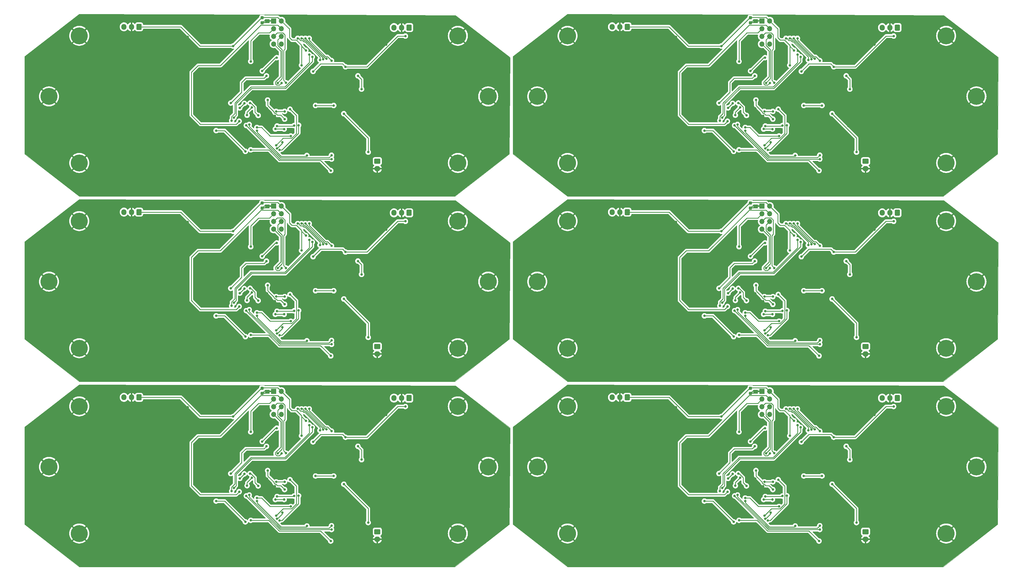
<source format=gbr>
%TF.GenerationSoftware,KiCad,Pcbnew,7.0.6-7.0.6~ubuntu20.04.1*%
%TF.CreationDate,2023-07-11T09:09:46+02:00*%
%TF.ProjectId,output_panel2023-07-11_070926.4017960000,6f757470-7574-45f7-9061-6e656c323032,rev?*%
%TF.SameCoordinates,Original*%
%TF.FileFunction,Copper,L2,Bot*%
%TF.FilePolarity,Positive*%
%FSLAX45Y45*%
G04 Gerber Fmt 4.5, Leading zero omitted, Abs format (unit mm)*
G04 Created by KiCad (PCBNEW 7.0.6-7.0.6~ubuntu20.04.1) date 2023-07-11 09:09:46*
%MOMM*%
%LPD*%
G01*
G04 APERTURE LIST*
G04 Aperture macros list*
%AMRoundRect*
0 Rectangle with rounded corners*
0 $1 Rounding radius*
0 $2 $3 $4 $5 $6 $7 $8 $9 X,Y pos of 4 corners*
0 Add a 4 corners polygon primitive as box body*
4,1,4,$2,$3,$4,$5,$6,$7,$8,$9,$2,$3,0*
0 Add four circle primitives for the rounded corners*
1,1,$1+$1,$2,$3*
1,1,$1+$1,$4,$5*
1,1,$1+$1,$6,$7*
1,1,$1+$1,$8,$9*
0 Add four rect primitives between the rounded corners*
20,1,$1+$1,$2,$3,$4,$5,0*
20,1,$1+$1,$4,$5,$6,$7,0*
20,1,$1+$1,$6,$7,$8,$9,0*
20,1,$1+$1,$8,$9,$2,$3,0*%
G04 Aperture macros list end*
%TA.AperFunction,Profile*%
%ADD10C,0.100000*%
%TD*%
%TA.AperFunction,ComponentPad*%
%ADD11C,5.600000*%
%TD*%
%TA.AperFunction,ComponentPad*%
%ADD12RoundRect,0.250000X0.600000X0.725000X-0.600000X0.725000X-0.600000X-0.725000X0.600000X-0.725000X0*%
%TD*%
%TA.AperFunction,ComponentPad*%
%ADD13O,1.700000X1.950000*%
%TD*%
%TA.AperFunction,ComponentPad*%
%ADD14R,1.700000X1.700000*%
%TD*%
%TA.AperFunction,ComponentPad*%
%ADD15O,1.700000X1.700000*%
%TD*%
%TA.AperFunction,ComponentPad*%
%ADD16RoundRect,0.250000X-0.750000X0.600000X-0.750000X-0.600000X0.750000X-0.600000X0.750000X0.600000X0*%
%TD*%
%TA.AperFunction,ComponentPad*%
%ADD17O,2.000000X1.700000*%
%TD*%
%TA.AperFunction,SMDPad,CuDef*%
%ADD18RoundRect,0.237500X-0.237500X0.300000X-0.237500X-0.300000X0.237500X-0.300000X0.237500X0.300000X0*%
%TD*%
%TA.AperFunction,ViaPad*%
%ADD19C,0.800000*%
%TD*%
%TA.AperFunction,Conductor*%
%ADD20C,0.250000*%
%TD*%
G04 APERTURE END LIST*
D10*
X30389999Y-6209999D02*
X32189999Y-7599999D01*
X1850000Y-12289999D02*
X14270000Y-12329999D01*
X16050000Y-4670000D02*
X14250000Y-6070000D01*
X14250000Y-12189999D02*
X1850000Y-12189999D01*
X17969999Y-6169999D02*
X30389999Y-6209999D01*
X32189999Y-7599999D02*
X32169999Y-10789999D01*
X16169999Y-1450000D02*
X17969999Y-50000D01*
X17969999Y-18309999D02*
X16169999Y-16909999D01*
X1850000Y-12189999D02*
X50000Y-10789999D01*
X50000Y-16909999D02*
X50000Y-13689999D01*
X14270000Y-6209999D02*
X16070000Y-7599999D01*
X1850000Y-50000D02*
X14270000Y-90000D01*
X32189999Y-13719999D02*
X32169999Y-16909999D01*
X32169999Y-10789999D02*
X30369999Y-12189999D01*
X50000Y-1450000D02*
X1850000Y-50000D01*
X32169999Y-16909999D02*
X30369999Y-18309999D01*
X16169999Y-10789999D02*
X16169999Y-7569999D01*
X16070000Y-7599999D02*
X16050000Y-10789999D01*
X32169999Y-4670000D02*
X30369999Y-6070000D01*
X17969999Y-12289999D02*
X30389999Y-12329999D01*
X50000Y-7569999D02*
X1850000Y-6169999D01*
X16070000Y-13719999D02*
X16050000Y-16909999D01*
X30369999Y-18309999D02*
X17969999Y-18309999D01*
X14270000Y-90000D02*
X16070000Y-1480000D01*
X50000Y-10789999D02*
X50000Y-7569999D01*
X30369999Y-12189999D02*
X17969999Y-12189999D01*
X17969999Y-6070000D02*
X16169999Y-4670000D01*
X16050000Y-16909999D02*
X14250000Y-18309999D01*
X50000Y-4670000D02*
X50000Y-1450000D01*
X30389999Y-12329999D02*
X32189999Y-13719999D01*
X1850000Y-6169999D02*
X14270000Y-6209999D01*
X16050000Y-10789999D02*
X14250000Y-12189999D01*
X50000Y-13689999D02*
X1850000Y-12289999D01*
X14270000Y-12329999D02*
X16070000Y-13719999D01*
X30369999Y-6070000D02*
X17969999Y-6070000D01*
X1850000Y-6070000D02*
X50000Y-4670000D01*
X30389999Y-90000D02*
X32189999Y-1480000D01*
X32189999Y-1480000D02*
X32169999Y-4670000D01*
X1850000Y-18309999D02*
X50000Y-16909999D01*
X16169999Y-16909999D02*
X16169999Y-13689999D01*
X14250000Y-18309999D02*
X1850000Y-18309999D01*
X16169999Y-7569999D02*
X17969999Y-6169999D01*
X17969999Y-12189999D02*
X16169999Y-10789999D01*
X17969999Y-50000D02*
X30389999Y-90000D01*
X16169999Y-13689999D02*
X17969999Y-12289999D01*
X16070000Y-1480000D02*
X16050000Y-4670000D01*
X16169999Y-4670000D02*
X16169999Y-1450000D01*
X14250000Y-6070000D02*
X1850000Y-6070000D01*
D11*
X1850000Y-4970000D03*
D12*
X28860399Y-12736199D03*
D13*
X28610399Y-12736199D03*
X28360399Y-12736199D03*
D11*
X17969999Y-17209999D03*
X14350000Y-17209999D03*
X15350000Y-15009999D03*
X14350000Y-4970000D03*
D12*
X28860399Y-6616199D03*
D13*
X28610399Y-6616199D03*
X28360399Y-6616199D03*
D11*
X1850000Y-17209999D03*
X30469999Y-6889999D03*
X30469999Y-17209999D03*
X17969999Y-11089999D03*
X14350000Y-11089999D03*
D14*
X8270000Y-6395999D03*
D15*
X8524000Y-6395999D03*
X8270000Y-6649999D03*
X8524000Y-6649999D03*
X8270000Y-6903999D03*
X8524000Y-6903999D03*
X8270000Y-7157999D03*
X8524000Y-7157999D03*
D11*
X15350000Y-8889999D03*
X16969999Y-8889999D03*
D14*
X24389999Y-12515999D03*
D15*
X24643999Y-12515999D03*
X24389999Y-12769999D03*
X24643999Y-12769999D03*
X24389999Y-13023999D03*
X24643999Y-13023999D03*
X24389999Y-13277999D03*
X24643999Y-13277999D03*
D11*
X14350000Y-13009999D03*
D12*
X19944999Y-12712499D03*
D13*
X19694999Y-12712499D03*
X19444999Y-12712499D03*
D11*
X14350000Y-770000D03*
D14*
X24389999Y-6395999D03*
D15*
X24643999Y-6395999D03*
X24389999Y-6649999D03*
X24643999Y-6649999D03*
X24389999Y-6903999D03*
X24643999Y-6903999D03*
X24389999Y-7157999D03*
X24643999Y-7157999D03*
D11*
X850000Y-2770000D03*
X30469999Y-770000D03*
X31469999Y-8889999D03*
X31469999Y-15009999D03*
X30469999Y-4970000D03*
X14350000Y-6889999D03*
X850000Y-8889999D03*
X1850000Y-6889999D03*
D12*
X3825000Y-472500D03*
D13*
X3575000Y-472500D03*
X3325000Y-472500D03*
D12*
X19944999Y-472500D03*
D13*
X19694999Y-472500D03*
X19444999Y-472500D03*
D11*
X17969999Y-6889999D03*
X16969999Y-15009999D03*
X30469999Y-13009999D03*
D14*
X8270000Y-12515999D03*
D15*
X8524000Y-12515999D03*
X8270000Y-12769999D03*
X8524000Y-12769999D03*
X8270000Y-13023999D03*
X8524000Y-13023999D03*
X8270000Y-13277999D03*
X8524000Y-13277999D03*
D14*
X24389999Y-276000D03*
D15*
X24643999Y-276000D03*
X24389999Y-530000D03*
X24643999Y-530000D03*
X24389999Y-784000D03*
X24643999Y-784000D03*
X24389999Y-1038000D03*
X24643999Y-1038000D03*
D12*
X3825000Y-12712499D03*
D13*
X3575000Y-12712499D03*
X3325000Y-12712499D03*
D12*
X19944999Y-6592499D03*
D13*
X19694999Y-6592499D03*
X19444999Y-6592499D03*
D12*
X12740400Y-496200D03*
D13*
X12490400Y-496200D03*
X12240400Y-496200D03*
D11*
X31469999Y-2770000D03*
X17969999Y-13009999D03*
D12*
X12740400Y-6616199D03*
D13*
X12490400Y-6616199D03*
X12240400Y-6616199D03*
D11*
X17969999Y-770000D03*
D12*
X28860399Y-496200D03*
D13*
X28610399Y-496200D03*
X28360399Y-496200D03*
D11*
X16969999Y-2770000D03*
X1850000Y-11089999D03*
X15350000Y-2770000D03*
X1850000Y-13009999D03*
D12*
X12740400Y-12736199D03*
D13*
X12490400Y-12736199D03*
X12240400Y-12736199D03*
D14*
X8270000Y-276000D03*
D15*
X8524000Y-276000D03*
X8270000Y-530000D03*
X8524000Y-530000D03*
X8270000Y-784000D03*
X8524000Y-784000D03*
X8270000Y-1038000D03*
X8524000Y-1038000D03*
D11*
X30469999Y-11089999D03*
X17969999Y-4970000D03*
X850000Y-15009999D03*
D12*
X3825000Y-6592499D03*
D13*
X3575000Y-6592499D03*
X3325000Y-6592499D03*
D11*
X1850000Y-770000D03*
D16*
X11690000Y-4910000D03*
D17*
X11690000Y-5160000D03*
D16*
X27809999Y-17149999D03*
D17*
X27809999Y-17399999D03*
D18*
X7890000Y-12409999D03*
X7890000Y-12582499D03*
D16*
X27809999Y-4910000D03*
D17*
X27809999Y-5160000D03*
D18*
X7890000Y-170000D03*
X7890000Y-342500D03*
D16*
X11690000Y-11029999D03*
D17*
X11690000Y-11279999D03*
D18*
X24009999Y-170000D03*
X24009999Y-342500D03*
X7890000Y-6289999D03*
X7890000Y-6462499D03*
X24009999Y-6289999D03*
X24009999Y-6462499D03*
X24009999Y-12409999D03*
X24009999Y-12582499D03*
D16*
X27809999Y-11029999D03*
D17*
X27809999Y-11279999D03*
D16*
X11690000Y-17149999D03*
D17*
X11690000Y-17399999D03*
D19*
X7714770Y-3797770D03*
X8832800Y-4077600D03*
X3194000Y-3315600D03*
X13100000Y-2858400D03*
X8375600Y-5652400D03*
X5073600Y-826400D03*
X13277800Y-5627000D03*
X7613600Y-1055000D03*
X7969200Y-877200D03*
X8807400Y-4433200D03*
X8810000Y-3490000D03*
X15538400Y-3442600D03*
X9163000Y-4179200D03*
X11982400Y-1055000D03*
X10712400Y-3671200D03*
X15386000Y-4280800D03*
X9730000Y-2830000D03*
X8909000Y-2960000D03*
X10687000Y-1055000D03*
X14014400Y-369200D03*
X7689800Y-2299600D03*
X6470600Y-4331600D03*
X10410000Y-2390000D03*
X7283400Y-4788800D03*
X11118800Y-3747400D03*
X984200Y-1055000D03*
X11703000Y-5677800D03*
X10179000Y-1385200D03*
X476200Y-3442600D03*
X7689800Y-1817000D03*
X10458400Y-1359800D03*
X9620200Y-3696600D03*
X5429200Y-801000D03*
X4006800Y-4103000D03*
X11042600Y-4839600D03*
X12312600Y-1207400D03*
X3194000Y-2934600D03*
X8299400Y-1740800D03*
X8807400Y-1842400D03*
X15411400Y-1766200D03*
X3905200Y-5474600D03*
X8045400Y-3163200D03*
X6165800Y-699400D03*
X5683200Y-750200D03*
X8324800Y-2680600D03*
X4895800Y-3849000D03*
X5870000Y-630000D03*
X5429200Y-5525400D03*
X704800Y-4357000D03*
X7350000Y-4090000D03*
X4387800Y-826400D03*
X8985200Y-1867800D03*
X8310000Y-3410000D03*
X10001200Y-2223400D03*
X8756600Y-978800D03*
X654000Y-1918600D03*
X8147000Y-2325000D03*
X8731200Y-2680600D03*
X15005000Y-1232800D03*
X7770000Y-3250000D03*
X12109400Y-3925200D03*
X8147000Y-4814200D03*
X11390000Y-4610000D03*
X10585400Y-3341000D03*
X9330000Y-1250000D03*
X8629600Y-3264800D03*
X10639450Y-1791600D03*
X8350200Y-3264800D03*
X9188400Y-1740800D03*
X7715200Y-3899800D03*
X11170000Y-2530000D03*
X9569400Y-1944000D03*
X12617400Y-775600D03*
X9366200Y-4722150D03*
X6927800Y-1105800D03*
X11050000Y-2090000D03*
X9797570Y-1563430D03*
X9061400Y-851800D03*
X9188400Y-851800D03*
X9899170Y-1538030D03*
X9315400Y-851800D03*
X10013470Y-1525330D03*
X10179000Y-1588400D03*
X9442400Y-851800D03*
X10179000Y-4712600D03*
X7461200Y-3696600D03*
X10179000Y-4839600D03*
X7365493Y-3729092D03*
X7512000Y-4534800D03*
X10153600Y-5220600D03*
X7300000Y-3000000D03*
X7150000Y-3150000D03*
X8375600Y-4484000D03*
X8554260Y-4280800D03*
X8324230Y-3848430D03*
X8614250Y-3849000D03*
X8629600Y-3518800D03*
X8070000Y-2890000D03*
X6369000Y-3899800D03*
X7334200Y-4585600D03*
X9442400Y-1388950D03*
X6880750Y-3569600D03*
X8458764Y-4539442D03*
X9090355Y-3722000D03*
X9544000Y-1461400D03*
X6953200Y-3468000D03*
X8370000Y-1490000D03*
X7890000Y-1930000D03*
X8030000Y-2090000D03*
X6850000Y-2990000D03*
X8379350Y-3747400D03*
X10250000Y-3070000D03*
X8945405Y-3732145D03*
X9650000Y-3070000D03*
X8807400Y-3192350D03*
X8350200Y-4382400D03*
X7512000Y-1613800D03*
X8673550Y-2318150D03*
X8528000Y-2325000D03*
X8401000Y-2325000D03*
X7757550Y-3398457D03*
X7487550Y-2990000D03*
X7550000Y-3130000D03*
X7390000Y-3390000D03*
X7130000Y-3590000D03*
X7714770Y-9917770D03*
X8832800Y-10197599D03*
X9730000Y-8949999D03*
X7770000Y-9369999D03*
X7969200Y-6997199D03*
X3194000Y-9435599D03*
X11982400Y-7174999D03*
X11703000Y-11797799D03*
X10458400Y-7479799D03*
X8731200Y-8800599D03*
X8807400Y-7962399D03*
X11118800Y-9867399D03*
X15386000Y-10400799D03*
X8756600Y-7098799D03*
X654000Y-8038599D03*
X13100000Y-8978399D03*
X8299400Y-7860799D03*
X7689800Y-7936999D03*
X8324800Y-8800599D03*
X4895800Y-9968999D03*
X8147000Y-10934199D03*
X3905200Y-11594599D03*
X11042600Y-10959599D03*
X984200Y-7174999D03*
X8807400Y-10553199D03*
X15538400Y-9562599D03*
X704800Y-10476999D03*
X13277800Y-11746999D03*
X14014400Y-6489199D03*
X3194000Y-9054599D03*
X8310000Y-9529999D03*
X7283400Y-10908799D03*
X4006800Y-10222999D03*
X12312600Y-7327399D03*
X476200Y-9562599D03*
X9620200Y-9816599D03*
X15005000Y-7352799D03*
X10410000Y-8509999D03*
X5429200Y-11645399D03*
X8147000Y-8444999D03*
X9163000Y-10299199D03*
X12109400Y-10045199D03*
X5683200Y-6870199D03*
X8909000Y-9079999D03*
X10001200Y-8343399D03*
X5429200Y-6920999D03*
X7689800Y-8419599D03*
X6470600Y-10451599D03*
X7613600Y-7174999D03*
X15411400Y-7886199D03*
X6165800Y-6819399D03*
X5870000Y-6749999D03*
X5073600Y-6946399D03*
X8985200Y-7987799D03*
X8810000Y-9609999D03*
X10687000Y-7174999D03*
X10179000Y-7505199D03*
X8375600Y-11772399D03*
X4387800Y-6946399D03*
X10712400Y-9791199D03*
X7350000Y-10209999D03*
X8045400Y-9283199D03*
X10585400Y-9460999D03*
X11390000Y-10729999D03*
X8350200Y-9384799D03*
X12617400Y-6895599D03*
X9330000Y-7369999D03*
X9188400Y-7860799D03*
X11050000Y-8209999D03*
X7715200Y-10019799D03*
X8629600Y-9384799D03*
X6927800Y-7225799D03*
X9366200Y-10842149D03*
X11170000Y-8649999D03*
X10639450Y-7911599D03*
X9569400Y-8063999D03*
X9797570Y-7683429D03*
X9061400Y-6971799D03*
X9899170Y-7658029D03*
X9188400Y-6971799D03*
X9315400Y-6971799D03*
X10013470Y-7645329D03*
X9442400Y-6971799D03*
X10179000Y-7708399D03*
X7461200Y-9816599D03*
X10179000Y-10832599D03*
X7365493Y-9849092D03*
X10179000Y-10959599D03*
X10153600Y-11340599D03*
X7512000Y-10654799D03*
X7150000Y-9269999D03*
X7300000Y-9119999D03*
X8554260Y-10400799D03*
X8375600Y-10603999D03*
X8324230Y-9968430D03*
X8614250Y-9968999D03*
X8629600Y-9638799D03*
X8070000Y-9009999D03*
X7334200Y-10705599D03*
X6369000Y-10019799D03*
X9442400Y-7508949D03*
X6880750Y-9689599D03*
X8458764Y-10659442D03*
X9090355Y-9841999D03*
X9544000Y-7581399D03*
X6953200Y-9587999D03*
X7890000Y-8049999D03*
X8370000Y-7609999D03*
X6850000Y-9109999D03*
X8030000Y-8209999D03*
X8945405Y-9852145D03*
X9650000Y-9189999D03*
X8379350Y-9867399D03*
X10250000Y-9189999D03*
X8807400Y-9312349D03*
X8350200Y-10502399D03*
X7512000Y-7733799D03*
X8673550Y-8438150D03*
X8528000Y-8444999D03*
X8401000Y-8444999D03*
X7757550Y-9518457D03*
X7487550Y-9109999D03*
X7550000Y-9249999D03*
X7390000Y-9509999D03*
X7130000Y-9709999D03*
X7714770Y-16037769D03*
X8832800Y-16317599D03*
X9620200Y-15936599D03*
X10410000Y-14629999D03*
X7969200Y-13117199D03*
X8756600Y-13218799D03*
X8807400Y-14082399D03*
X6165800Y-12939399D03*
X11042600Y-17079599D03*
X13277800Y-17866999D03*
X9730000Y-15069999D03*
X10687000Y-13294999D03*
X5429200Y-13040999D03*
X11982400Y-13294999D03*
X15411400Y-14006199D03*
X8810000Y-15729999D03*
X3194000Y-15174599D03*
X704800Y-16596999D03*
X5073600Y-13066399D03*
X12312600Y-13447399D03*
X8147000Y-14564999D03*
X11118800Y-15987399D03*
X8731200Y-14920599D03*
X8324800Y-14920599D03*
X8909000Y-15199999D03*
X4006800Y-16342999D03*
X10179000Y-13625199D03*
X8299400Y-13980799D03*
X476200Y-15682599D03*
X5870000Y-12869999D03*
X13100000Y-15098399D03*
X10001200Y-14463399D03*
X10458400Y-13599799D03*
X7613600Y-13294999D03*
X654000Y-14158599D03*
X5683200Y-12990199D03*
X4895800Y-16088999D03*
X15386000Y-16520799D03*
X9163000Y-16419199D03*
X7770000Y-15489999D03*
X984200Y-13294999D03*
X11703000Y-17917799D03*
X10712400Y-15911199D03*
X14014400Y-12609199D03*
X5429200Y-17765399D03*
X8375600Y-17892399D03*
X3194000Y-15555599D03*
X4387800Y-13066399D03*
X6470600Y-16571599D03*
X8985200Y-14107799D03*
X15538400Y-15682599D03*
X12109400Y-16165199D03*
X7689800Y-14056999D03*
X7283400Y-17028799D03*
X3905200Y-17714599D03*
X8045400Y-15403199D03*
X8147000Y-17054199D03*
X7689800Y-14539599D03*
X15005000Y-13472799D03*
X7350000Y-16329999D03*
X8807400Y-16673199D03*
X8310000Y-15649999D03*
X11390000Y-16849999D03*
X10585400Y-15580999D03*
X9569400Y-14183999D03*
X9188400Y-13980799D03*
X8629600Y-15504799D03*
X12617400Y-13015599D03*
X9366200Y-16962149D03*
X11050000Y-14329999D03*
X7715200Y-16139799D03*
X8350200Y-15504799D03*
X10639450Y-14031599D03*
X6927800Y-13345799D03*
X11170000Y-14769999D03*
X9330000Y-13489999D03*
X9797570Y-13803429D03*
X9061400Y-13091799D03*
X9188400Y-13091799D03*
X9899170Y-13778029D03*
X9315400Y-13091799D03*
X10013470Y-13765329D03*
X10179000Y-13828399D03*
X9442400Y-13091799D03*
X10179000Y-16952599D03*
X7461200Y-15936599D03*
X7365493Y-15969092D03*
X10179000Y-17079599D03*
X7512000Y-16774799D03*
X10153600Y-17460599D03*
X7150000Y-15389999D03*
X7300000Y-15239999D03*
X8554260Y-16520799D03*
X8375600Y-16723999D03*
X8614250Y-16088999D03*
X8324230Y-16088430D03*
X8070000Y-15129999D03*
X8629600Y-15758799D03*
X6369000Y-16139799D03*
X7334200Y-16825599D03*
X6880750Y-15809599D03*
X9442400Y-13628949D03*
X8458764Y-16779442D03*
X9090355Y-15961999D03*
X6953200Y-15707999D03*
X9544000Y-13701399D03*
X7890000Y-14169999D03*
X8370000Y-13729999D03*
X8030000Y-14329999D03*
X6850000Y-15229999D03*
X10250000Y-15309999D03*
X8379350Y-15987399D03*
X8945405Y-15972144D03*
X9650000Y-15309999D03*
X8350200Y-16622399D03*
X8807400Y-15432349D03*
X7512000Y-13853799D03*
X8673550Y-14558149D03*
X8528000Y-14564999D03*
X8401000Y-14564999D03*
X7757550Y-15638457D03*
X7487550Y-15229999D03*
X7390000Y-15629999D03*
X7550000Y-15369999D03*
X7130000Y-15829999D03*
X24952799Y-4077600D03*
X23834769Y-3797770D03*
X29397799Y-5627000D03*
X24495599Y-5652400D03*
X20025199Y-5474600D03*
X24444799Y-2680600D03*
X28432599Y-1207400D03*
X16596199Y-3442600D03*
X24927399Y-1842400D03*
X25028999Y-2960000D03*
X23809799Y-1817000D03*
X24927399Y-4433200D03*
X26529999Y-2390000D03*
X24266999Y-2325000D03*
X16773999Y-1918600D03*
X28229399Y-3925200D03*
X26578399Y-1359800D03*
X24876599Y-978800D03*
X19313999Y-3315600D03*
X25740199Y-3696600D03*
X31505999Y-4280800D03*
X19313999Y-2934600D03*
X26121199Y-2223400D03*
X31124999Y-1232800D03*
X23809799Y-2299600D03*
X26806999Y-1055000D03*
X31658399Y-3442600D03*
X27162599Y-4839600D03*
X27238799Y-3747400D03*
X24429999Y-3410000D03*
X21803199Y-750200D03*
X21989999Y-630000D03*
X24165399Y-3163200D03*
X16824799Y-4357000D03*
X22285799Y-699400D03*
X28102399Y-1055000D03*
X25282999Y-4179200D03*
X24419399Y-1740800D03*
X21549199Y-5525400D03*
X29219999Y-2858400D03*
X24851199Y-2680600D03*
X31531399Y-1766200D03*
X24266999Y-4814200D03*
X30134399Y-369200D03*
X26298999Y-1385200D03*
X21193599Y-826400D03*
X23733599Y-1055000D03*
X25849999Y-2830000D03*
X25105199Y-1867800D03*
X17104199Y-1055000D03*
X20507799Y-826400D03*
X27822999Y-5677800D03*
X23469999Y-4090000D03*
X21549199Y-801000D03*
X22590599Y-4331600D03*
X20126799Y-4103000D03*
X24089199Y-877200D03*
X24929999Y-3490000D03*
X21015799Y-3849000D03*
X26832399Y-3671200D03*
X23403399Y-4788800D03*
X23889999Y-3250000D03*
X27509999Y-4610000D03*
X26705399Y-3341000D03*
X23047799Y-1105800D03*
X27169999Y-2090000D03*
X26759449Y-1791600D03*
X23835199Y-3899800D03*
X25486199Y-4722150D03*
X25449999Y-1250000D03*
X24749599Y-3264800D03*
X25308399Y-1740800D03*
X25689399Y-1944000D03*
X27289999Y-2530000D03*
X24470199Y-3264800D03*
X28737399Y-775600D03*
X25181399Y-851800D03*
X25917569Y-1563430D03*
X26019169Y-1538030D03*
X25308399Y-851800D03*
X26133469Y-1525330D03*
X25435399Y-851800D03*
X26298999Y-1588400D03*
X25562399Y-851800D03*
X26298999Y-4712600D03*
X23581199Y-3696600D03*
X26298999Y-4839600D03*
X23485492Y-3729092D03*
X26273599Y-5220600D03*
X23631999Y-4534800D03*
X23269999Y-3150000D03*
X23419999Y-3000000D03*
X24495599Y-4484000D03*
X24674259Y-4280800D03*
X24444229Y-3848430D03*
X24734249Y-3849000D03*
X24189999Y-2890000D03*
X24749599Y-3518800D03*
X22488999Y-3899800D03*
X23454199Y-4585600D03*
X25562399Y-1388950D03*
X23000749Y-3569600D03*
X24578763Y-4539442D03*
X25210354Y-3722000D03*
X25663999Y-1461400D03*
X23073199Y-3468000D03*
X24009999Y-1930000D03*
X24489999Y-1490000D03*
X22969999Y-2990000D03*
X24149999Y-2090000D03*
X24499349Y-3747400D03*
X25065404Y-3732145D03*
X25769999Y-3070000D03*
X26369999Y-3070000D03*
X24927399Y-3192350D03*
X24470199Y-4382400D03*
X23631999Y-1613800D03*
X24793549Y-2318150D03*
X24647999Y-2325000D03*
X24520999Y-2325000D03*
X23607549Y-2990000D03*
X23877549Y-3398457D03*
X23669999Y-3130000D03*
X23509999Y-3390000D03*
X23249999Y-3590000D03*
X23834769Y-9917770D03*
X24952799Y-10197599D03*
X25740199Y-9816599D03*
X24876599Y-7098799D03*
X24927399Y-7962399D03*
X19313999Y-9435599D03*
X21803199Y-6870199D03*
X30134399Y-6489199D03*
X23809799Y-7936999D03*
X24851199Y-8800599D03*
X31124999Y-7352799D03*
X26529999Y-8509999D03*
X25028999Y-9079999D03*
X28229399Y-10045199D03*
X29397799Y-11746999D03*
X27238799Y-9867399D03*
X20025199Y-11594599D03*
X27162599Y-10959599D03*
X25282999Y-10299199D03*
X26578399Y-7479799D03*
X24419399Y-7860799D03*
X25849999Y-8949999D03*
X23469999Y-10209999D03*
X26121199Y-8343399D03*
X20507799Y-6946399D03*
X24444799Y-8800599D03*
X21549199Y-6920999D03*
X24089199Y-6997199D03*
X22590599Y-10451599D03*
X21015799Y-9968999D03*
X16773999Y-8038599D03*
X26298999Y-7505199D03*
X24929999Y-9609999D03*
X22285799Y-6819399D03*
X17104199Y-7174999D03*
X28102399Y-7174999D03*
X23889999Y-9369999D03*
X29219999Y-8978399D03*
X26832399Y-9791199D03*
X23809799Y-8419599D03*
X16824799Y-10476999D03*
X25105199Y-7987799D03*
X21193599Y-6946399D03*
X31658399Y-9562599D03*
X24165399Y-9283199D03*
X21989999Y-6749999D03*
X23733599Y-7174999D03*
X16596199Y-9562599D03*
X20126799Y-10222999D03*
X28432599Y-7327399D03*
X19313999Y-9054599D03*
X24495599Y-11772399D03*
X24266999Y-8444999D03*
X31531399Y-7886199D03*
X24927399Y-10553199D03*
X24266999Y-10934199D03*
X21549199Y-11645399D03*
X26806999Y-7174999D03*
X31505999Y-10400799D03*
X27822999Y-11797799D03*
X24429999Y-9529999D03*
X23403399Y-10908799D03*
X26705399Y-9460999D03*
X27509999Y-10729999D03*
X26759449Y-7911599D03*
X23835199Y-10019799D03*
X27169999Y-8209999D03*
X25689399Y-8063999D03*
X24470199Y-9384799D03*
X24749599Y-9384799D03*
X25486199Y-10842149D03*
X23047799Y-7225799D03*
X25308399Y-7860799D03*
X28737399Y-6895599D03*
X25449999Y-7369999D03*
X27289999Y-8649999D03*
X25181399Y-6971799D03*
X25917569Y-7683429D03*
X25308399Y-6971799D03*
X26019169Y-7658029D03*
X26133469Y-7645329D03*
X25435399Y-6971799D03*
X26298999Y-7708399D03*
X25562399Y-6971799D03*
X23581199Y-9816599D03*
X26298999Y-10832599D03*
X23485492Y-9849092D03*
X26298999Y-10959599D03*
X23631999Y-10654799D03*
X26273599Y-11340599D03*
X23269999Y-9269999D03*
X23419999Y-9119999D03*
X24674259Y-10400799D03*
X24495599Y-10603999D03*
X24734249Y-9968999D03*
X24444229Y-9968430D03*
X24749599Y-9638799D03*
X24189999Y-9009999D03*
X23454199Y-10705599D03*
X22488999Y-10019799D03*
X23000749Y-9689599D03*
X25562399Y-7508949D03*
X24578763Y-10659442D03*
X25210354Y-9841999D03*
X25663999Y-7581399D03*
X23073199Y-9587999D03*
X24009999Y-8049999D03*
X24489999Y-7609999D03*
X22969999Y-9109999D03*
X24149999Y-8209999D03*
X26369999Y-9189999D03*
X24499349Y-9867399D03*
X25769999Y-9189999D03*
X25065404Y-9852145D03*
X24927399Y-9312349D03*
X24470199Y-10502399D03*
X23631999Y-7733799D03*
X24793549Y-8438150D03*
X24647999Y-8444999D03*
X24520999Y-8444999D03*
X23607549Y-9109999D03*
X23877549Y-9518457D03*
X23509999Y-9509999D03*
X23669999Y-9249999D03*
X23249999Y-9709999D03*
X23834769Y-16037769D03*
X24952799Y-16317599D03*
X31658399Y-15682599D03*
X24266999Y-17054199D03*
X28432599Y-13447399D03*
X29219999Y-15098399D03*
X21549199Y-17765399D03*
X19313999Y-15555599D03*
X23403399Y-17028799D03*
X26578399Y-13599799D03*
X22590599Y-16571599D03*
X27162599Y-17079599D03*
X23809799Y-14056999D03*
X23889999Y-15489999D03*
X22285799Y-12939399D03*
X24165399Y-15403199D03*
X25282999Y-16419199D03*
X20025199Y-17714599D03*
X24429999Y-15649999D03*
X24495599Y-17892399D03*
X24929999Y-15729999D03*
X25105199Y-14107799D03*
X29397799Y-17866999D03*
X26121199Y-14463399D03*
X26832399Y-15911199D03*
X21803199Y-12990199D03*
X25740199Y-15936599D03*
X16773999Y-14158599D03*
X24851199Y-14920599D03*
X25849999Y-15069999D03*
X16824799Y-16596999D03*
X26298999Y-13625199D03*
X21989999Y-12869999D03*
X17104199Y-13294999D03*
X26529999Y-14629999D03*
X24419399Y-13980799D03*
X23733599Y-13294999D03*
X31124999Y-13472799D03*
X27238799Y-15987399D03*
X24089199Y-13117199D03*
X20507799Y-13066399D03*
X24876599Y-13218799D03*
X20126799Y-16342999D03*
X21193599Y-13066399D03*
X16596199Y-15682599D03*
X27822999Y-17917799D03*
X19313999Y-15174599D03*
X26806999Y-13294999D03*
X28102399Y-13294999D03*
X23469999Y-16329999D03*
X21549199Y-13040999D03*
X25028999Y-15199999D03*
X24927399Y-14082399D03*
X24266999Y-14564999D03*
X31505999Y-16520799D03*
X24927399Y-16673199D03*
X31531399Y-14006199D03*
X21015799Y-16088999D03*
X28229399Y-16165199D03*
X23809799Y-14539599D03*
X24444799Y-14920599D03*
X30134399Y-12609199D03*
X26705399Y-15580999D03*
X27509999Y-16849999D03*
X23047799Y-13345799D03*
X25486199Y-16962149D03*
X25308399Y-13980799D03*
X27169999Y-14329999D03*
X28737399Y-13015599D03*
X25449999Y-13489999D03*
X25689399Y-14183999D03*
X23835199Y-16139799D03*
X27289999Y-14769999D03*
X24749599Y-15504799D03*
X24470199Y-15504799D03*
X26759449Y-14031599D03*
X25917569Y-13803429D03*
X25181399Y-13091799D03*
X26019169Y-13778029D03*
X25308399Y-13091799D03*
X26133469Y-13765329D03*
X25435399Y-13091799D03*
X26298999Y-13828399D03*
X25562399Y-13091799D03*
X23581199Y-15936599D03*
X26298999Y-16952599D03*
X23485492Y-15969092D03*
X26298999Y-17079599D03*
X23631999Y-16774799D03*
X26273599Y-17460599D03*
X23419999Y-15239999D03*
X23269999Y-15389999D03*
X24495599Y-16723999D03*
X24674259Y-16520799D03*
X24444229Y-16088430D03*
X24734249Y-16088999D03*
X24749599Y-15758799D03*
X24189999Y-15129999D03*
X22488999Y-16139799D03*
X23454199Y-16825599D03*
X23000749Y-15809599D03*
X25562399Y-13628949D03*
X24578763Y-16779442D03*
X25210354Y-15961999D03*
X23073199Y-15707999D03*
X25663999Y-13701399D03*
X24009999Y-14169999D03*
X24489999Y-13729999D03*
X22969999Y-15229999D03*
X24149999Y-14329999D03*
X26369999Y-15309999D03*
X25769999Y-15309999D03*
X24499349Y-15987399D03*
X25065404Y-15972144D03*
X24470199Y-16622399D03*
X24927399Y-15432349D03*
X23631999Y-13853799D03*
X24793549Y-14558149D03*
X24647999Y-14564999D03*
X24520999Y-14564999D03*
X23877549Y-15638457D03*
X23607549Y-15229999D03*
X23669999Y-15369999D03*
X23509999Y-15629999D03*
X23249999Y-15829999D03*
D20*
X8147000Y-4077600D02*
X7867170Y-3797770D01*
X8832800Y-4077600D02*
X8147000Y-4077600D01*
X7867170Y-3797770D02*
X7714770Y-3797770D01*
X7890000Y-342500D02*
X7956500Y-276000D01*
X7956500Y-276000D02*
X8270000Y-276000D01*
X10890200Y-3645800D02*
X10585400Y-3341000D01*
X10890200Y-3645800D02*
X11390000Y-4145600D01*
X11390000Y-4145600D02*
X11390000Y-4610000D01*
X12617400Y-775600D02*
X12364330Y-775600D01*
X9188400Y-1108400D02*
X9330000Y-1250000D01*
X8790000Y-542000D02*
X8790000Y-830000D01*
X8870000Y-910000D02*
X9017070Y-910000D01*
X5203231Y-472500D02*
X5836530Y-1105800D01*
X8481600Y-318400D02*
X8524000Y-276000D01*
X8406500Y-158500D02*
X8524000Y-276000D01*
X8629600Y-3264800D02*
X8350200Y-3264800D01*
X10543650Y-1695800D02*
X9817600Y-1695800D01*
X11170000Y-2210000D02*
X11170000Y-2530000D01*
X7727440Y-3963760D02*
X7727440Y-3912039D01*
X8524000Y-276000D02*
X8790000Y-542000D01*
X5836530Y-1105800D02*
X6927800Y-1105800D01*
X9338750Y-4749600D02*
X8553400Y-4749600D01*
X12364330Y-775600D02*
X11348330Y-1791600D01*
X7727440Y-3912039D02*
X7715200Y-3899800D01*
X11050000Y-2090000D02*
X11170000Y-2210000D01*
X10639450Y-1791600D02*
X10543650Y-1695800D01*
X7875100Y-158500D02*
X8406500Y-158500D01*
X6927800Y-1105800D02*
X7875100Y-158500D01*
X8513280Y-4749600D02*
X7727440Y-3963760D01*
X8790000Y-830000D02*
X8870000Y-910000D01*
X9366200Y-4722150D02*
X9338750Y-4749600D01*
X9188400Y-1081330D02*
X9188400Y-1108400D01*
X9817600Y-1695800D02*
X9569400Y-1944000D01*
X11348330Y-1791600D02*
X10639450Y-1791600D01*
X3825000Y-472500D02*
X5203231Y-472500D01*
X8553400Y-4749600D02*
X8513280Y-4749600D01*
X9188400Y-1081330D02*
X9188400Y-1740800D01*
X9017070Y-910000D02*
X9188400Y-1081330D01*
X9266730Y-969300D02*
X9305621Y-969300D01*
X9115900Y-851800D02*
X9115900Y-881830D01*
X9797570Y-1461249D02*
X9797570Y-1563430D01*
X9305621Y-969300D02*
X9797570Y-1461249D01*
X9158370Y-924300D02*
X9221730Y-924300D01*
X9221730Y-924300D02*
X9266730Y-969300D01*
X9061400Y-851800D02*
X9115900Y-851800D01*
X9115900Y-881830D02*
X9158370Y-924300D01*
X9242900Y-851800D02*
X9242900Y-881830D01*
X9285370Y-924300D02*
X9324260Y-924300D01*
X9188400Y-851800D02*
X9242900Y-851800D01*
X9899170Y-1499209D02*
X9899170Y-1538030D01*
X9324260Y-924300D02*
X9899170Y-1499209D01*
X9242900Y-881830D02*
X9285370Y-924300D01*
X10013470Y-1525330D02*
X9988930Y-1525330D01*
X9988930Y-1525330D02*
X9315400Y-851800D01*
X9980070Y-1452830D02*
X10043430Y-1452830D01*
X10043430Y-1452830D02*
X10179000Y-1588400D01*
X9442400Y-851800D02*
X9442400Y-915160D01*
X9442400Y-915160D02*
X9980070Y-1452830D01*
X8494640Y-4794600D02*
X9823400Y-4794600D01*
X8470320Y-4770280D02*
X8494640Y-4794600D01*
X7461200Y-3761160D02*
X7568620Y-3868580D01*
X10077400Y-4794600D02*
X10097000Y-4794600D01*
X7461200Y-3696600D02*
X7461200Y-3761160D01*
X10097000Y-4794600D02*
X10179000Y-4712600D01*
X7568620Y-3868580D02*
X8470320Y-4770280D01*
X10057800Y-4794600D02*
X10077400Y-4794600D01*
X9823400Y-4794600D02*
X10057800Y-4794600D01*
X8476001Y-4839600D02*
X10179000Y-4839600D01*
X7365493Y-3729092D02*
X8476001Y-4839600D01*
X7512000Y-4534800D02*
X8107561Y-4534800D01*
X8165380Y-4592619D02*
X8457361Y-4884600D01*
X9817600Y-4884600D02*
X10153600Y-5220600D01*
X8457361Y-4884600D02*
X9036000Y-4884600D01*
X9036000Y-4884600D02*
X9817600Y-4884600D01*
X8107561Y-4534800D02*
X8165380Y-4592619D01*
X7150000Y-3150000D02*
X7300000Y-3000000D01*
X8554260Y-4280800D02*
X8554260Y-4322409D01*
X8554260Y-4322409D02*
X8370969Y-4505700D01*
X8613681Y-3848430D02*
X8614250Y-3849000D01*
X8324230Y-3848430D02*
X8613681Y-3848430D01*
X8382500Y-3390000D02*
X8382500Y-3379969D01*
X8500800Y-3390000D02*
X8382500Y-3390000D01*
X8101265Y-3098734D02*
X8092530Y-3090000D01*
X8101265Y-3098734D02*
X8070000Y-3067469D01*
X8320169Y-3337300D02*
X8277700Y-3294830D01*
X8339830Y-3337300D02*
X8320169Y-3337300D01*
X8070000Y-3067469D02*
X8070000Y-2890000D01*
X8277700Y-3294830D02*
X8277700Y-3275169D01*
X8382500Y-3379969D02*
X8339830Y-3337300D01*
X8277700Y-3275169D02*
X8101265Y-3098734D01*
X8629600Y-3518800D02*
X8500800Y-3390000D01*
X7334200Y-4585600D02*
X6648400Y-3899800D01*
X6648400Y-3899800D02*
X6369000Y-3899800D01*
X6880750Y-3569600D02*
X6880750Y-3437919D01*
X7518560Y-2457800D02*
X8636360Y-2457800D01*
X6985000Y-2991360D02*
X7518560Y-2457800D01*
X9442400Y-1651760D02*
X9442400Y-1388950D01*
X6985000Y-3333669D02*
X6985000Y-2991360D01*
X8636360Y-2457800D02*
X9442400Y-1651760D01*
X6880750Y-3437919D02*
X6985000Y-3333669D01*
X8458764Y-4539442D02*
X8537128Y-4539442D01*
X8537128Y-4539442D02*
X9090355Y-3986215D01*
X9090355Y-3986215D02*
X9090355Y-3722000D01*
X7030000Y-3391200D02*
X7030000Y-3010000D01*
X8655000Y-2502800D02*
X9544000Y-1613800D01*
X7030000Y-3010000D02*
X7537200Y-2502800D01*
X6953200Y-3468000D02*
X7030000Y-3391200D01*
X9544000Y-1613800D02*
X9544000Y-1461400D01*
X7537200Y-2502800D02*
X8655000Y-2502800D01*
X8330000Y-1490000D02*
X8370000Y-1490000D01*
X7890000Y-1930000D02*
X8330000Y-1490000D01*
X6850000Y-2990000D02*
X7210000Y-2630000D01*
X7210000Y-2630000D02*
X7210000Y-2310000D01*
X7350000Y-2170000D02*
X7370000Y-2170000D01*
X7950000Y-2170000D02*
X8030000Y-2090000D01*
X7210000Y-2310000D02*
X7350000Y-2170000D01*
X7370000Y-2170000D02*
X7950000Y-2170000D01*
X9650000Y-3070000D02*
X10250000Y-3070000D01*
X8379350Y-3747400D02*
X8930150Y-3747400D01*
X8930150Y-3747400D02*
X8945405Y-3732145D01*
X9017905Y-3995025D02*
X9017905Y-3402855D01*
X8582500Y-4150100D02*
X8862831Y-4150100D01*
X8350200Y-4382400D02*
X8582500Y-4150100D01*
X9017905Y-3402855D02*
X8807400Y-3192350D01*
X8862831Y-4150100D02*
X9017905Y-3995025D01*
X7512000Y-1613800D02*
X7512000Y-928000D01*
X8130000Y-670000D02*
X8270000Y-530000D01*
X7512000Y-928000D02*
X7770000Y-670000D01*
X7770000Y-670000D02*
X8130000Y-670000D01*
X8673550Y-2318150D02*
X8595000Y-2239600D01*
X8641500Y-735330D02*
X8572670Y-666500D01*
X8572670Y-666500D02*
X8387500Y-666500D01*
X8387500Y-666500D02*
X8270000Y-784000D01*
X8595000Y-2239600D02*
X8595000Y-1250000D01*
X8595000Y-1250000D02*
X8641500Y-1203500D01*
X8641500Y-1203500D02*
X8641500Y-735330D01*
X8528000Y-2325000D02*
X8455500Y-2397500D01*
X8324800Y-2351330D02*
X8324800Y-2298669D01*
X8370969Y-2397500D02*
X8324800Y-2351330D01*
X8502600Y-2120869D02*
X8502600Y-1270600D01*
X8455500Y-2397500D02*
X8370969Y-2397500D01*
X8502600Y-1270600D02*
X8270000Y-1038000D01*
X8324800Y-2298669D02*
X8502600Y-2120869D01*
X8549830Y-1230000D02*
X8406500Y-1086670D01*
X8406500Y-1086670D02*
X8406500Y-901500D01*
X8550000Y-2176000D02*
X8401000Y-2325000D01*
X8406500Y-901500D02*
X8524000Y-784000D01*
X8550000Y-1230000D02*
X8550000Y-2176000D01*
X8550000Y-1230000D02*
X8549830Y-1230000D01*
X7650000Y-3290907D02*
X7650000Y-3127469D01*
X7650000Y-3127469D02*
X7512530Y-2990000D01*
X7512530Y-2990000D02*
X7487550Y-2990000D01*
X7757550Y-3398457D02*
X7650000Y-3290907D01*
X7390000Y-3290000D02*
X7390000Y-3390000D01*
X7550000Y-3130000D02*
X7390000Y-3290000D01*
X7847500Y-412500D02*
X8406500Y-412500D01*
X5550000Y-3390000D02*
X5850000Y-3690000D01*
X5550000Y-1970000D02*
X5550000Y-3390000D01*
X8406500Y-412500D02*
X8524000Y-530000D01*
X5850000Y-3690000D02*
X7030000Y-3690000D01*
X7821500Y-438500D02*
X7847500Y-412500D01*
X7821500Y-438500D02*
X6510000Y-1750000D01*
X6510000Y-1750000D02*
X5770000Y-1750000D01*
X5770000Y-1750000D02*
X5550000Y-1970000D01*
X7030000Y-3690000D02*
X7130000Y-3590000D01*
X8832800Y-10197599D02*
X8147000Y-10197599D01*
X8147000Y-10197599D02*
X7867170Y-9917770D01*
X7867170Y-9917770D02*
X7714770Y-9917770D01*
X7890000Y-6462499D02*
X7956500Y-6395999D01*
X7956500Y-6395999D02*
X8270000Y-6395999D01*
X10890200Y-9765799D02*
X11390000Y-10265599D01*
X11390000Y-10265599D02*
X11390000Y-10729999D01*
X10890200Y-9765799D02*
X10585400Y-9460999D01*
X7727440Y-10083760D02*
X7727440Y-10032039D01*
X5203231Y-6592499D02*
X5836530Y-7225799D01*
X8629600Y-9384799D02*
X8350200Y-9384799D01*
X9188400Y-7201330D02*
X9188400Y-7228399D01*
X6927800Y-7225799D02*
X7875100Y-6278499D01*
X9366200Y-10842149D02*
X9338750Y-10869599D01*
X10543650Y-7815799D02*
X9817600Y-7815799D01*
X12617400Y-6895599D02*
X12364330Y-6895599D01*
X11050000Y-8209999D02*
X11170000Y-8329999D01*
X3825000Y-6592499D02*
X5203231Y-6592499D01*
X11170000Y-8329999D02*
X11170000Y-8649999D01*
X9338750Y-10869599D02*
X8553400Y-10869599D01*
X9817600Y-7815799D02*
X9569400Y-8063999D01*
X10639450Y-7911599D02*
X10543650Y-7815799D01*
X8406500Y-6278499D02*
X8524000Y-6395999D01*
X8790000Y-6661999D02*
X8790000Y-6949999D01*
X8790000Y-6949999D02*
X8870000Y-7029999D01*
X12364330Y-6895599D02*
X11348330Y-7911599D01*
X9188400Y-7228399D02*
X9330000Y-7369999D01*
X8524000Y-6395999D02*
X8790000Y-6661999D01*
X5836530Y-7225799D02*
X6927800Y-7225799D01*
X7875100Y-6278499D02*
X8406500Y-6278499D01*
X11348330Y-7911599D02*
X10639450Y-7911599D01*
X8870000Y-7029999D02*
X9017070Y-7029999D01*
X9017070Y-7029999D02*
X9188400Y-7201330D01*
X8481600Y-6438399D02*
X8524000Y-6395999D01*
X8553400Y-10869599D02*
X8513280Y-10869599D01*
X7727440Y-10032039D02*
X7715200Y-10019799D01*
X8513280Y-10869599D02*
X7727440Y-10083760D01*
X9188400Y-7201330D02*
X9188400Y-7860799D01*
X9221730Y-7044299D02*
X9266730Y-7089299D01*
X9061400Y-6971799D02*
X9115900Y-6971799D01*
X9797570Y-7581249D02*
X9797570Y-7683429D01*
X9158370Y-7044299D02*
X9221730Y-7044299D01*
X9305621Y-7089299D02*
X9797570Y-7581249D01*
X9266730Y-7089299D02*
X9305621Y-7089299D01*
X9115900Y-6971799D02*
X9115900Y-7001830D01*
X9115900Y-7001830D02*
X9158370Y-7044299D01*
X9242900Y-7001830D02*
X9285370Y-7044299D01*
X9242900Y-6971799D02*
X9242900Y-7001830D01*
X9188400Y-6971799D02*
X9242900Y-6971799D01*
X9324260Y-7044299D02*
X9899170Y-7619209D01*
X9285370Y-7044299D02*
X9324260Y-7044299D01*
X9899170Y-7619209D02*
X9899170Y-7658029D01*
X9988930Y-7645329D02*
X9315400Y-6971799D01*
X10013470Y-7645329D02*
X9988930Y-7645329D01*
X9442400Y-7035160D02*
X9980070Y-7572829D01*
X10043430Y-7572829D02*
X10179000Y-7708399D01*
X9442400Y-6971799D02*
X9442400Y-7035160D01*
X9980070Y-7572829D02*
X10043430Y-7572829D01*
X7461200Y-9881159D02*
X7568620Y-9988579D01*
X7568620Y-9988579D02*
X8470320Y-10890279D01*
X10077400Y-10914599D02*
X10097000Y-10914599D01*
X8470320Y-10890279D02*
X8494640Y-10914599D01*
X7461200Y-9816599D02*
X7461200Y-9881159D01*
X10057800Y-10914599D02*
X10077400Y-10914599D01*
X9823400Y-10914599D02*
X10057800Y-10914599D01*
X10097000Y-10914599D02*
X10179000Y-10832599D01*
X8494640Y-10914599D02*
X9823400Y-10914599D01*
X8476001Y-10959599D02*
X10179000Y-10959599D01*
X7365493Y-9849092D02*
X8476001Y-10959599D01*
X8165380Y-10712619D02*
X8457361Y-11004599D01*
X9817600Y-11004599D02*
X10153600Y-11340599D01*
X8457361Y-11004599D02*
X9036000Y-11004599D01*
X9036000Y-11004599D02*
X9817600Y-11004599D01*
X8107561Y-10654799D02*
X8165380Y-10712619D01*
X7512000Y-10654799D02*
X8107561Y-10654799D01*
X7150000Y-9269999D02*
X7300000Y-9119999D01*
X8554260Y-10400799D02*
X8554260Y-10442409D01*
X8554260Y-10442409D02*
X8370969Y-10625699D01*
X8613681Y-9968430D02*
X8614250Y-9968999D01*
X8324230Y-9968430D02*
X8613681Y-9968430D01*
X8101265Y-9218734D02*
X8092530Y-9209999D01*
X8382500Y-9509999D02*
X8382500Y-9499969D01*
X8500800Y-9509999D02*
X8382500Y-9509999D01*
X8320169Y-9457299D02*
X8277700Y-9414830D01*
X8277700Y-9414830D02*
X8277700Y-9395169D01*
X8382500Y-9499969D02*
X8339830Y-9457299D01*
X8339830Y-9457299D02*
X8320169Y-9457299D01*
X8629600Y-9638799D02*
X8500800Y-9509999D01*
X8101265Y-9218734D02*
X8070000Y-9187469D01*
X8277700Y-9395169D02*
X8101265Y-9218734D01*
X8070000Y-9187469D02*
X8070000Y-9009999D01*
X7334200Y-10705599D02*
X6648400Y-10019799D01*
X6648400Y-10019799D02*
X6369000Y-10019799D01*
X6880750Y-9557919D02*
X6985000Y-9453669D01*
X6985000Y-9453669D02*
X6985000Y-9111360D01*
X7518560Y-8577799D02*
X8636360Y-8577799D01*
X6985000Y-9111360D02*
X7518560Y-8577799D01*
X8636360Y-8577799D02*
X9442400Y-7771760D01*
X6880750Y-9689599D02*
X6880750Y-9557919D01*
X9442400Y-7771760D02*
X9442400Y-7508949D01*
X9090355Y-10106215D02*
X9090355Y-9841999D01*
X8537128Y-10659442D02*
X9090355Y-10106215D01*
X8458764Y-10659442D02*
X8537128Y-10659442D01*
X9544000Y-7733799D02*
X9544000Y-7581399D01*
X7030000Y-9511199D02*
X7030000Y-9129999D01*
X8655000Y-8622799D02*
X9544000Y-7733799D01*
X7030000Y-9129999D02*
X7537200Y-8622799D01*
X7537200Y-8622799D02*
X8655000Y-8622799D01*
X6953200Y-9587999D02*
X7030000Y-9511199D01*
X8330000Y-7609999D02*
X8370000Y-7609999D01*
X7890000Y-8049999D02*
X8330000Y-7609999D01*
X6850000Y-9109999D02*
X7210000Y-8749999D01*
X7210000Y-8429999D02*
X7350000Y-8289999D01*
X7370000Y-8289999D02*
X7950000Y-8289999D01*
X7950000Y-8289999D02*
X8030000Y-8209999D01*
X7350000Y-8289999D02*
X7370000Y-8289999D01*
X7210000Y-8749999D02*
X7210000Y-8429999D01*
X8379350Y-9867399D02*
X8930150Y-9867399D01*
X8930150Y-9867399D02*
X8945405Y-9852145D01*
X9650000Y-9189999D02*
X10250000Y-9189999D01*
X8350200Y-10502399D02*
X8582500Y-10270099D01*
X9017905Y-9522854D02*
X8807400Y-9312349D01*
X8862831Y-10270099D02*
X9017905Y-10115025D01*
X9017905Y-10115025D02*
X9017905Y-9522854D01*
X8582500Y-10270099D02*
X8862831Y-10270099D01*
X7512000Y-7733799D02*
X7512000Y-7047999D01*
X7512000Y-7047999D02*
X7770000Y-6789999D01*
X8130000Y-6789999D02*
X8270000Y-6649999D01*
X7770000Y-6789999D02*
X8130000Y-6789999D01*
X8673550Y-8438150D02*
X8595000Y-8359599D01*
X8641500Y-7323499D02*
X8641500Y-6855329D01*
X8595000Y-7369999D02*
X8641500Y-7323499D01*
X8595000Y-8359599D02*
X8595000Y-7369999D01*
X8641500Y-6855329D02*
X8572670Y-6786499D01*
X8387500Y-6786499D02*
X8270000Y-6903999D01*
X8572670Y-6786499D02*
X8387500Y-6786499D01*
X8324800Y-8418669D02*
X8502600Y-8240869D01*
X8502600Y-7390599D02*
X8270000Y-7157999D01*
X8324800Y-8471330D02*
X8324800Y-8418669D01*
X8528000Y-8444999D02*
X8455500Y-8517499D01*
X8502600Y-8240869D02*
X8502600Y-7390599D01*
X8455500Y-8517499D02*
X8370969Y-8517499D01*
X8370969Y-8517499D02*
X8324800Y-8471330D01*
X8550000Y-8295999D02*
X8401000Y-8444999D01*
X8406500Y-7206669D02*
X8406500Y-7021499D01*
X8550000Y-7349999D02*
X8549830Y-7349999D01*
X8550000Y-7349999D02*
X8550000Y-8295999D01*
X8549830Y-7349999D02*
X8406500Y-7206669D01*
X8406500Y-7021499D02*
X8524000Y-6903999D01*
X7650000Y-9247469D02*
X7512530Y-9109999D01*
X7650000Y-9410907D02*
X7650000Y-9247469D01*
X7757550Y-9518457D02*
X7650000Y-9410907D01*
X7512530Y-9109999D02*
X7487550Y-9109999D01*
X7550000Y-9249999D02*
X7390000Y-9409999D01*
X7390000Y-9409999D02*
X7390000Y-9509999D01*
X8406500Y-6532499D02*
X8524000Y-6649999D01*
X7821500Y-6558499D02*
X6510000Y-7869999D01*
X7847500Y-6532499D02*
X8406500Y-6532499D01*
X5850000Y-9809999D02*
X7030000Y-9809999D01*
X6510000Y-7869999D02*
X5770000Y-7869999D01*
X7030000Y-9809999D02*
X7130000Y-9709999D01*
X5770000Y-7869999D02*
X5550000Y-8089999D01*
X5550000Y-9509999D02*
X5850000Y-9809999D01*
X7821500Y-6558499D02*
X7847500Y-6532499D01*
X5550000Y-8089999D02*
X5550000Y-9509999D01*
X8832800Y-16317599D02*
X8147000Y-16317599D01*
X8147000Y-16317599D02*
X7867170Y-16037769D01*
X7867170Y-16037769D02*
X7714770Y-16037769D01*
X7956500Y-12515999D02*
X8270000Y-12515999D01*
X7890000Y-12582499D02*
X7956500Y-12515999D01*
X10890200Y-15885799D02*
X11390000Y-16385599D01*
X10890200Y-15885799D02*
X10585400Y-15580999D01*
X11390000Y-16385599D02*
X11390000Y-16849999D01*
X7727440Y-16152039D02*
X7715200Y-16139799D01*
X3825000Y-12712499D02*
X5203231Y-12712499D01*
X8406500Y-12398499D02*
X8524000Y-12515999D01*
X5836530Y-13345799D02*
X6927800Y-13345799D01*
X8790000Y-12781999D02*
X8790000Y-13069999D01*
X6927800Y-13345799D02*
X7875100Y-12398499D01*
X7875100Y-12398499D02*
X8406500Y-12398499D01*
X8870000Y-13149999D02*
X9017070Y-13149999D01*
X9188400Y-13321330D02*
X9188400Y-13980799D01*
X10543650Y-13935799D02*
X9817600Y-13935799D01*
X11348330Y-14031599D02*
X10639450Y-14031599D01*
X8553400Y-16989599D02*
X8513280Y-16989599D01*
X9188400Y-13321330D02*
X9188400Y-13348399D01*
X10639450Y-14031599D02*
X10543650Y-13935799D01*
X12364330Y-13015599D02*
X11348330Y-14031599D01*
X11170000Y-14449999D02*
X11170000Y-14769999D01*
X12617400Y-13015599D02*
X12364330Y-13015599D01*
X8790000Y-13069999D02*
X8870000Y-13149999D01*
X9338750Y-16989599D02*
X8553400Y-16989599D01*
X8513280Y-16989599D02*
X7727440Y-16203759D01*
X8524000Y-12515999D02*
X8790000Y-12781999D01*
X9366200Y-16962149D02*
X9338750Y-16989599D01*
X5203231Y-12712499D02*
X5836530Y-13345799D01*
X9817600Y-13935799D02*
X9569400Y-14183999D01*
X7727440Y-16203759D02*
X7727440Y-16152039D01*
X8481600Y-12558399D02*
X8524000Y-12515999D01*
X9017070Y-13149999D02*
X9188400Y-13321330D01*
X11050000Y-14329999D02*
X11170000Y-14449999D01*
X9188400Y-13348399D02*
X9330000Y-13489999D01*
X8629600Y-15504799D02*
X8350200Y-15504799D01*
X9158370Y-13164299D02*
X9221730Y-13164299D01*
X9221730Y-13164299D02*
X9266730Y-13209299D01*
X9797570Y-13701248D02*
X9797570Y-13803429D01*
X9115900Y-13091799D02*
X9115900Y-13121830D01*
X9266730Y-13209299D02*
X9305621Y-13209299D01*
X9305621Y-13209299D02*
X9797570Y-13701248D01*
X9115900Y-13121830D02*
X9158370Y-13164299D01*
X9061400Y-13091799D02*
X9115900Y-13091799D01*
X9285370Y-13164299D02*
X9324260Y-13164299D01*
X9242900Y-13121830D02*
X9285370Y-13164299D01*
X9188400Y-13091799D02*
X9242900Y-13091799D01*
X9324260Y-13164299D02*
X9899170Y-13739209D01*
X9899170Y-13739209D02*
X9899170Y-13778029D01*
X9242900Y-13091799D02*
X9242900Y-13121830D01*
X9988930Y-13765329D02*
X9315400Y-13091799D01*
X10013470Y-13765329D02*
X9988930Y-13765329D01*
X9442400Y-13155159D02*
X9980070Y-13692829D01*
X9980070Y-13692829D02*
X10043430Y-13692829D01*
X10043430Y-13692829D02*
X10179000Y-13828399D01*
X9442400Y-13091799D02*
X9442400Y-13155159D01*
X8470320Y-17010279D02*
X8494640Y-17034599D01*
X8494640Y-17034599D02*
X9823400Y-17034599D01*
X7568620Y-16108579D02*
X8470320Y-17010279D01*
X7461200Y-16001159D02*
X7568620Y-16108579D01*
X9823400Y-17034599D02*
X10057800Y-17034599D01*
X7461200Y-15936599D02*
X7461200Y-16001159D01*
X10097000Y-17034599D02*
X10179000Y-16952599D01*
X10077400Y-17034599D02*
X10097000Y-17034599D01*
X10057800Y-17034599D02*
X10077400Y-17034599D01*
X7365493Y-15969092D02*
X8476001Y-17079599D01*
X8476001Y-17079599D02*
X10179000Y-17079599D01*
X7512000Y-16774799D02*
X8107561Y-16774799D01*
X8457361Y-17124599D02*
X9036000Y-17124599D01*
X9817600Y-17124599D02*
X10153600Y-17460599D01*
X8165380Y-16832619D02*
X8457361Y-17124599D01*
X8107561Y-16774799D02*
X8165380Y-16832619D01*
X9036000Y-17124599D02*
X9817600Y-17124599D01*
X7150000Y-15389999D02*
X7300000Y-15239999D01*
X8554260Y-16562409D02*
X8370969Y-16745699D01*
X8554260Y-16520799D02*
X8554260Y-16562409D01*
X8613681Y-16088430D02*
X8614250Y-16088999D01*
X8324230Y-16088430D02*
X8613681Y-16088430D01*
X8382500Y-15629999D02*
X8382500Y-15619969D01*
X8320169Y-15577299D02*
X8277700Y-15534830D01*
X8101265Y-15338734D02*
X8092530Y-15329999D01*
X8382500Y-15619969D02*
X8339830Y-15577299D01*
X8500800Y-15629999D02*
X8382500Y-15629999D01*
X8070000Y-15307469D02*
X8070000Y-15129999D01*
X8277700Y-15534830D02*
X8277700Y-15515169D01*
X8101265Y-15338734D02*
X8070000Y-15307469D01*
X8277700Y-15515169D02*
X8101265Y-15338734D01*
X8629600Y-15758799D02*
X8500800Y-15629999D01*
X8339830Y-15577299D02*
X8320169Y-15577299D01*
X6648400Y-16139799D02*
X6369000Y-16139799D01*
X7334200Y-16825599D02*
X6648400Y-16139799D01*
X8636360Y-14697799D02*
X9442400Y-13891759D01*
X9442400Y-13891759D02*
X9442400Y-13628949D01*
X6985000Y-15573669D02*
X6985000Y-15231359D01*
X6985000Y-15231359D02*
X7518560Y-14697799D01*
X6880750Y-15677919D02*
X6985000Y-15573669D01*
X6880750Y-15809599D02*
X6880750Y-15677919D01*
X7518560Y-14697799D02*
X8636360Y-14697799D01*
X9090355Y-16226214D02*
X9090355Y-15961999D01*
X8537128Y-16779442D02*
X9090355Y-16226214D01*
X8458764Y-16779442D02*
X8537128Y-16779442D01*
X7537200Y-14742799D02*
X8655000Y-14742799D01*
X9544000Y-13853799D02*
X9544000Y-13701399D01*
X7030000Y-15631199D02*
X7030000Y-15249999D01*
X7030000Y-15249999D02*
X7537200Y-14742799D01*
X8655000Y-14742799D02*
X9544000Y-13853799D01*
X6953200Y-15707999D02*
X7030000Y-15631199D01*
X7890000Y-14169999D02*
X8330000Y-13729999D01*
X8330000Y-13729999D02*
X8370000Y-13729999D01*
X6850000Y-15229999D02*
X7210000Y-14869999D01*
X7950000Y-14409999D02*
X8030000Y-14329999D01*
X7210000Y-14549999D02*
X7350000Y-14409999D01*
X7350000Y-14409999D02*
X7370000Y-14409999D01*
X7370000Y-14409999D02*
X7950000Y-14409999D01*
X7210000Y-14869999D02*
X7210000Y-14549999D01*
X8930150Y-15987399D02*
X8945405Y-15972144D01*
X8379350Y-15987399D02*
X8930150Y-15987399D01*
X9650000Y-15309999D02*
X10250000Y-15309999D01*
X8862831Y-16390099D02*
X9017905Y-16235025D01*
X9017905Y-16235025D02*
X9017905Y-15642854D01*
X9017905Y-15642854D02*
X8807400Y-15432349D01*
X8582500Y-16390099D02*
X8862831Y-16390099D01*
X8350200Y-16622399D02*
X8582500Y-16390099D01*
X7512000Y-13853799D02*
X7512000Y-13167999D01*
X7512000Y-13167999D02*
X7770000Y-12909999D01*
X8130000Y-12909999D02*
X8270000Y-12769999D01*
X7770000Y-12909999D02*
X8130000Y-12909999D01*
X8641500Y-12975329D02*
X8572670Y-12906499D01*
X8641500Y-13443499D02*
X8641500Y-12975329D01*
X8595000Y-13489999D02*
X8641500Y-13443499D01*
X8595000Y-14479599D02*
X8595000Y-13489999D01*
X8572670Y-12906499D02*
X8387500Y-12906499D01*
X8387500Y-12906499D02*
X8270000Y-13023999D01*
X8673550Y-14558149D02*
X8595000Y-14479599D01*
X8370969Y-14637499D02*
X8324800Y-14591330D01*
X8324800Y-14538669D02*
X8502600Y-14360869D01*
X8502600Y-14360869D02*
X8502600Y-13510599D01*
X8502600Y-13510599D02*
X8270000Y-13277999D01*
X8528000Y-14564999D02*
X8455500Y-14637499D01*
X8455500Y-14637499D02*
X8370969Y-14637499D01*
X8324800Y-14591330D02*
X8324800Y-14538669D01*
X8406500Y-13326669D02*
X8406500Y-13141499D01*
X8550000Y-14415999D02*
X8401000Y-14564999D01*
X8549830Y-13469999D02*
X8406500Y-13326669D01*
X8406500Y-13141499D02*
X8524000Y-13023999D01*
X8550000Y-13469999D02*
X8549830Y-13469999D01*
X8550000Y-13469999D02*
X8550000Y-14415999D01*
X7650000Y-15530907D02*
X7650000Y-15367469D01*
X7650000Y-15367469D02*
X7512530Y-15229999D01*
X7757550Y-15638457D02*
X7650000Y-15530907D01*
X7512530Y-15229999D02*
X7487550Y-15229999D01*
X7390000Y-15529999D02*
X7390000Y-15629999D01*
X7550000Y-15369999D02*
X7390000Y-15529999D01*
X5770000Y-13989999D02*
X5550000Y-14209999D01*
X5550000Y-15629999D02*
X5850000Y-15929999D01*
X8406500Y-12652499D02*
X8524000Y-12769999D01*
X5850000Y-15929999D02*
X7030000Y-15929999D01*
X7821500Y-12678499D02*
X7847500Y-12652499D01*
X6510000Y-13989999D02*
X5770000Y-13989999D01*
X7030000Y-15929999D02*
X7130000Y-15829999D01*
X7847500Y-12652499D02*
X8406500Y-12652499D01*
X5550000Y-14209999D02*
X5550000Y-15629999D01*
X7821500Y-12678499D02*
X6510000Y-13989999D01*
X24952799Y-4077600D02*
X24266999Y-4077600D01*
X24266999Y-4077600D02*
X23987169Y-3797770D01*
X23987169Y-3797770D02*
X23834769Y-3797770D01*
X24076499Y-276000D02*
X24389999Y-276000D01*
X24009999Y-342500D02*
X24076499Y-276000D01*
X27010199Y-3645800D02*
X27509999Y-4145600D01*
X27010199Y-3645800D02*
X26705399Y-3341000D01*
X27509999Y-4145600D02*
X27509999Y-4610000D01*
X26663649Y-1695800D02*
X25937599Y-1695800D01*
X27468329Y-1791600D02*
X26759449Y-1791600D01*
X24633279Y-4749600D02*
X23847439Y-3963760D01*
X24673399Y-4749600D02*
X24633279Y-4749600D01*
X24526499Y-158500D02*
X24643999Y-276000D01*
X21323230Y-472500D02*
X21956530Y-1105800D01*
X25308399Y-1081330D02*
X25308399Y-1740800D01*
X23995099Y-158500D02*
X24526499Y-158500D01*
X24601599Y-318400D02*
X24643999Y-276000D01*
X19944999Y-472500D02*
X21323230Y-472500D01*
X25308399Y-1108400D02*
X25449999Y-1250000D01*
X25308399Y-1081330D02*
X25308399Y-1108400D01*
X24909999Y-542000D02*
X24909999Y-830000D01*
X26759449Y-1791600D02*
X26663649Y-1695800D01*
X24749599Y-3264800D02*
X24470199Y-3264800D01*
X25458749Y-4749600D02*
X24673399Y-4749600D01*
X27169999Y-2090000D02*
X27289999Y-2210000D01*
X24989999Y-910000D02*
X25137068Y-910000D01*
X25486199Y-4722150D02*
X25458749Y-4749600D01*
X28484329Y-775600D02*
X27468329Y-1791600D01*
X25937599Y-1695800D02*
X25689399Y-1944000D01*
X25137068Y-910000D02*
X25308399Y-1081330D01*
X21956530Y-1105800D02*
X23047799Y-1105800D01*
X24643999Y-276000D02*
X24909999Y-542000D01*
X23847439Y-3963760D02*
X23847439Y-3912039D01*
X23847439Y-3912039D02*
X23835199Y-3899800D01*
X24909999Y-830000D02*
X24989999Y-910000D01*
X28737399Y-775600D02*
X28484329Y-775600D01*
X23047799Y-1105800D02*
X23995099Y-158500D01*
X27289999Y-2210000D02*
X27289999Y-2530000D01*
X25278368Y-924300D02*
X25341729Y-924300D01*
X25235899Y-851800D02*
X25235899Y-881830D01*
X25425620Y-969300D02*
X25917569Y-1461249D01*
X25181399Y-851800D02*
X25235899Y-851800D01*
X25235899Y-881830D02*
X25278368Y-924300D01*
X25386729Y-969300D02*
X25425620Y-969300D01*
X25917569Y-1461249D02*
X25917569Y-1563430D01*
X25341729Y-924300D02*
X25386729Y-969300D01*
X25362899Y-851800D02*
X25362899Y-881830D01*
X25308399Y-851800D02*
X25362899Y-851800D01*
X26019169Y-1499209D02*
X26019169Y-1538030D01*
X25444259Y-924300D02*
X26019169Y-1499209D01*
X25405368Y-924300D02*
X25444259Y-924300D01*
X25362899Y-881830D02*
X25405368Y-924300D01*
X26133469Y-1525330D02*
X26108929Y-1525330D01*
X26108929Y-1525330D02*
X25435399Y-851800D01*
X26163429Y-1452830D02*
X26298999Y-1588400D01*
X26100068Y-1452830D02*
X26163429Y-1452830D01*
X25562399Y-851800D02*
X25562399Y-915160D01*
X25562399Y-915160D02*
X26100068Y-1452830D01*
X26197399Y-4794600D02*
X26216999Y-4794600D01*
X23581199Y-3761160D02*
X23688619Y-3868580D01*
X24590319Y-4770280D02*
X24614639Y-4794600D01*
X23688619Y-3868580D02*
X24590319Y-4770280D01*
X26177799Y-4794600D02*
X26197399Y-4794600D01*
X26216999Y-4794600D02*
X26298999Y-4712600D01*
X23581199Y-3696600D02*
X23581199Y-3761160D01*
X25943399Y-4794600D02*
X26177799Y-4794600D01*
X24614639Y-4794600D02*
X25943399Y-4794600D01*
X23485492Y-3729092D02*
X24595999Y-4839600D01*
X24595999Y-4839600D02*
X26298999Y-4839600D01*
X25937599Y-4884600D02*
X26273599Y-5220600D01*
X23631999Y-4534800D02*
X24227560Y-4534800D01*
X24577360Y-4884600D02*
X25155999Y-4884600D01*
X24285379Y-4592619D02*
X24577360Y-4884600D01*
X25155999Y-4884600D02*
X25937599Y-4884600D01*
X24227560Y-4534800D02*
X24285379Y-4592619D01*
X23269999Y-3150000D02*
X23419999Y-3000000D01*
X24674259Y-4280800D02*
X24674259Y-4322409D01*
X24674259Y-4322409D02*
X24490968Y-4505700D01*
X24733679Y-3848430D02*
X24734249Y-3849000D01*
X24444229Y-3848430D02*
X24733679Y-3848430D01*
X24459829Y-3337300D02*
X24440168Y-3337300D01*
X24440168Y-3337300D02*
X24397699Y-3294830D01*
X24749599Y-3518800D02*
X24620799Y-3390000D01*
X24397699Y-3294830D02*
X24397699Y-3275169D01*
X24397699Y-3275169D02*
X24221264Y-3098734D01*
X24620799Y-3390000D02*
X24502499Y-3390000D01*
X24221264Y-3098734D02*
X24212529Y-3090000D01*
X24502499Y-3379969D02*
X24459829Y-3337300D01*
X24502499Y-3390000D02*
X24502499Y-3379969D01*
X24189999Y-3067469D02*
X24189999Y-2890000D01*
X24221264Y-3098734D02*
X24189999Y-3067469D01*
X23454199Y-4585600D02*
X22768399Y-3899800D01*
X22768399Y-3899800D02*
X22488999Y-3899800D01*
X23000749Y-3569600D02*
X23000749Y-3437919D01*
X24756359Y-2457800D02*
X25562399Y-1651760D01*
X23104999Y-2991360D02*
X23638559Y-2457800D01*
X23104999Y-3333669D02*
X23104999Y-2991360D01*
X25562399Y-1651760D02*
X25562399Y-1388950D01*
X23000749Y-3437919D02*
X23104999Y-3333669D01*
X23638559Y-2457800D02*
X24756359Y-2457800D01*
X25210354Y-3986215D02*
X25210354Y-3722000D01*
X24578763Y-4539442D02*
X24657127Y-4539442D01*
X24657127Y-4539442D02*
X25210354Y-3986215D01*
X23149999Y-3391200D02*
X23149999Y-3010000D01*
X24774999Y-2502800D02*
X25663999Y-1613800D01*
X23149999Y-3010000D02*
X23657199Y-2502800D01*
X23657199Y-2502800D02*
X24774999Y-2502800D01*
X23073199Y-3468000D02*
X23149999Y-3391200D01*
X25663999Y-1613800D02*
X25663999Y-1461400D01*
X24009999Y-1930000D02*
X24449999Y-1490000D01*
X24449999Y-1490000D02*
X24489999Y-1490000D01*
X24069999Y-2170000D02*
X24149999Y-2090000D01*
X23469999Y-2170000D02*
X23489999Y-2170000D01*
X22969999Y-2990000D02*
X23329999Y-2630000D01*
X23489999Y-2170000D02*
X24069999Y-2170000D01*
X23329999Y-2310000D02*
X23469999Y-2170000D01*
X23329999Y-2630000D02*
X23329999Y-2310000D01*
X25769999Y-3070000D02*
X26369999Y-3070000D01*
X25050149Y-3747400D02*
X25065404Y-3732145D01*
X24499349Y-3747400D02*
X25050149Y-3747400D01*
X25137904Y-3995025D02*
X25137904Y-3402855D01*
X24702499Y-4150100D02*
X24982829Y-4150100D01*
X24470199Y-4382400D02*
X24702499Y-4150100D01*
X25137904Y-3402855D02*
X24927399Y-3192350D01*
X24982829Y-4150100D02*
X25137904Y-3995025D01*
X23631999Y-928000D02*
X23889999Y-670000D01*
X24249999Y-670000D02*
X24389999Y-530000D01*
X23631999Y-1613800D02*
X23631999Y-928000D01*
X23889999Y-670000D02*
X24249999Y-670000D01*
X24507499Y-666500D02*
X24389999Y-784000D01*
X24793549Y-2318150D02*
X24714999Y-2239600D01*
X24714999Y-1250000D02*
X24761499Y-1203500D01*
X24761499Y-735330D02*
X24692669Y-666500D01*
X24692669Y-666500D02*
X24507499Y-666500D01*
X24761499Y-1203500D02*
X24761499Y-735330D01*
X24714999Y-2239600D02*
X24714999Y-1250000D01*
X24575499Y-2397500D02*
X24490968Y-2397500D01*
X24622599Y-2120869D02*
X24622599Y-1270600D01*
X24444799Y-2351330D02*
X24444799Y-2298669D01*
X24622599Y-1270600D02*
X24389999Y-1038000D01*
X24647999Y-2325000D02*
X24575499Y-2397500D01*
X24444799Y-2298669D02*
X24622599Y-2120869D01*
X24490968Y-2397500D02*
X24444799Y-2351330D01*
X24526499Y-901500D02*
X24643999Y-784000D01*
X24526499Y-1086670D02*
X24526499Y-901500D01*
X24669999Y-2176000D02*
X24520999Y-2325000D01*
X24669829Y-1230000D02*
X24526499Y-1086670D01*
X24669999Y-1230000D02*
X24669829Y-1230000D01*
X24669999Y-1230000D02*
X24669999Y-2176000D01*
X23769999Y-3127469D02*
X23632529Y-2990000D01*
X23877549Y-3398457D02*
X23769999Y-3290907D01*
X23632529Y-2990000D02*
X23607549Y-2990000D01*
X23769999Y-3290907D02*
X23769999Y-3127469D01*
X23669999Y-3130000D02*
X23509999Y-3290000D01*
X23509999Y-3290000D02*
X23509999Y-3390000D01*
X21969999Y-3690000D02*
X23149999Y-3690000D01*
X23941499Y-438500D02*
X23967499Y-412500D01*
X23941499Y-438500D02*
X22629999Y-1750000D01*
X21889999Y-1750000D02*
X21669999Y-1970000D01*
X23967499Y-412500D02*
X24526499Y-412500D01*
X21669999Y-1970000D02*
X21669999Y-3390000D01*
X24526499Y-412500D02*
X24643999Y-530000D01*
X23149999Y-3690000D02*
X23249999Y-3590000D01*
X21669999Y-3390000D02*
X21969999Y-3690000D01*
X22629999Y-1750000D02*
X21889999Y-1750000D01*
X23987169Y-9917770D02*
X23834769Y-9917770D01*
X24266999Y-10197599D02*
X23987169Y-9917770D01*
X24952799Y-10197599D02*
X24266999Y-10197599D01*
X24076499Y-6395999D02*
X24389999Y-6395999D01*
X24009999Y-6462499D02*
X24076499Y-6395999D01*
X27509999Y-10265599D02*
X27509999Y-10729999D01*
X27010199Y-9765799D02*
X27509999Y-10265599D01*
X27010199Y-9765799D02*
X26705399Y-9460999D01*
X27289999Y-8329999D02*
X27289999Y-8649999D01*
X24601599Y-6438399D02*
X24643999Y-6395999D01*
X25458749Y-10869599D02*
X24673399Y-10869599D01*
X28737399Y-6895599D02*
X28484329Y-6895599D01*
X24673399Y-10869599D02*
X24633279Y-10869599D01*
X23995099Y-6278499D02*
X24526499Y-6278499D01*
X25937599Y-7815799D02*
X25689399Y-8063999D01*
X21956530Y-7225799D02*
X23047799Y-7225799D01*
X25308399Y-7228399D02*
X25449999Y-7369999D01*
X24909999Y-6949999D02*
X24989999Y-7029999D01*
X24643999Y-6395999D02*
X24909999Y-6661999D01*
X25486199Y-10842149D02*
X25458749Y-10869599D01*
X21323230Y-6592499D02*
X21956530Y-7225799D01*
X24749599Y-9384799D02*
X24470199Y-9384799D01*
X26759449Y-7911599D02*
X26663649Y-7815799D01*
X27169999Y-8209999D02*
X27289999Y-8329999D01*
X24633279Y-10869599D02*
X23847439Y-10083760D01*
X28484329Y-6895599D02*
X27468329Y-7911599D01*
X19944999Y-6592499D02*
X21323230Y-6592499D01*
X23047799Y-7225799D02*
X23995099Y-6278499D01*
X27468329Y-7911599D02*
X26759449Y-7911599D01*
X23847439Y-10083760D02*
X23847439Y-10032039D01*
X26663649Y-7815799D02*
X25937599Y-7815799D01*
X24989999Y-7029999D02*
X25137068Y-7029999D01*
X23847439Y-10032039D02*
X23835199Y-10019799D01*
X24526499Y-6278499D02*
X24643999Y-6395999D01*
X24909999Y-6661999D02*
X24909999Y-6949999D01*
X25308399Y-7201330D02*
X25308399Y-7860799D01*
X25308399Y-7201330D02*
X25308399Y-7228399D01*
X25137068Y-7029999D02*
X25308399Y-7201330D01*
X25235899Y-7001830D02*
X25278368Y-7044299D01*
X25181399Y-6971799D02*
X25235899Y-6971799D01*
X25341729Y-7044299D02*
X25386729Y-7089299D01*
X25386729Y-7089299D02*
X25425620Y-7089299D01*
X25425620Y-7089299D02*
X25917569Y-7581249D01*
X25235899Y-6971799D02*
X25235899Y-7001830D01*
X25917569Y-7581249D02*
X25917569Y-7683429D01*
X25278368Y-7044299D02*
X25341729Y-7044299D01*
X25362899Y-7001830D02*
X25405368Y-7044299D01*
X25405368Y-7044299D02*
X25444259Y-7044299D01*
X25362899Y-6971799D02*
X25362899Y-7001830D01*
X26019169Y-7619209D02*
X26019169Y-7658029D01*
X25444259Y-7044299D02*
X26019169Y-7619209D01*
X25308399Y-6971799D02*
X25362899Y-6971799D01*
X26108929Y-7645329D02*
X25435399Y-6971799D01*
X26133469Y-7645329D02*
X26108929Y-7645329D01*
X26100068Y-7572829D02*
X26163429Y-7572829D01*
X26163429Y-7572829D02*
X26298999Y-7708399D01*
X25562399Y-6971799D02*
X25562399Y-7035160D01*
X25562399Y-7035160D02*
X26100068Y-7572829D01*
X26197399Y-10914599D02*
X26216999Y-10914599D01*
X23581199Y-9816599D02*
X23581199Y-9881159D01*
X26216999Y-10914599D02*
X26298999Y-10832599D01*
X23688619Y-9988579D02*
X24590319Y-10890279D01*
X26177799Y-10914599D02*
X26197399Y-10914599D01*
X24614639Y-10914599D02*
X25943399Y-10914599D01*
X24590319Y-10890279D02*
X24614639Y-10914599D01*
X25943399Y-10914599D02*
X26177799Y-10914599D01*
X23581199Y-9881159D02*
X23688619Y-9988579D01*
X24595999Y-10959599D02*
X26298999Y-10959599D01*
X23485492Y-9849092D02*
X24595999Y-10959599D01*
X25155999Y-11004599D02*
X25937599Y-11004599D01*
X23631999Y-10654799D02*
X24227560Y-10654799D01*
X24577360Y-11004599D02*
X25155999Y-11004599D01*
X24227560Y-10654799D02*
X24285379Y-10712619D01*
X24285379Y-10712619D02*
X24577360Y-11004599D01*
X25937599Y-11004599D02*
X26273599Y-11340599D01*
X23269999Y-9269999D02*
X23419999Y-9119999D01*
X24674259Y-10442409D02*
X24490968Y-10625699D01*
X24674259Y-10400799D02*
X24674259Y-10442409D01*
X24444229Y-9968430D02*
X24733679Y-9968430D01*
X24733679Y-9968430D02*
X24734249Y-9968999D01*
X24397699Y-9395169D02*
X24221264Y-9218734D01*
X24620799Y-9509999D02*
X24502499Y-9509999D01*
X24189999Y-9187469D02*
X24189999Y-9009999D01*
X24459829Y-9457299D02*
X24440168Y-9457299D01*
X24749599Y-9638799D02*
X24620799Y-9509999D01*
X24221264Y-9218734D02*
X24189999Y-9187469D01*
X24502499Y-9509999D02*
X24502499Y-9499969D01*
X24397699Y-9414830D02*
X24397699Y-9395169D01*
X24221264Y-9218734D02*
X24212529Y-9209999D01*
X24440168Y-9457299D02*
X24397699Y-9414830D01*
X24502499Y-9499969D02*
X24459829Y-9457299D01*
X22768399Y-10019799D02*
X22488999Y-10019799D01*
X23454199Y-10705599D02*
X22768399Y-10019799D01*
X23000749Y-9557919D02*
X23104999Y-9453669D01*
X25562399Y-7771760D02*
X25562399Y-7508949D01*
X23104999Y-9111360D02*
X23638559Y-8577799D01*
X23000749Y-9689599D02*
X23000749Y-9557919D01*
X23638559Y-8577799D02*
X24756359Y-8577799D01*
X23104999Y-9453669D02*
X23104999Y-9111360D01*
X24756359Y-8577799D02*
X25562399Y-7771760D01*
X24657127Y-10659442D02*
X25210354Y-10106215D01*
X24578763Y-10659442D02*
X24657127Y-10659442D01*
X25210354Y-10106215D02*
X25210354Y-9841999D01*
X23657199Y-8622799D02*
X24774999Y-8622799D01*
X23149999Y-9511199D02*
X23149999Y-9129999D01*
X24774999Y-8622799D02*
X25663999Y-7733799D01*
X25663999Y-7733799D02*
X25663999Y-7581399D01*
X23149999Y-9129999D02*
X23657199Y-8622799D01*
X23073199Y-9587999D02*
X23149999Y-9511199D01*
X24009999Y-8049999D02*
X24449999Y-7609999D01*
X24449999Y-7609999D02*
X24489999Y-7609999D01*
X23329999Y-8429999D02*
X23469999Y-8289999D01*
X24069999Y-8289999D02*
X24149999Y-8209999D01*
X23329999Y-8749999D02*
X23329999Y-8429999D01*
X23469999Y-8289999D02*
X23489999Y-8289999D01*
X22969999Y-9109999D02*
X23329999Y-8749999D01*
X23489999Y-8289999D02*
X24069999Y-8289999D01*
X25769999Y-9189999D02*
X26369999Y-9189999D01*
X25050149Y-9867399D02*
X25065404Y-9852145D01*
X24499349Y-9867399D02*
X25050149Y-9867399D01*
X24702499Y-10270099D02*
X24982829Y-10270099D01*
X24982829Y-10270099D02*
X25137904Y-10115025D01*
X25137904Y-10115025D02*
X25137904Y-9522854D01*
X24470199Y-10502399D02*
X24702499Y-10270099D01*
X25137904Y-9522854D02*
X24927399Y-9312349D01*
X23889999Y-6789999D02*
X24249999Y-6789999D01*
X24249999Y-6789999D02*
X24389999Y-6649999D01*
X23631999Y-7047999D02*
X23889999Y-6789999D01*
X23631999Y-7733799D02*
X23631999Y-7047999D01*
X24692669Y-6786499D02*
X24507499Y-6786499D01*
X24714999Y-8359599D02*
X24714999Y-7369999D01*
X24714999Y-7369999D02*
X24761499Y-7323499D01*
X24761499Y-7323499D02*
X24761499Y-6855329D01*
X24761499Y-6855329D02*
X24692669Y-6786499D01*
X24793549Y-8438150D02*
X24714999Y-8359599D01*
X24507499Y-6786499D02*
X24389999Y-6903999D01*
X24444799Y-8418669D02*
X24622599Y-8240869D01*
X24490968Y-8517499D02*
X24444799Y-8471330D01*
X24647999Y-8444999D02*
X24575499Y-8517499D01*
X24622599Y-8240869D02*
X24622599Y-7390599D01*
X24622599Y-7390599D02*
X24389999Y-7157999D01*
X24575499Y-8517499D02*
X24490968Y-8517499D01*
X24444799Y-8471330D02*
X24444799Y-8418669D01*
X24669999Y-7349999D02*
X24669999Y-8295999D01*
X24669999Y-8295999D02*
X24520999Y-8444999D01*
X24526499Y-7206669D02*
X24526499Y-7021499D01*
X24526499Y-7021499D02*
X24643999Y-6903999D01*
X24669999Y-7349999D02*
X24669829Y-7349999D01*
X24669829Y-7349999D02*
X24526499Y-7206669D01*
X23632529Y-9109999D02*
X23607549Y-9109999D01*
X23877549Y-9518457D02*
X23769999Y-9410907D01*
X23769999Y-9410907D02*
X23769999Y-9247469D01*
X23769999Y-9247469D02*
X23632529Y-9109999D01*
X23669999Y-9249999D02*
X23509999Y-9409999D01*
X23509999Y-9409999D02*
X23509999Y-9509999D01*
X21889999Y-7869999D02*
X21669999Y-8089999D01*
X23149999Y-9809999D02*
X23249999Y-9709999D01*
X23967499Y-6532499D02*
X24526499Y-6532499D01*
X22629999Y-7869999D02*
X21889999Y-7869999D01*
X21669999Y-9509999D02*
X21969999Y-9809999D01*
X23941499Y-6558499D02*
X23967499Y-6532499D01*
X23941499Y-6558499D02*
X22629999Y-7869999D01*
X24526499Y-6532499D02*
X24643999Y-6649999D01*
X21969999Y-9809999D02*
X23149999Y-9809999D01*
X21669999Y-8089999D02*
X21669999Y-9509999D01*
X24266999Y-16317599D02*
X23987169Y-16037769D01*
X23987169Y-16037769D02*
X23834769Y-16037769D01*
X24952799Y-16317599D02*
X24266999Y-16317599D01*
X24076499Y-12515999D02*
X24389999Y-12515999D01*
X24009999Y-12582499D02*
X24076499Y-12515999D01*
X27010199Y-15885799D02*
X26705399Y-15580999D01*
X27010199Y-15885799D02*
X27509999Y-16385599D01*
X27509999Y-16385599D02*
X27509999Y-16849999D01*
X25458749Y-16989599D02*
X24673399Y-16989599D01*
X27169999Y-14329999D02*
X27289999Y-14449999D01*
X23047799Y-13345799D02*
X23995099Y-12398499D01*
X25486199Y-16962149D02*
X25458749Y-16989599D01*
X24749599Y-15504799D02*
X24470199Y-15504799D01*
X25137068Y-13149999D02*
X25308399Y-13321330D01*
X25937599Y-13935799D02*
X25689399Y-14183999D01*
X23995099Y-12398499D02*
X24526499Y-12398499D01*
X25308399Y-13321330D02*
X25308399Y-13980799D01*
X23847439Y-16152039D02*
X23835199Y-16139799D01*
X24909999Y-13069999D02*
X24989999Y-13149999D01*
X27468329Y-14031599D02*
X26759449Y-14031599D01*
X23847439Y-16203759D02*
X23847439Y-16152039D01*
X25308399Y-13348399D02*
X25449999Y-13489999D01*
X26759449Y-14031599D02*
X26663649Y-13935799D01*
X28737399Y-13015599D02*
X28484329Y-13015599D01*
X21956530Y-13345799D02*
X23047799Y-13345799D01*
X24633279Y-16989599D02*
X23847439Y-16203759D01*
X24673399Y-16989599D02*
X24633279Y-16989599D01*
X28484329Y-13015599D02*
X27468329Y-14031599D01*
X24643999Y-12515999D02*
X24909999Y-12781999D01*
X24989999Y-13149999D02*
X25137068Y-13149999D01*
X25308399Y-13321330D02*
X25308399Y-13348399D01*
X27289999Y-14449999D02*
X27289999Y-14769999D01*
X26663649Y-13935799D02*
X25937599Y-13935799D01*
X24601599Y-12558399D02*
X24643999Y-12515999D01*
X24909999Y-12781999D02*
X24909999Y-13069999D01*
X19944999Y-12712499D02*
X21323230Y-12712499D01*
X21323230Y-12712499D02*
X21956530Y-13345799D01*
X24526499Y-12398499D02*
X24643999Y-12515999D01*
X25386729Y-13209299D02*
X25425620Y-13209299D01*
X25917569Y-13701248D02*
X25917569Y-13803429D01*
X25235899Y-13121830D02*
X25278368Y-13164299D01*
X25278368Y-13164299D02*
X25341729Y-13164299D01*
X25425620Y-13209299D02*
X25917569Y-13701248D01*
X25235899Y-13091799D02*
X25235899Y-13121830D01*
X25341729Y-13164299D02*
X25386729Y-13209299D01*
X25181399Y-13091799D02*
X25235899Y-13091799D01*
X25362899Y-13121830D02*
X25405368Y-13164299D01*
X25405368Y-13164299D02*
X25444259Y-13164299D01*
X25308399Y-13091799D02*
X25362899Y-13091799D01*
X26019169Y-13739209D02*
X26019169Y-13778029D01*
X25444259Y-13164299D02*
X26019169Y-13739209D01*
X25362899Y-13091799D02*
X25362899Y-13121830D01*
X26133469Y-13765329D02*
X26108929Y-13765329D01*
X26108929Y-13765329D02*
X25435399Y-13091799D01*
X26163429Y-13692829D02*
X26298999Y-13828399D01*
X25562399Y-13091799D02*
X25562399Y-13155159D01*
X25562399Y-13155159D02*
X26100068Y-13692829D01*
X26100068Y-13692829D02*
X26163429Y-13692829D01*
X23581199Y-16001159D02*
X23688619Y-16108579D01*
X25943399Y-17034599D02*
X26177799Y-17034599D01*
X23688619Y-16108579D02*
X24590319Y-17010279D01*
X23581199Y-15936599D02*
X23581199Y-16001159D01*
X26216999Y-17034599D02*
X26298999Y-16952599D01*
X26177799Y-17034599D02*
X26197399Y-17034599D01*
X24590319Y-17010279D02*
X24614639Y-17034599D01*
X26197399Y-17034599D02*
X26216999Y-17034599D01*
X24614639Y-17034599D02*
X25943399Y-17034599D01*
X23485492Y-15969092D02*
X24595999Y-17079599D01*
X24595999Y-17079599D02*
X26298999Y-17079599D01*
X25937599Y-17124599D02*
X26273599Y-17460599D01*
X23631999Y-16774799D02*
X24227560Y-16774799D01*
X24577360Y-17124599D02*
X25155999Y-17124599D01*
X24227560Y-16774799D02*
X24285379Y-16832619D01*
X25155999Y-17124599D02*
X25937599Y-17124599D01*
X24285379Y-16832619D02*
X24577360Y-17124599D01*
X23269999Y-15389999D02*
X23419999Y-15239999D01*
X24674259Y-16562409D02*
X24490968Y-16745699D01*
X24674259Y-16520799D02*
X24674259Y-16562409D01*
X24444229Y-16088430D02*
X24733679Y-16088430D01*
X24733679Y-16088430D02*
X24734249Y-16088999D01*
X24749599Y-15758799D02*
X24620799Y-15629999D01*
X24397699Y-15515169D02*
X24221264Y-15338734D01*
X24502499Y-15629999D02*
X24502499Y-15619969D01*
X24459829Y-15577299D02*
X24440168Y-15577299D01*
X24221264Y-15338734D02*
X24189999Y-15307469D01*
X24397699Y-15534830D02*
X24397699Y-15515169D01*
X24620799Y-15629999D02*
X24502499Y-15629999D01*
X24502499Y-15619969D02*
X24459829Y-15577299D01*
X24221264Y-15338734D02*
X24212529Y-15329999D01*
X24440168Y-15577299D02*
X24397699Y-15534830D01*
X24189999Y-15307469D02*
X24189999Y-15129999D01*
X23454199Y-16825599D02*
X22768399Y-16139799D01*
X22768399Y-16139799D02*
X22488999Y-16139799D01*
X23000749Y-15677919D02*
X23104999Y-15573669D01*
X24756359Y-14697799D02*
X25562399Y-13891759D01*
X25562399Y-13891759D02*
X25562399Y-13628949D01*
X23104999Y-15573669D02*
X23104999Y-15231359D01*
X23000749Y-15809599D02*
X23000749Y-15677919D01*
X23638559Y-14697799D02*
X24756359Y-14697799D01*
X23104999Y-15231359D02*
X23638559Y-14697799D01*
X25210354Y-16226214D02*
X25210354Y-15961999D01*
X24657127Y-16779442D02*
X25210354Y-16226214D01*
X24578763Y-16779442D02*
X24657127Y-16779442D01*
X25663999Y-13853799D02*
X25663999Y-13701399D01*
X23149999Y-15631199D02*
X23149999Y-15249999D01*
X23657199Y-14742799D02*
X24774999Y-14742799D01*
X23149999Y-15249999D02*
X23657199Y-14742799D01*
X24774999Y-14742799D02*
X25663999Y-13853799D01*
X23073199Y-15707999D02*
X23149999Y-15631199D01*
X24009999Y-14169999D02*
X24449999Y-13729999D01*
X24449999Y-13729999D02*
X24489999Y-13729999D01*
X23329999Y-14869999D02*
X23329999Y-14549999D01*
X23329999Y-14549999D02*
X23469999Y-14409999D01*
X23489999Y-14409999D02*
X24069999Y-14409999D01*
X24069999Y-14409999D02*
X24149999Y-14329999D01*
X22969999Y-15229999D02*
X23329999Y-14869999D01*
X23469999Y-14409999D02*
X23489999Y-14409999D01*
X24499349Y-15987399D02*
X25050149Y-15987399D01*
X25050149Y-15987399D02*
X25065404Y-15972144D01*
X25769999Y-15309999D02*
X26369999Y-15309999D01*
X24702499Y-16390099D02*
X24982829Y-16390099D01*
X24470199Y-16622399D02*
X24702499Y-16390099D01*
X25137904Y-16235025D02*
X25137904Y-15642854D01*
X25137904Y-15642854D02*
X24927399Y-15432349D01*
X24982829Y-16390099D02*
X25137904Y-16235025D01*
X23631999Y-13167999D02*
X23889999Y-12909999D01*
X23889999Y-12909999D02*
X24249999Y-12909999D01*
X24249999Y-12909999D02*
X24389999Y-12769999D01*
X23631999Y-13853799D02*
X23631999Y-13167999D01*
X24714999Y-14479599D02*
X24714999Y-13489999D01*
X24793549Y-14558149D02*
X24714999Y-14479599D01*
X24761499Y-13443499D02*
X24761499Y-12975329D01*
X24507499Y-12906499D02*
X24389999Y-13023999D01*
X24714999Y-13489999D02*
X24761499Y-13443499D01*
X24761499Y-12975329D02*
X24692669Y-12906499D01*
X24692669Y-12906499D02*
X24507499Y-12906499D01*
X24622599Y-13510599D02*
X24389999Y-13277999D01*
X24444799Y-14538669D02*
X24622599Y-14360869D01*
X24647999Y-14564999D02*
X24575499Y-14637499D01*
X24444799Y-14591330D02*
X24444799Y-14538669D01*
X24575499Y-14637499D02*
X24490968Y-14637499D01*
X24490968Y-14637499D02*
X24444799Y-14591330D01*
X24622599Y-14360869D02*
X24622599Y-13510599D01*
X24526499Y-13326669D02*
X24526499Y-13141499D01*
X24669999Y-13469999D02*
X24669999Y-14415999D01*
X24669999Y-13469999D02*
X24669829Y-13469999D01*
X24669999Y-14415999D02*
X24520999Y-14564999D01*
X24669829Y-13469999D02*
X24526499Y-13326669D01*
X24526499Y-13141499D02*
X24643999Y-13023999D01*
X23769999Y-15530907D02*
X23769999Y-15367469D01*
X23877549Y-15638457D02*
X23769999Y-15530907D01*
X23769999Y-15367469D02*
X23632529Y-15229999D01*
X23632529Y-15229999D02*
X23607549Y-15229999D01*
X23669999Y-15369999D02*
X23509999Y-15529999D01*
X23509999Y-15529999D02*
X23509999Y-15629999D01*
X21969999Y-15929999D02*
X23149999Y-15929999D01*
X21669999Y-15629999D02*
X21969999Y-15929999D01*
X21889999Y-13989999D02*
X21669999Y-14209999D01*
X22629999Y-13989999D02*
X21889999Y-13989999D01*
X23941499Y-12678499D02*
X23967499Y-12652499D01*
X23149999Y-15929999D02*
X23249999Y-15829999D01*
X21669999Y-14209999D02*
X21669999Y-15629999D01*
X24526499Y-12652499D02*
X24643999Y-12769999D01*
X23941499Y-12678499D02*
X22629999Y-13989999D01*
X23967499Y-12652499D02*
X24526499Y-12652499D01*
%TA.AperFunction,Conductor*%
G36*
X23922762Y-6189221D02*
G01*
X23928380Y-6190587D01*
X23932768Y-6194351D01*
X23934972Y-6199697D01*
X23934513Y-6205460D01*
X23931491Y-6210389D01*
X23928476Y-6213403D01*
X23928476Y-6213404D01*
X23927965Y-6213914D01*
X23927586Y-6214529D01*
X23927586Y-6214529D01*
X23924286Y-6219880D01*
X23918908Y-6228598D01*
X23918681Y-6229283D01*
X23918681Y-6229283D01*
X23915689Y-6238312D01*
X23913482Y-6244974D01*
X23913413Y-6245647D01*
X23913413Y-6245648D01*
X23912481Y-6254768D01*
X23912481Y-6254770D01*
X23912449Y-6255082D01*
X23912449Y-6255397D01*
X23912449Y-6267554D01*
X23911505Y-6272299D01*
X23908817Y-6276322D01*
X23053022Y-7132117D01*
X23048999Y-7134805D01*
X23044254Y-7135749D01*
X23038334Y-7135749D01*
X23037698Y-7135884D01*
X23037698Y-7135885D01*
X23020455Y-7139550D01*
X23020454Y-7139550D01*
X23019819Y-7139685D01*
X23019225Y-7139949D01*
X23019224Y-7139949D01*
X23003120Y-7147120D01*
X23003119Y-7147120D01*
X23002526Y-7147384D01*
X23002001Y-7147766D01*
X23002000Y-7147766D01*
X22987738Y-7158128D01*
X22987737Y-7158129D01*
X22987212Y-7158511D01*
X22986777Y-7158993D01*
X22986777Y-7158993D01*
X22986639Y-7159147D01*
X22986472Y-7159268D01*
X22986294Y-7159428D01*
X22986277Y-7159410D01*
X22982467Y-7162177D01*
X22977424Y-7163249D01*
X21987575Y-7163249D01*
X21982830Y-7162305D01*
X21978807Y-7159617D01*
X21372958Y-6553769D01*
X21372214Y-6552951D01*
X21371808Y-6552312D01*
X21366907Y-6547709D01*
X21366627Y-6547438D01*
X21364952Y-6545763D01*
X21364952Y-6545763D01*
X21364677Y-6545487D01*
X21364359Y-6545241D01*
X21363471Y-6544482D01*
X21360856Y-6542027D01*
X21360856Y-6542027D01*
X21360288Y-6541493D01*
X21359604Y-6541118D01*
X21359604Y-6541117D01*
X21358532Y-6540528D01*
X21356906Y-6539460D01*
X21355939Y-6538710D01*
X21355939Y-6538710D01*
X21355323Y-6538232D01*
X21354607Y-6537922D01*
X21354607Y-6537922D01*
X21351314Y-6536497D01*
X21350266Y-6535983D01*
X21347123Y-6534256D01*
X21347122Y-6534255D01*
X21346439Y-6533880D01*
X21345683Y-6533686D01*
X21345683Y-6533685D01*
X21344498Y-6533381D01*
X21342658Y-6532751D01*
X21341535Y-6532265D01*
X21341535Y-6532265D01*
X21340819Y-6531956D01*
X21340049Y-6531833D01*
X21340049Y-6531833D01*
X21336505Y-6531272D01*
X21335362Y-6531035D01*
X21331887Y-6530143D01*
X21331886Y-6530143D01*
X21331131Y-6529949D01*
X21330352Y-6529949D01*
X21329128Y-6529949D01*
X21327189Y-6529797D01*
X21325210Y-6529483D01*
X21324433Y-6529557D01*
X21324433Y-6529557D01*
X21320862Y-6529894D01*
X21319695Y-6529949D01*
X20092449Y-6529949D01*
X20086249Y-6528288D01*
X20081710Y-6523749D01*
X20080049Y-6517549D01*
X20080049Y-6515313D01*
X20080049Y-6514999D01*
X20078999Y-6504720D01*
X20073480Y-6488066D01*
X20066133Y-6476154D01*
X20064649Y-6473748D01*
X20064649Y-6473748D01*
X20064270Y-6473134D01*
X20051865Y-6460728D01*
X20051251Y-6460349D01*
X20051250Y-6460349D01*
X20037547Y-6451897D01*
X20036932Y-6451518D01*
X20027410Y-6448362D01*
X20020922Y-6446212D01*
X20020921Y-6446212D01*
X20020279Y-6445999D01*
X20019605Y-6445931D01*
X20019605Y-6445931D01*
X20010313Y-6444981D01*
X20010311Y-6444981D01*
X20010000Y-6444949D01*
X20009685Y-6444949D01*
X19880313Y-6444949D01*
X19880311Y-6444949D01*
X19879998Y-6444949D01*
X19879685Y-6444981D01*
X19879685Y-6444981D01*
X19870393Y-6445931D01*
X19870392Y-6445931D01*
X19869719Y-6445999D01*
X19869077Y-6446212D01*
X19869077Y-6446212D01*
X19853751Y-6451291D01*
X19853751Y-6451291D01*
X19853066Y-6451518D01*
X19852451Y-6451897D01*
X19852451Y-6451897D01*
X19838748Y-6460349D01*
X19838747Y-6460350D01*
X19838133Y-6460728D01*
X19837623Y-6461238D01*
X19837623Y-6461239D01*
X19826238Y-6472623D01*
X19826238Y-6472624D01*
X19825728Y-6473134D01*
X19825349Y-6473747D01*
X19825349Y-6473748D01*
X19816518Y-6488066D01*
X19816440Y-6488018D01*
X19813209Y-6492044D01*
X19807814Y-6494418D01*
X19801932Y-6494032D01*
X19796893Y-6490974D01*
X19782490Y-6476571D01*
X19781663Y-6475878D01*
X19763200Y-6462949D01*
X19762267Y-6462411D01*
X19741839Y-6452885D01*
X19740825Y-6452516D01*
X19721377Y-6447305D01*
X19720254Y-6447268D01*
X19719999Y-6448362D01*
X19719999Y-6736636D01*
X19720254Y-6737730D01*
X19721377Y-6737694D01*
X19740825Y-6732482D01*
X19741839Y-6732114D01*
X19762266Y-6722588D01*
X19763201Y-6722048D01*
X19781663Y-6709121D01*
X19782489Y-6708428D01*
X19796893Y-6694024D01*
X19801932Y-6690966D01*
X19807814Y-6690581D01*
X19813209Y-6692955D01*
X19816440Y-6696980D01*
X19816518Y-6696933D01*
X19825349Y-6711250D01*
X19825349Y-6711251D01*
X19825728Y-6711865D01*
X19838133Y-6724271D01*
X19838748Y-6724649D01*
X19838748Y-6724650D01*
X19843287Y-6727449D01*
X19853066Y-6733481D01*
X19869719Y-6738999D01*
X19879998Y-6740049D01*
X20010000Y-6740049D01*
X20020279Y-6738999D01*
X20036932Y-6733481D01*
X20051865Y-6724271D01*
X20064270Y-6711865D01*
X20073480Y-6696933D01*
X20078999Y-6680279D01*
X20080049Y-6670000D01*
X20080049Y-6667449D01*
X20081710Y-6661249D01*
X20086249Y-6656711D01*
X20092449Y-6655049D01*
X21292184Y-6655049D01*
X21296930Y-6655993D01*
X21300952Y-6658681D01*
X21604052Y-6961781D01*
X21906800Y-7264529D01*
X21907545Y-7265348D01*
X21907951Y-7265987D01*
X21912852Y-7270589D01*
X21913131Y-7270860D01*
X21915082Y-7272811D01*
X21915400Y-7273058D01*
X21916287Y-7273815D01*
X21917632Y-7275078D01*
X21918903Y-7276272D01*
X21918903Y-7276272D01*
X21919471Y-7276806D01*
X21920155Y-7277181D01*
X21920155Y-7277181D01*
X21921227Y-7277771D01*
X21922853Y-7278839D01*
X21924436Y-7280067D01*
X21928445Y-7281801D01*
X21929493Y-7282315D01*
X21933320Y-7284419D01*
X21935261Y-7284917D01*
X21937101Y-7285547D01*
X21938224Y-7286033D01*
X21938224Y-7286033D01*
X21938940Y-7286343D01*
X21943255Y-7287026D01*
X21944394Y-7287262D01*
X21948628Y-7288349D01*
X21950631Y-7288349D01*
X21952571Y-7288502D01*
X21954549Y-7288815D01*
X21958897Y-7288404D01*
X21960064Y-7288349D01*
X22977424Y-7288349D01*
X22982467Y-7289421D01*
X22986277Y-7292189D01*
X22986294Y-7292170D01*
X22986472Y-7292330D01*
X22986639Y-7292452D01*
X22987212Y-7293088D01*
X23002526Y-7304214D01*
X23019819Y-7311914D01*
X23038334Y-7315849D01*
X23056613Y-7315849D01*
X23057264Y-7315849D01*
X23065116Y-7314180D01*
X23071402Y-7314477D01*
X23076733Y-7317821D01*
X23079736Y-7323352D01*
X23079637Y-7329644D01*
X23076462Y-7335077D01*
X22607722Y-7803817D01*
X22603699Y-7806505D01*
X22598954Y-7807449D01*
X21897777Y-7807449D01*
X21896671Y-7807397D01*
X21895932Y-7807232D01*
X21895154Y-7807256D01*
X21895153Y-7807256D01*
X21889212Y-7807443D01*
X21888822Y-7807449D01*
X21886064Y-7807449D01*
X21885680Y-7807498D01*
X21885677Y-7807498D01*
X21885664Y-7807500D01*
X21884502Y-7807591D01*
X21880916Y-7807704D01*
X21880916Y-7807704D01*
X21880136Y-7807728D01*
X21879388Y-7807946D01*
X21879386Y-7807946D01*
X21878212Y-7808287D01*
X21876307Y-7808682D01*
X21875094Y-7808835D01*
X21875094Y-7808835D01*
X21874320Y-7808933D01*
X21873595Y-7809220D01*
X21873594Y-7809220D01*
X21870259Y-7810541D01*
X21869154Y-7810919D01*
X21865709Y-7811920D01*
X21865708Y-7811920D01*
X21864960Y-7812138D01*
X21864289Y-7812534D01*
X21864289Y-7812535D01*
X21863235Y-7813157D01*
X21861489Y-7814013D01*
X21860351Y-7814464D01*
X21860350Y-7814464D01*
X21859626Y-7814751D01*
X21858995Y-7815209D01*
X21858995Y-7815209D01*
X21856092Y-7817318D01*
X21855116Y-7817959D01*
X21852029Y-7819785D01*
X21852028Y-7819785D01*
X21851357Y-7820182D01*
X21850806Y-7820733D01*
X21850805Y-7820734D01*
X21849940Y-7821599D01*
X21848462Y-7822862D01*
X21847472Y-7823581D01*
X21847471Y-7823582D01*
X21846840Y-7824040D01*
X21846343Y-7824640D01*
X21846343Y-7824641D01*
X21844056Y-7827405D01*
X21843270Y-7828269D01*
X21631269Y-8040270D01*
X21630450Y-8041015D01*
X21629811Y-8041421D01*
X21629278Y-8041989D01*
X21629277Y-8041989D01*
X21625209Y-8046322D01*
X21624938Y-8046601D01*
X21623262Y-8048277D01*
X21623261Y-8048278D01*
X21622987Y-8048552D01*
X21622749Y-8048859D01*
X21622748Y-8048860D01*
X21622739Y-8048872D01*
X21621983Y-8049756D01*
X21619527Y-8052372D01*
X21619526Y-8052373D01*
X21618993Y-8052941D01*
X21618617Y-8053624D01*
X21618617Y-8053625D01*
X21618028Y-8054697D01*
X21616960Y-8056322D01*
X21616210Y-8057289D01*
X21616209Y-8057290D01*
X21615732Y-8057906D01*
X21615422Y-8058620D01*
X21615422Y-8058621D01*
X21613996Y-8061915D01*
X21613483Y-8062964D01*
X21611795Y-8066034D01*
X21611379Y-8066790D01*
X21611185Y-8067545D01*
X21611185Y-8067545D01*
X21610881Y-8068730D01*
X21610251Y-8070570D01*
X21609765Y-8071694D01*
X21609765Y-8071695D01*
X21609455Y-8072410D01*
X21609333Y-8073180D01*
X21609333Y-8073180D01*
X21608772Y-8076723D01*
X21608535Y-8077867D01*
X21607643Y-8081342D01*
X21607643Y-8081343D01*
X21607449Y-8082097D01*
X21607449Y-8082877D01*
X21607449Y-8084101D01*
X21607296Y-8086040D01*
X21606983Y-8088019D01*
X21607056Y-8088795D01*
X21607056Y-8088796D01*
X21607394Y-8092367D01*
X21607449Y-8093534D01*
X21607449Y-9502222D01*
X21607397Y-9503327D01*
X21607232Y-9504066D01*
X21607256Y-9504845D01*
X21607256Y-9504846D01*
X21607443Y-9510787D01*
X21607449Y-9511176D01*
X21607449Y-9513934D01*
X21607498Y-9514321D01*
X21607498Y-9514322D01*
X21607499Y-9514334D01*
X21607591Y-9515496D01*
X21607704Y-9519082D01*
X21607704Y-9519083D01*
X21607728Y-9519862D01*
X21607946Y-9520611D01*
X21607946Y-9520612D01*
X21608287Y-9521786D01*
X21608682Y-9523691D01*
X21608781Y-9524476D01*
X21608933Y-9525679D01*
X21609220Y-9526404D01*
X21609220Y-9526404D01*
X21610540Y-9529740D01*
X21610919Y-9530845D01*
X21611022Y-9531199D01*
X21612137Y-9535038D01*
X21612534Y-9535710D01*
X21612534Y-9535710D01*
X21613157Y-9536763D01*
X21614013Y-9538509D01*
X21614463Y-9539647D01*
X21614463Y-9539648D01*
X21614750Y-9540373D01*
X21616872Y-9543293D01*
X21617317Y-9543905D01*
X21617958Y-9544882D01*
X21619785Y-9547970D01*
X21619785Y-9547970D01*
X21620182Y-9548641D01*
X21620734Y-9549193D01*
X21621598Y-9550057D01*
X21622862Y-9551537D01*
X21623581Y-9552527D01*
X21623581Y-9552527D01*
X21624040Y-9553158D01*
X21624641Y-9553655D01*
X21624641Y-9553655D01*
X21627405Y-9555942D01*
X21628269Y-9556728D01*
X21920270Y-9848729D01*
X21921015Y-9849548D01*
X21921420Y-9850187D01*
X21921989Y-9850721D01*
X21921989Y-9850721D01*
X21926323Y-9854791D01*
X21926603Y-9855062D01*
X21928552Y-9857011D01*
X21928861Y-9857251D01*
X21928869Y-9857257D01*
X21929756Y-9858015D01*
X21930176Y-9858409D01*
X21932941Y-9861006D01*
X21933624Y-9861381D01*
X21933624Y-9861381D01*
X21934696Y-9861971D01*
X21936321Y-9863038D01*
X21937905Y-9864267D01*
X21938621Y-9864577D01*
X21938621Y-9864577D01*
X21941915Y-9866002D01*
X21942964Y-9866516D01*
X21946790Y-9868619D01*
X21948730Y-9869117D01*
X21950570Y-9869747D01*
X21951508Y-9870153D01*
X21952410Y-9870543D01*
X21956169Y-9871139D01*
X21956723Y-9871226D01*
X21957867Y-9871463D01*
X21961342Y-9872355D01*
X21961342Y-9872355D01*
X21962097Y-9872549D01*
X21964101Y-9872549D01*
X21966039Y-9872702D01*
X21968019Y-9873015D01*
X21971827Y-9872655D01*
X21972367Y-9872604D01*
X21973534Y-9872549D01*
X23142221Y-9872549D01*
X23143327Y-9872602D01*
X23144066Y-9872767D01*
X23150786Y-9872556D01*
X23151176Y-9872549D01*
X23153544Y-9872549D01*
X23153934Y-9872549D01*
X23154330Y-9872499D01*
X23155495Y-9872407D01*
X23159862Y-9872270D01*
X23161785Y-9871711D01*
X23163691Y-9871317D01*
X23165678Y-9871066D01*
X23169738Y-9869458D01*
X23170844Y-9869080D01*
X23175038Y-9867861D01*
X23176762Y-9866842D01*
X23178509Y-9865986D01*
X23179646Y-9865535D01*
X23179647Y-9865535D01*
X23180372Y-9865248D01*
X23183906Y-9862681D01*
X23184881Y-9862040D01*
X23188641Y-9859816D01*
X23190057Y-9858400D01*
X23191537Y-9857136D01*
X23193158Y-9855959D01*
X23195942Y-9852593D01*
X23196727Y-9851730D01*
X23244776Y-9803681D01*
X23248799Y-9800993D01*
X23253544Y-9800049D01*
X23258813Y-9800049D01*
X23259464Y-9800049D01*
X23277979Y-9796114D01*
X23295272Y-9788415D01*
X23310586Y-9777288D01*
X23323252Y-9763221D01*
X23332717Y-9746828D01*
X23338566Y-9728825D01*
X23340545Y-9709999D01*
X23338566Y-9691174D01*
X23332717Y-9673171D01*
X23323252Y-9656778D01*
X23310586Y-9642711D01*
X23310060Y-9642329D01*
X23310060Y-9642328D01*
X23295798Y-9631966D01*
X23295798Y-9631966D01*
X23295272Y-9631584D01*
X23294678Y-9631320D01*
X23278573Y-9624150D01*
X23278573Y-9624149D01*
X23277979Y-9623885D01*
X23277343Y-9623750D01*
X23277343Y-9623750D01*
X23260100Y-9620085D01*
X23260099Y-9620085D01*
X23259464Y-9619949D01*
X23240534Y-9619949D01*
X23239898Y-9620085D01*
X23239898Y-9620085D01*
X23222655Y-9623750D01*
X23222654Y-9623750D01*
X23222019Y-9623885D01*
X23221425Y-9624149D01*
X23221424Y-9624150D01*
X23205320Y-9631320D01*
X23205319Y-9631320D01*
X23204726Y-9631584D01*
X23204201Y-9631966D01*
X23204200Y-9631966D01*
X23189938Y-9642328D01*
X23189937Y-9642329D01*
X23189412Y-9642711D01*
X23188977Y-9643193D01*
X23188977Y-9643194D01*
X23177180Y-9656295D01*
X23177180Y-9656296D01*
X23176746Y-9656778D01*
X23176421Y-9657340D01*
X23176421Y-9657340D01*
X23167606Y-9672608D01*
X23167606Y-9672609D01*
X23167281Y-9673171D01*
X23167080Y-9673788D01*
X23167080Y-9673789D01*
X23161632Y-9690556D01*
X23161632Y-9690557D01*
X23161432Y-9691174D01*
X23161364Y-9691820D01*
X23161364Y-9691820D01*
X23159667Y-9707964D01*
X23158527Y-9712007D01*
X23156103Y-9715436D01*
X23127721Y-9743818D01*
X23123699Y-9746506D01*
X23118954Y-9747449D01*
X23092807Y-9747449D01*
X23086607Y-9745788D01*
X23082069Y-9741249D01*
X23080407Y-9735049D01*
X23082069Y-9728849D01*
X23082456Y-9728179D01*
X23083467Y-9726428D01*
X23089316Y-9708425D01*
X23091295Y-9689599D01*
X23091086Y-9687611D01*
X23091921Y-9681669D01*
X23095449Y-9676814D01*
X23099977Y-9674607D01*
X23099926Y-9674450D01*
X23100543Y-9674249D01*
X23101179Y-9674114D01*
X23118472Y-9666415D01*
X23133786Y-9655288D01*
X23146452Y-9641221D01*
X23155917Y-9624828D01*
X23161766Y-9606825D01*
X23163531Y-9590034D01*
X23164671Y-9585992D01*
X23167095Y-9582563D01*
X23188730Y-9560927D01*
X23189547Y-9560184D01*
X23190187Y-9559778D01*
X23194791Y-9554875D01*
X23195052Y-9554605D01*
X23197011Y-9552647D01*
X23197257Y-9552329D01*
X23198016Y-9551441D01*
X23201005Y-9548258D01*
X23201970Y-9546502D01*
X23203038Y-9544876D01*
X23204266Y-9543293D01*
X23206002Y-9539283D01*
X23206515Y-9538236D01*
X23208242Y-9535093D01*
X23208242Y-9535093D01*
X23208619Y-9534409D01*
X23209117Y-9532469D01*
X23209747Y-9530628D01*
X23209858Y-9530370D01*
X23210543Y-9528789D01*
X23211226Y-9524474D01*
X23211463Y-9523332D01*
X23211860Y-9521786D01*
X23212549Y-9519101D01*
X23212549Y-9517098D01*
X23212701Y-9515159D01*
X23213015Y-9513180D01*
X23212604Y-9508832D01*
X23212549Y-9507665D01*
X23212549Y-9362087D01*
X23214052Y-9356171D01*
X23218195Y-9351688D01*
X23223976Y-9349726D01*
X23229992Y-9350759D01*
X23242019Y-9356114D01*
X23260534Y-9360049D01*
X23278813Y-9360049D01*
X23279464Y-9360049D01*
X23297979Y-9356114D01*
X23315272Y-9348415D01*
X23330586Y-9337288D01*
X23343252Y-9323221D01*
X23352717Y-9306828D01*
X23358566Y-9288825D01*
X23360331Y-9272034D01*
X23361471Y-9267992D01*
X23363895Y-9264563D01*
X23414776Y-9213681D01*
X23418799Y-9210993D01*
X23423544Y-9210049D01*
X23428813Y-9210049D01*
X23429464Y-9210049D01*
X23447979Y-9206114D01*
X23465272Y-9198415D01*
X23480586Y-9187288D01*
X23493252Y-9173221D01*
X23502717Y-9156828D01*
X23504153Y-9152407D01*
X23507087Y-9147563D01*
X23511868Y-9144529D01*
X23517500Y-9143937D01*
X23522808Y-9145911D01*
X23526685Y-9150039D01*
X23533111Y-9161169D01*
X23534296Y-9163221D01*
X23534730Y-9163704D01*
X23534730Y-9163704D01*
X23543734Y-9173704D01*
X23546962Y-9177288D01*
X23562276Y-9188415D01*
X23579569Y-9196114D01*
X23580001Y-9196206D01*
X23585603Y-9199984D01*
X23588384Y-9206229D01*
X23587449Y-9212880D01*
X23587281Y-9213171D01*
X23587080Y-9213788D01*
X23587080Y-9213789D01*
X23581632Y-9230556D01*
X23581632Y-9230557D01*
X23581432Y-9231174D01*
X23581364Y-9231820D01*
X23581364Y-9231820D01*
X23579667Y-9247964D01*
X23578527Y-9252007D01*
X23576103Y-9255436D01*
X23471269Y-9360271D01*
X23470450Y-9361015D01*
X23469811Y-9361421D01*
X23469278Y-9361989D01*
X23469277Y-9361989D01*
X23465209Y-9366322D01*
X23464938Y-9366601D01*
X23463262Y-9368277D01*
X23463261Y-9368278D01*
X23462987Y-9368552D01*
X23462749Y-9368859D01*
X23462748Y-9368860D01*
X23462739Y-9368872D01*
X23461983Y-9369756D01*
X23459527Y-9372372D01*
X23459526Y-9372373D01*
X23458993Y-9372941D01*
X23458617Y-9373624D01*
X23458617Y-9373625D01*
X23458027Y-9374697D01*
X23456960Y-9376322D01*
X23456210Y-9377289D01*
X23456209Y-9377290D01*
X23455732Y-9377906D01*
X23455422Y-9378620D01*
X23455422Y-9378621D01*
X23453996Y-9381915D01*
X23453483Y-9382964D01*
X23451755Y-9386107D01*
X23451379Y-9386790D01*
X23451185Y-9387545D01*
X23451185Y-9387546D01*
X23450881Y-9388730D01*
X23450251Y-9390571D01*
X23449765Y-9391694D01*
X23449765Y-9391695D01*
X23449455Y-9392410D01*
X23449333Y-9393180D01*
X23449333Y-9393180D01*
X23448772Y-9396724D01*
X23448535Y-9397867D01*
X23447643Y-9401342D01*
X23447643Y-9401343D01*
X23447449Y-9402098D01*
X23447449Y-9402877D01*
X23447449Y-9404101D01*
X23447296Y-9406040D01*
X23446983Y-9408019D01*
X23447056Y-9408796D01*
X23447056Y-9408796D01*
X23447394Y-9412367D01*
X23447449Y-9413534D01*
X23447449Y-9440131D01*
X23446625Y-9444575D01*
X23444264Y-9448428D01*
X23437180Y-9456295D01*
X23437180Y-9456296D01*
X23436746Y-9456778D01*
X23436421Y-9457340D01*
X23436421Y-9457340D01*
X23427606Y-9472608D01*
X23427606Y-9472609D01*
X23427281Y-9473171D01*
X23427080Y-9473788D01*
X23427080Y-9473789D01*
X23421632Y-9490556D01*
X23421632Y-9490557D01*
X23421432Y-9491174D01*
X23421364Y-9491819D01*
X23421364Y-9491820D01*
X23420077Y-9504066D01*
X23419453Y-9509999D01*
X23419556Y-9510981D01*
X23421364Y-9528179D01*
X23421364Y-9528180D01*
X23421432Y-9528825D01*
X23421632Y-9529442D01*
X23421632Y-9529443D01*
X23427080Y-9546210D01*
X23427281Y-9546828D01*
X23427606Y-9547390D01*
X23427606Y-9547390D01*
X23436020Y-9561964D01*
X23436746Y-9563221D01*
X23437180Y-9563704D01*
X23437180Y-9563704D01*
X23445167Y-9572574D01*
X23449412Y-9577288D01*
X23464726Y-9588415D01*
X23482019Y-9596114D01*
X23500534Y-9600049D01*
X23518813Y-9600049D01*
X23519464Y-9600049D01*
X23537979Y-9596114D01*
X23555272Y-9588415D01*
X23570586Y-9577288D01*
X23583252Y-9563221D01*
X23592717Y-9546828D01*
X23598566Y-9528825D01*
X23600545Y-9509999D01*
X23598566Y-9491174D01*
X23592717Y-9473171D01*
X23583252Y-9456778D01*
X23582817Y-9456295D01*
X23576167Y-9448909D01*
X23573300Y-9443401D01*
X23573462Y-9437194D01*
X23576614Y-9431844D01*
X23664776Y-9343681D01*
X23668799Y-9340993D01*
X23673544Y-9340049D01*
X23678813Y-9340049D01*
X23679464Y-9340049D01*
X23692471Y-9337285D01*
X23697944Y-9337356D01*
X23702853Y-9339777D01*
X23706241Y-9344075D01*
X23707449Y-9349414D01*
X23707449Y-9403130D01*
X23707397Y-9404235D01*
X23707232Y-9404974D01*
X23707256Y-9405752D01*
X23707256Y-9405753D01*
X23707443Y-9411694D01*
X23707449Y-9412084D01*
X23707449Y-9414842D01*
X23707498Y-9415229D01*
X23707498Y-9415230D01*
X23707499Y-9415241D01*
X23707591Y-9416404D01*
X23707703Y-9419990D01*
X23707704Y-9419991D01*
X23707728Y-9420770D01*
X23707946Y-9421519D01*
X23707946Y-9421519D01*
X23708287Y-9422693D01*
X23708681Y-9424599D01*
X23708933Y-9426586D01*
X23709220Y-9427311D01*
X23709220Y-9427312D01*
X23710540Y-9430647D01*
X23710919Y-9431752D01*
X23712137Y-9435946D01*
X23712534Y-9436618D01*
X23712534Y-9436618D01*
X23713157Y-9437671D01*
X23714013Y-9439417D01*
X23714463Y-9440555D01*
X23714463Y-9440555D01*
X23714750Y-9441280D01*
X23715869Y-9442820D01*
X23717317Y-9444813D01*
X23717958Y-9445789D01*
X23719785Y-9448877D01*
X23719785Y-9448878D01*
X23720182Y-9449549D01*
X23720733Y-9450100D01*
X23720733Y-9450101D01*
X23721598Y-9450965D01*
X23722862Y-9452444D01*
X23723581Y-9453435D01*
X23723581Y-9453435D01*
X23724040Y-9454066D01*
X23724640Y-9454563D01*
X23724641Y-9454563D01*
X23727405Y-9456850D01*
X23728269Y-9457636D01*
X23783653Y-9513020D01*
X23786077Y-9516450D01*
X23787217Y-9520492D01*
X23788914Y-9536637D01*
X23788982Y-9537283D01*
X23789182Y-9537900D01*
X23789182Y-9537901D01*
X23794063Y-9552922D01*
X23794831Y-9555285D01*
X23795156Y-9555848D01*
X23795156Y-9555848D01*
X23802815Y-9569114D01*
X23804296Y-9571679D01*
X23804730Y-9572161D01*
X23804730Y-9572161D01*
X23816376Y-9585095D01*
X23816962Y-9585746D01*
X23832276Y-9596872D01*
X23849569Y-9604571D01*
X23868084Y-9608507D01*
X23886363Y-9608507D01*
X23887014Y-9608507D01*
X23905529Y-9604571D01*
X23922822Y-9596872D01*
X23938136Y-9585746D01*
X23950802Y-9571679D01*
X23960267Y-9555285D01*
X23966116Y-9537283D01*
X23968095Y-9518457D01*
X23966116Y-9499631D01*
X23960267Y-9481629D01*
X23950802Y-9465235D01*
X23949579Y-9463876D01*
X23938571Y-9451651D01*
X23938571Y-9451651D01*
X23938136Y-9451168D01*
X23937610Y-9450786D01*
X23937610Y-9450786D01*
X23923348Y-9440424D01*
X23923348Y-9440424D01*
X23922822Y-9440042D01*
X23922228Y-9439778D01*
X23906123Y-9432607D01*
X23906123Y-9432607D01*
X23905529Y-9432343D01*
X23904893Y-9432207D01*
X23904893Y-9432207D01*
X23887650Y-9428542D01*
X23887649Y-9428542D01*
X23887014Y-9428407D01*
X23886363Y-9428407D01*
X23881094Y-9428407D01*
X23876349Y-9427463D01*
X23872326Y-9424775D01*
X23836181Y-9388630D01*
X23833493Y-9384607D01*
X23832549Y-9379862D01*
X23832549Y-9255246D01*
X23832601Y-9254141D01*
X23832766Y-9253402D01*
X23832555Y-9246683D01*
X23832549Y-9246294D01*
X23832549Y-9243923D01*
X23832549Y-9243534D01*
X23832499Y-9243137D01*
X23832407Y-9241971D01*
X23832270Y-9237606D01*
X23831711Y-9235682D01*
X23831316Y-9233778D01*
X23831065Y-9231790D01*
X23829457Y-9227728D01*
X23829079Y-9226623D01*
X23829043Y-9226500D01*
X23827861Y-9222430D01*
X23827463Y-9221758D01*
X23827463Y-9221758D01*
X23826841Y-9220706D01*
X23825985Y-9218958D01*
X23825535Y-9217822D01*
X23825535Y-9217822D01*
X23825248Y-9217096D01*
X23822680Y-9213562D01*
X23822040Y-9212587D01*
X23819816Y-9208827D01*
X23818400Y-9207410D01*
X23817136Y-9205931D01*
X23816417Y-9204942D01*
X23816417Y-9204941D01*
X23815958Y-9204310D01*
X23812594Y-9201527D01*
X23811729Y-9200740D01*
X23695311Y-9084322D01*
X23692286Y-9079386D01*
X23690468Y-9073789D01*
X23690468Y-9073789D01*
X23690267Y-9073171D01*
X23680802Y-9056778D01*
X23668136Y-9042711D01*
X23667610Y-9042329D01*
X23667610Y-9042328D01*
X23653348Y-9031966D01*
X23653348Y-9031966D01*
X23652822Y-9031584D01*
X23649454Y-9030085D01*
X23636123Y-9024150D01*
X23636123Y-9024149D01*
X23635529Y-9023885D01*
X23634893Y-9023750D01*
X23634893Y-9023750D01*
X23617650Y-9020085D01*
X23617649Y-9020085D01*
X23617014Y-9019949D01*
X23598084Y-9019949D01*
X23597448Y-9020085D01*
X23597448Y-9020085D01*
X23580205Y-9023750D01*
X23580204Y-9023750D01*
X23579569Y-9023885D01*
X23578975Y-9024149D01*
X23578974Y-9024150D01*
X23562870Y-9031320D01*
X23562869Y-9031320D01*
X23562276Y-9031584D01*
X23561751Y-9031966D01*
X23561750Y-9031966D01*
X23547488Y-9042328D01*
X23547487Y-9042329D01*
X23546962Y-9042711D01*
X23546527Y-9043193D01*
X23546527Y-9043194D01*
X23534730Y-9056295D01*
X23534730Y-9056296D01*
X23534296Y-9056778D01*
X23533971Y-9057340D01*
X23533971Y-9057340D01*
X23525156Y-9072608D01*
X23525156Y-9072609D01*
X23524831Y-9073171D01*
X23524630Y-9073788D01*
X23524630Y-9073788D01*
X23523395Y-9077592D01*
X23520461Y-9082436D01*
X23515679Y-9085470D01*
X23510047Y-9086062D01*
X23504739Y-9084088D01*
X23500863Y-9079960D01*
X23500531Y-9079386D01*
X23493252Y-9066778D01*
X23480586Y-9052711D01*
X23480060Y-9052329D01*
X23480060Y-9052328D01*
X23465798Y-9041966D01*
X23465798Y-9041966D01*
X23465272Y-9041584D01*
X23464678Y-9041320D01*
X23448573Y-9034150D01*
X23448573Y-9034149D01*
X23447979Y-9033885D01*
X23447343Y-9033750D01*
X23447343Y-9033750D01*
X23430100Y-9030085D01*
X23430099Y-9030085D01*
X23429464Y-9029949D01*
X23410534Y-9029949D01*
X23409898Y-9030085D01*
X23409898Y-9030085D01*
X23392655Y-9033750D01*
X23392654Y-9033750D01*
X23392019Y-9033885D01*
X23391425Y-9034149D01*
X23391424Y-9034150D01*
X23375320Y-9041320D01*
X23375319Y-9041320D01*
X23374726Y-9041584D01*
X23374201Y-9041966D01*
X23374200Y-9041966D01*
X23359938Y-9052328D01*
X23359937Y-9052329D01*
X23359412Y-9052711D01*
X23358977Y-9053193D01*
X23358977Y-9053194D01*
X23347180Y-9066295D01*
X23347180Y-9066296D01*
X23346746Y-9066778D01*
X23346421Y-9067340D01*
X23346421Y-9067340D01*
X23337606Y-9082608D01*
X23337606Y-9082609D01*
X23337281Y-9083171D01*
X23337080Y-9083788D01*
X23337080Y-9083789D01*
X23331632Y-9100556D01*
X23331632Y-9100557D01*
X23331432Y-9101174D01*
X23331364Y-9101820D01*
X23331364Y-9101820D01*
X23329667Y-9117964D01*
X23328527Y-9122007D01*
X23326103Y-9125436D01*
X23275222Y-9176318D01*
X23271199Y-9179006D01*
X23266454Y-9179949D01*
X23260534Y-9179949D01*
X23259898Y-9180085D01*
X23259898Y-9180085D01*
X23242655Y-9183750D01*
X23242654Y-9183750D01*
X23242019Y-9183885D01*
X23229992Y-9189240D01*
X23223976Y-9190273D01*
X23218195Y-9188311D01*
X23214052Y-9183828D01*
X23212549Y-9177912D01*
X23212549Y-9161045D01*
X23213493Y-9156299D01*
X23216181Y-9152277D01*
X23478122Y-8890335D01*
X31139532Y-8890335D01*
X31141433Y-8925395D01*
X31141506Y-8926062D01*
X31147186Y-8960712D01*
X31147331Y-8961368D01*
X31156724Y-8995200D01*
X31156939Y-8995836D01*
X31169935Y-9028455D01*
X31170216Y-9029062D01*
X31186664Y-9060086D01*
X31187009Y-9060660D01*
X31206714Y-9089722D01*
X31207120Y-9090256D01*
X31218531Y-9103690D01*
X31219665Y-9104452D01*
X31220858Y-9103785D01*
X31433489Y-8891154D01*
X31434156Y-8889999D01*
X31505842Y-8889999D01*
X31506508Y-8891154D01*
X31719140Y-9103785D01*
X31720332Y-9104452D01*
X31721467Y-9103690D01*
X31732878Y-9090256D01*
X31733284Y-9089722D01*
X31752989Y-9060660D01*
X31753334Y-9060086D01*
X31769782Y-9029062D01*
X31770063Y-9028455D01*
X31783059Y-8995836D01*
X31783274Y-8995200D01*
X31792667Y-8961368D01*
X31792811Y-8960712D01*
X31798492Y-8926062D01*
X31798565Y-8925395D01*
X31800465Y-8890335D01*
X31800465Y-8889664D01*
X31798565Y-8854604D01*
X31798492Y-8853936D01*
X31792811Y-8819286D01*
X31792667Y-8818631D01*
X31783274Y-8784799D01*
X31783059Y-8784163D01*
X31770063Y-8751544D01*
X31769782Y-8750937D01*
X31753334Y-8719913D01*
X31752989Y-8719339D01*
X31733284Y-8690277D01*
X31732878Y-8689743D01*
X31721467Y-8676308D01*
X31720332Y-8675547D01*
X31719140Y-8676214D01*
X31506508Y-8888845D01*
X31505842Y-8889999D01*
X31434156Y-8889999D01*
X31433489Y-8888845D01*
X31220858Y-8676214D01*
X31219665Y-8675547D01*
X31218531Y-8676308D01*
X31207120Y-8689743D01*
X31206714Y-8690277D01*
X31187009Y-8719339D01*
X31186664Y-8719913D01*
X31170216Y-8750937D01*
X31169935Y-8751544D01*
X31156939Y-8784163D01*
X31156724Y-8784799D01*
X31147331Y-8818631D01*
X31147186Y-8819286D01*
X31141506Y-8853936D01*
X31141433Y-8854604D01*
X31139532Y-8889664D01*
X31139532Y-8890335D01*
X23478122Y-8890335D01*
X23679476Y-8688981D01*
X23683499Y-8686293D01*
X23688244Y-8685349D01*
X24767221Y-8685349D01*
X24768327Y-8685402D01*
X24769066Y-8685567D01*
X24775786Y-8685356D01*
X24776176Y-8685349D01*
X24778544Y-8685349D01*
X24778934Y-8685349D01*
X24779330Y-8685299D01*
X24780495Y-8685207D01*
X24784862Y-8685070D01*
X24786785Y-8684511D01*
X24788691Y-8684117D01*
X24790678Y-8683866D01*
X24794738Y-8682258D01*
X24795844Y-8681880D01*
X24800038Y-8680661D01*
X24801762Y-8679642D01*
X24803509Y-8678786D01*
X24804646Y-8678335D01*
X24804647Y-8678335D01*
X24805372Y-8678048D01*
X24808906Y-8675481D01*
X24809881Y-8674840D01*
X24813641Y-8672616D01*
X24815057Y-8671200D01*
X24816537Y-8669936D01*
X24818158Y-8668759D01*
X24820942Y-8665393D01*
X24821727Y-8664530D01*
X25276258Y-8209999D01*
X27079453Y-8209999D01*
X27079521Y-8210645D01*
X27081364Y-8228179D01*
X27081364Y-8228180D01*
X27081432Y-8228825D01*
X27081632Y-8229442D01*
X27081632Y-8229443D01*
X27086570Y-8244641D01*
X27087281Y-8246828D01*
X27096746Y-8263221D01*
X27109412Y-8277288D01*
X27124726Y-8288414D01*
X27142019Y-8296114D01*
X27160534Y-8300049D01*
X27166454Y-8300049D01*
X27171199Y-8300993D01*
X27175222Y-8303681D01*
X27223817Y-8352277D01*
X27226505Y-8356299D01*
X27227449Y-8361045D01*
X27227449Y-8580131D01*
X27226625Y-8584575D01*
X27224264Y-8588428D01*
X27217180Y-8596295D01*
X27217180Y-8596296D01*
X27216746Y-8596778D01*
X27216421Y-8597340D01*
X27216421Y-8597340D01*
X27207606Y-8612608D01*
X27207606Y-8612609D01*
X27207281Y-8613171D01*
X27207080Y-8613788D01*
X27207080Y-8613789D01*
X27201632Y-8630556D01*
X27201632Y-8630557D01*
X27201432Y-8631174D01*
X27201364Y-8631819D01*
X27201364Y-8631820D01*
X27199595Y-8648646D01*
X27199453Y-8649999D01*
X27199521Y-8650645D01*
X27201364Y-8668179D01*
X27201364Y-8668180D01*
X27201432Y-8668825D01*
X27201632Y-8669442D01*
X27201632Y-8669443D01*
X27206871Y-8685567D01*
X27207281Y-8686828D01*
X27216746Y-8703221D01*
X27229412Y-8717288D01*
X27229938Y-8717670D01*
X27229938Y-8717670D01*
X27237069Y-8722851D01*
X27244726Y-8728415D01*
X27262019Y-8736114D01*
X27280534Y-8740049D01*
X27298813Y-8740049D01*
X27299464Y-8740049D01*
X27317979Y-8736114D01*
X27335272Y-8728415D01*
X27350586Y-8717288D01*
X27363252Y-8703221D01*
X27372717Y-8686828D01*
X27378566Y-8668825D01*
X27380545Y-8649999D01*
X27379428Y-8639377D01*
X31255232Y-8639377D01*
X31255899Y-8640544D01*
X31468845Y-8853490D01*
X31469999Y-8854156D01*
X31471153Y-8853490D01*
X31684099Y-8640544D01*
X31684766Y-8639377D01*
X31684083Y-8638253D01*
X31683683Y-8637914D01*
X31655729Y-8616664D01*
X31655175Y-8616288D01*
X31625089Y-8598186D01*
X31624495Y-8597871D01*
X31592629Y-8583128D01*
X31592005Y-8582879D01*
X31558730Y-8571668D01*
X31558086Y-8571489D01*
X31523794Y-8563941D01*
X31523131Y-8563832D01*
X31488225Y-8560036D01*
X31487555Y-8559999D01*
X31452443Y-8559999D01*
X31451773Y-8560036D01*
X31416867Y-8563832D01*
X31416204Y-8563941D01*
X31381912Y-8571489D01*
X31381267Y-8571668D01*
X31347993Y-8582879D01*
X31347368Y-8583128D01*
X31315503Y-8597871D01*
X31314909Y-8598186D01*
X31284823Y-8616288D01*
X31284268Y-8616664D01*
X31256314Y-8637914D01*
X31255915Y-8638253D01*
X31255232Y-8639377D01*
X27379428Y-8639377D01*
X27378566Y-8631174D01*
X27372717Y-8613171D01*
X27363252Y-8596778D01*
X27355734Y-8588428D01*
X27353373Y-8584575D01*
X27352549Y-8580131D01*
X27352549Y-8337776D01*
X27352601Y-8336671D01*
X27352766Y-8335933D01*
X27352555Y-8329214D01*
X27352549Y-8328824D01*
X27352549Y-8326454D01*
X27352549Y-8326064D01*
X27352499Y-8325667D01*
X27352407Y-8324502D01*
X27352294Y-8320917D01*
X27352270Y-8320137D01*
X27351711Y-8318213D01*
X27351316Y-8316308D01*
X27351163Y-8315094D01*
X27351065Y-8314320D01*
X27349457Y-8310258D01*
X27349079Y-8309154D01*
X27348078Y-8305710D01*
X27348078Y-8305709D01*
X27347861Y-8304960D01*
X27347464Y-8304289D01*
X27347463Y-8304288D01*
X27346841Y-8303236D01*
X27345985Y-8301488D01*
X27345248Y-8299626D01*
X27344789Y-8298995D01*
X27344789Y-8298995D01*
X27342681Y-8296093D01*
X27342039Y-8295116D01*
X27340213Y-8292029D01*
X27340213Y-8292029D01*
X27339816Y-8291357D01*
X27338400Y-8289941D01*
X27337136Y-8288461D01*
X27336417Y-8287472D01*
X27336417Y-8287472D01*
X27335958Y-8286841D01*
X27332594Y-8284057D01*
X27331729Y-8283271D01*
X27263895Y-8215436D01*
X27261471Y-8212007D01*
X27260331Y-8207964D01*
X27258634Y-8191820D01*
X27258634Y-8191820D01*
X27258566Y-8191174D01*
X27252717Y-8173171D01*
X27243252Y-8156778D01*
X27237014Y-8149849D01*
X27231021Y-8143194D01*
X27231021Y-8143193D01*
X27230586Y-8142711D01*
X27230060Y-8142329D01*
X27230060Y-8142328D01*
X27215798Y-8131966D01*
X27215798Y-8131966D01*
X27215272Y-8131584D01*
X27214607Y-8131288D01*
X27198573Y-8124149D01*
X27198573Y-8124149D01*
X27197979Y-8123885D01*
X27197343Y-8123750D01*
X27197343Y-8123750D01*
X27180100Y-8120085D01*
X27180099Y-8120084D01*
X27179464Y-8119949D01*
X27160534Y-8119949D01*
X27159898Y-8120084D01*
X27159898Y-8120085D01*
X27142655Y-8123750D01*
X27142654Y-8123750D01*
X27142019Y-8123885D01*
X27141425Y-8124149D01*
X27141424Y-8124149D01*
X27125320Y-8131320D01*
X27125319Y-8131320D01*
X27124726Y-8131584D01*
X27124201Y-8131966D01*
X27124200Y-8131966D01*
X27109938Y-8142328D01*
X27109937Y-8142329D01*
X27109412Y-8142711D01*
X27108977Y-8143193D01*
X27108977Y-8143194D01*
X27097180Y-8156295D01*
X27097180Y-8156296D01*
X27096746Y-8156778D01*
X27096421Y-8157340D01*
X27096421Y-8157340D01*
X27087606Y-8172608D01*
X27087606Y-8172609D01*
X27087281Y-8173171D01*
X27087080Y-8173788D01*
X27087080Y-8173789D01*
X27081632Y-8190556D01*
X27081632Y-8190557D01*
X27081432Y-8191174D01*
X27081364Y-8191819D01*
X27081364Y-8191820D01*
X27079667Y-8207964D01*
X27079453Y-8209999D01*
X25276258Y-8209999D01*
X25702730Y-7783528D01*
X25703547Y-7782784D01*
X25704187Y-7782378D01*
X25708792Y-7777473D01*
X25709054Y-7777203D01*
X25711011Y-7775246D01*
X25711255Y-7774931D01*
X25712014Y-7774042D01*
X25715005Y-7770858D01*
X25715970Y-7769103D01*
X25717038Y-7767476D01*
X25718266Y-7765893D01*
X25720001Y-7761884D01*
X25720515Y-7760835D01*
X25722619Y-7757009D01*
X25722864Y-7756051D01*
X25723117Y-7755068D01*
X25723747Y-7753228D01*
X25724543Y-7751389D01*
X25725226Y-7747075D01*
X25725463Y-7745931D01*
X25725643Y-7745228D01*
X25726549Y-7741701D01*
X25726549Y-7739698D01*
X25726701Y-7737759D01*
X25727015Y-7735780D01*
X25726604Y-7731432D01*
X25726549Y-7730265D01*
X25726549Y-7651268D01*
X25727373Y-7646824D01*
X25729734Y-7642971D01*
X25731409Y-7641111D01*
X25737252Y-7634621D01*
X25746717Y-7618228D01*
X25752566Y-7600225D01*
X25754545Y-7581399D01*
X25753343Y-7569961D01*
X25752634Y-7563220D01*
X25752634Y-7563220D01*
X25752566Y-7562574D01*
X25746717Y-7544571D01*
X25737252Y-7528178D01*
X25735375Y-7526093D01*
X25725021Y-7514594D01*
X25725021Y-7514593D01*
X25724586Y-7514111D01*
X25724060Y-7513729D01*
X25724060Y-7513728D01*
X25709798Y-7503366D01*
X25709798Y-7503366D01*
X25709272Y-7502984D01*
X25708678Y-7502720D01*
X25692573Y-7495549D01*
X25692573Y-7495549D01*
X25691979Y-7495285D01*
X25691343Y-7495150D01*
X25691343Y-7495150D01*
X25674100Y-7491485D01*
X25674099Y-7491484D01*
X25673464Y-7491349D01*
X25660374Y-7491349D01*
X25655330Y-7490277D01*
X25651159Y-7487247D01*
X25648581Y-7482781D01*
X25645318Y-7472739D01*
X25645117Y-7472121D01*
X25635652Y-7455728D01*
X25622986Y-7441661D01*
X25622460Y-7441279D01*
X25622460Y-7441278D01*
X25608198Y-7430916D01*
X25608198Y-7430916D01*
X25607672Y-7430534D01*
X25607078Y-7430270D01*
X25590973Y-7423099D01*
X25590973Y-7423099D01*
X25590379Y-7422835D01*
X25589743Y-7422700D01*
X25589743Y-7422700D01*
X25572500Y-7419035D01*
X25572499Y-7419034D01*
X25571864Y-7418899D01*
X25552934Y-7418899D01*
X25552299Y-7419034D01*
X25552298Y-7419035D01*
X25548012Y-7419946D01*
X25541602Y-7419610D01*
X25536219Y-7416114D01*
X25533305Y-7410395D01*
X25533641Y-7403985D01*
X25538366Y-7389443D01*
X25538566Y-7388825D01*
X25540545Y-7369999D01*
X25538566Y-7351174D01*
X25532717Y-7333171D01*
X25523252Y-7316778D01*
X25522294Y-7315714D01*
X25511021Y-7303194D01*
X25511021Y-7303193D01*
X25510586Y-7302711D01*
X25510060Y-7302329D01*
X25510060Y-7302328D01*
X25495798Y-7291966D01*
X25495798Y-7291966D01*
X25495272Y-7291584D01*
X25494678Y-7291320D01*
X25478573Y-7284149D01*
X25478573Y-7284149D01*
X25477979Y-7283885D01*
X25477343Y-7283750D01*
X25477343Y-7283750D01*
X25460100Y-7280085D01*
X25460099Y-7280084D01*
X25459464Y-7279949D01*
X25458813Y-7279949D01*
X25453544Y-7279949D01*
X25448799Y-7279005D01*
X25444776Y-7276317D01*
X25374578Y-7206119D01*
X25372045Y-7202454D01*
X25370971Y-7198130D01*
X25370949Y-7197785D01*
X25370949Y-7197395D01*
X25370899Y-7196998D01*
X25370807Y-7195832D01*
X25370694Y-7192247D01*
X25370670Y-7191467D01*
X25370111Y-7189544D01*
X25369716Y-7187638D01*
X25369563Y-7186424D01*
X25369465Y-7185651D01*
X25367857Y-7181589D01*
X25367479Y-7180485D01*
X25366478Y-7177040D01*
X25366478Y-7177040D01*
X25366261Y-7176291D01*
X25365864Y-7175619D01*
X25365863Y-7175619D01*
X25365241Y-7174567D01*
X25364385Y-7172819D01*
X25363648Y-7170957D01*
X25363189Y-7170326D01*
X25362813Y-7169642D01*
X25362952Y-7169565D01*
X25361096Y-7164961D01*
X25361737Y-7158979D01*
X25365119Y-7154003D01*
X25370445Y-7151204D01*
X25376461Y-7151242D01*
X25378827Y-7151849D01*
X25380831Y-7151849D01*
X25382770Y-7152002D01*
X25383977Y-7152193D01*
X25383978Y-7152193D01*
X25384748Y-7152315D01*
X25388556Y-7151955D01*
X25389096Y-7151904D01*
X25390263Y-7151849D01*
X25394575Y-7151849D01*
X25399320Y-7152793D01*
X25403343Y-7155481D01*
X25851387Y-7603526D01*
X25854075Y-7607549D01*
X25855019Y-7612294D01*
X25855019Y-7613561D01*
X25854195Y-7618004D01*
X25851834Y-7621858D01*
X25844750Y-7629725D01*
X25844750Y-7629725D01*
X25844316Y-7630208D01*
X25843991Y-7630770D01*
X25843991Y-7630770D01*
X25835176Y-7646038D01*
X25835176Y-7646039D01*
X25834851Y-7646601D01*
X25834651Y-7647218D01*
X25834650Y-7647219D01*
X25829202Y-7663986D01*
X25829202Y-7663987D01*
X25829002Y-7664604D01*
X25828934Y-7665249D01*
X25828934Y-7665250D01*
X25827668Y-7677288D01*
X25827023Y-7683429D01*
X25827091Y-7684075D01*
X25828934Y-7701609D01*
X25828934Y-7701610D01*
X25829002Y-7702255D01*
X25829202Y-7702872D01*
X25829202Y-7702873D01*
X25832795Y-7713929D01*
X25834851Y-7720258D01*
X25835176Y-7720820D01*
X25835176Y-7720820D01*
X25843813Y-7735780D01*
X25844316Y-7736651D01*
X25844750Y-7737133D01*
X25844750Y-7737134D01*
X25852672Y-7745931D01*
X25856982Y-7750718D01*
X25857508Y-7751100D01*
X25857508Y-7751100D01*
X25859926Y-7752857D01*
X25872296Y-7761844D01*
X25875695Y-7763358D01*
X25877124Y-7763994D01*
X25881819Y-7767645D01*
X25884273Y-7773062D01*
X25883923Y-7778999D01*
X25880849Y-7784090D01*
X25694622Y-7970317D01*
X25690599Y-7973005D01*
X25685854Y-7973949D01*
X25679934Y-7973949D01*
X25679298Y-7974084D01*
X25679298Y-7974085D01*
X25662055Y-7977750D01*
X25662054Y-7977750D01*
X25661419Y-7977885D01*
X25660825Y-7978149D01*
X25660824Y-7978149D01*
X25644720Y-7985320D01*
X25644719Y-7985320D01*
X25644126Y-7985584D01*
X25643601Y-7985966D01*
X25643600Y-7985966D01*
X25629338Y-7996328D01*
X25629337Y-7996329D01*
X25628812Y-7996711D01*
X25628377Y-7997193D01*
X25628377Y-7997194D01*
X25616580Y-8010295D01*
X25616580Y-8010296D01*
X25616146Y-8010778D01*
X25615821Y-8011340D01*
X25615821Y-8011340D01*
X25607006Y-8026608D01*
X25607006Y-8026609D01*
X25606681Y-8027171D01*
X25606480Y-8027788D01*
X25606480Y-8027789D01*
X25601032Y-8044556D01*
X25601032Y-8044557D01*
X25600832Y-8045174D01*
X25600764Y-8045819D01*
X25600764Y-8045820D01*
X25599418Y-8058621D01*
X25598853Y-8063999D01*
X25598921Y-8064645D01*
X25600764Y-8082179D01*
X25600764Y-8082180D01*
X25600832Y-8082825D01*
X25601032Y-8083442D01*
X25601032Y-8083443D01*
X25606480Y-8100210D01*
X25606681Y-8100828D01*
X25607006Y-8101390D01*
X25607006Y-8101390D01*
X25615613Y-8116299D01*
X25616146Y-8117221D01*
X25616580Y-8117703D01*
X25616580Y-8117704D01*
X25626224Y-8128414D01*
X25628812Y-8131288D01*
X25644126Y-8142414D01*
X25661419Y-8150114D01*
X25679934Y-8154049D01*
X25698213Y-8154049D01*
X25698864Y-8154049D01*
X25717379Y-8150114D01*
X25734672Y-8142414D01*
X25749986Y-8131288D01*
X25762652Y-8117221D01*
X25772117Y-8100828D01*
X25777966Y-8082825D01*
X25779731Y-8066034D01*
X25780871Y-8061992D01*
X25783295Y-8058562D01*
X25959876Y-7881981D01*
X25963899Y-7879293D01*
X25968644Y-7878349D01*
X26632604Y-7878349D01*
X26637349Y-7879293D01*
X26641372Y-7881981D01*
X26665553Y-7906162D01*
X26667977Y-7909592D01*
X26669117Y-7913634D01*
X26670740Y-7929079D01*
X26670882Y-7930425D01*
X26671082Y-7931042D01*
X26671082Y-7931043D01*
X26676530Y-7947810D01*
X26676731Y-7948428D01*
X26677056Y-7948990D01*
X26677056Y-7948990D01*
X26684230Y-7961416D01*
X26686196Y-7964821D01*
X26686630Y-7965303D01*
X26686630Y-7965304D01*
X26694791Y-7974367D01*
X26698862Y-7978888D01*
X26714176Y-7990014D01*
X26731469Y-7997714D01*
X26749984Y-8001649D01*
X26768263Y-8001649D01*
X26768914Y-8001649D01*
X26787429Y-7997714D01*
X26804722Y-7990014D01*
X26820036Y-7978888D01*
X26820609Y-7978252D01*
X26820776Y-7978130D01*
X26820954Y-7977970D01*
X26820971Y-7977989D01*
X26824780Y-7975221D01*
X26829824Y-7974149D01*
X27460552Y-7974149D01*
X27461657Y-7974201D01*
X27462396Y-7974367D01*
X27469117Y-7974155D01*
X27469506Y-7974149D01*
X27471874Y-7974149D01*
X27472264Y-7974149D01*
X27472661Y-7974099D01*
X27473826Y-7974007D01*
X27478192Y-7973870D01*
X27480116Y-7973311D01*
X27482021Y-7972917D01*
X27484009Y-7972666D01*
X27488069Y-7971058D01*
X27489174Y-7970680D01*
X27493368Y-7969461D01*
X27495092Y-7968442D01*
X27496840Y-7967586D01*
X27497977Y-7967135D01*
X27497977Y-7967135D01*
X27498703Y-7966848D01*
X27502236Y-7964280D01*
X27503212Y-7963640D01*
X27506971Y-7961416D01*
X27508388Y-7960000D01*
X27509867Y-7958736D01*
X27511488Y-7957559D01*
X27514272Y-7954193D01*
X27515057Y-7953330D01*
X28327766Y-7140622D01*
X30255232Y-7140622D01*
X30255915Y-7141746D01*
X30256315Y-7142085D01*
X30284268Y-7163335D01*
X30284823Y-7163711D01*
X30314909Y-7181813D01*
X30315503Y-7182128D01*
X30347368Y-7196871D01*
X30347993Y-7197119D01*
X30381267Y-7208331D01*
X30381912Y-7208510D01*
X30416204Y-7216058D01*
X30416867Y-7216167D01*
X30451773Y-7219963D01*
X30452443Y-7219999D01*
X30487555Y-7219999D01*
X30488225Y-7219963D01*
X30523131Y-7216167D01*
X30523794Y-7216058D01*
X30558086Y-7208510D01*
X30558730Y-7208331D01*
X30592005Y-7197119D01*
X30592629Y-7196871D01*
X30624495Y-7182128D01*
X30625089Y-7181813D01*
X30655175Y-7163711D01*
X30655729Y-7163335D01*
X30683684Y-7142085D01*
X30684083Y-7141746D01*
X30684766Y-7140622D01*
X30684099Y-7139454D01*
X30471153Y-6926509D01*
X30469999Y-6925842D01*
X30468845Y-6926509D01*
X30255899Y-7139454D01*
X30255232Y-7140622D01*
X28327766Y-7140622D01*
X28506606Y-6961781D01*
X28510629Y-6959093D01*
X28515375Y-6958149D01*
X28667024Y-6958149D01*
X28672067Y-6959221D01*
X28675877Y-6961989D01*
X28675894Y-6961970D01*
X28676072Y-6962130D01*
X28676239Y-6962252D01*
X28676812Y-6962888D01*
X28692126Y-6974014D01*
X28709419Y-6981714D01*
X28727934Y-6985649D01*
X28746213Y-6985649D01*
X28746864Y-6985649D01*
X28765379Y-6981714D01*
X28782672Y-6974014D01*
X28797986Y-6962888D01*
X28810652Y-6948821D01*
X28820117Y-6932428D01*
X28825966Y-6914425D01*
X28827945Y-6895599D01*
X28827392Y-6890335D01*
X30139532Y-6890335D01*
X30141433Y-6925395D01*
X30141506Y-6926062D01*
X30147186Y-6960712D01*
X30147331Y-6961368D01*
X30156724Y-6995199D01*
X30156939Y-6995836D01*
X30169935Y-7028455D01*
X30170216Y-7029062D01*
X30186664Y-7060086D01*
X30187009Y-7060660D01*
X30206714Y-7089722D01*
X30207120Y-7090256D01*
X30218531Y-7103690D01*
X30219665Y-7104452D01*
X30220858Y-7103785D01*
X30433489Y-6891154D01*
X30434156Y-6889999D01*
X30505842Y-6889999D01*
X30506508Y-6891154D01*
X30719140Y-7103785D01*
X30720332Y-7104452D01*
X30721467Y-7103690D01*
X30732878Y-7090256D01*
X30733284Y-7089722D01*
X30752989Y-7060660D01*
X30753334Y-7060086D01*
X30769782Y-7029062D01*
X30770063Y-7028455D01*
X30783059Y-6995836D01*
X30783274Y-6995199D01*
X30792667Y-6961368D01*
X30792811Y-6960712D01*
X30798492Y-6926062D01*
X30798565Y-6925395D01*
X30800465Y-6890335D01*
X30800465Y-6889664D01*
X30798565Y-6854603D01*
X30798492Y-6853936D01*
X30792811Y-6819286D01*
X30792667Y-6818631D01*
X30783274Y-6784799D01*
X30783059Y-6784162D01*
X30770063Y-6751544D01*
X30769782Y-6750937D01*
X30753334Y-6719912D01*
X30752989Y-6719339D01*
X30733284Y-6690277D01*
X30732878Y-6689743D01*
X30721467Y-6676308D01*
X30720332Y-6675546D01*
X30719140Y-6676214D01*
X30506508Y-6888845D01*
X30505842Y-6889999D01*
X30434156Y-6889999D01*
X30433489Y-6888845D01*
X30220858Y-6676214D01*
X30219665Y-6675546D01*
X30218531Y-6676308D01*
X30207120Y-6689743D01*
X30206714Y-6690277D01*
X30187009Y-6719339D01*
X30186664Y-6719912D01*
X30170216Y-6750937D01*
X30169935Y-6751544D01*
X30156939Y-6784162D01*
X30156724Y-6784799D01*
X30147331Y-6818631D01*
X30147186Y-6819286D01*
X30141506Y-6853936D01*
X30141433Y-6854603D01*
X30139532Y-6889664D01*
X30139532Y-6890335D01*
X28827392Y-6890335D01*
X28825966Y-6876774D01*
X28820117Y-6858771D01*
X28810652Y-6842378D01*
X28804050Y-6835045D01*
X28798421Y-6828794D01*
X28798421Y-6828793D01*
X28797986Y-6828311D01*
X28797460Y-6827929D01*
X28797460Y-6827928D01*
X28783198Y-6817566D01*
X28783198Y-6817566D01*
X28782672Y-6817184D01*
X28782078Y-6816920D01*
X28765973Y-6809749D01*
X28765973Y-6809749D01*
X28765379Y-6809485D01*
X28764743Y-6809350D01*
X28764743Y-6809350D01*
X28747500Y-6805685D01*
X28747499Y-6805684D01*
X28746864Y-6805549D01*
X28727934Y-6805549D01*
X28727298Y-6805684D01*
X28727298Y-6805685D01*
X28710055Y-6809350D01*
X28710054Y-6809350D01*
X28709419Y-6809485D01*
X28708825Y-6809749D01*
X28708824Y-6809749D01*
X28692720Y-6816920D01*
X28692719Y-6816920D01*
X28692126Y-6817184D01*
X28691601Y-6817566D01*
X28691600Y-6817566D01*
X28677338Y-6827928D01*
X28677337Y-6827929D01*
X28676812Y-6828311D01*
X28676377Y-6828793D01*
X28676377Y-6828793D01*
X28676239Y-6828947D01*
X28676072Y-6829068D01*
X28675894Y-6829228D01*
X28675877Y-6829210D01*
X28672067Y-6831977D01*
X28667024Y-6833049D01*
X28492107Y-6833049D01*
X28491001Y-6832997D01*
X28490263Y-6832832D01*
X28489484Y-6832856D01*
X28489483Y-6832856D01*
X28483542Y-6833043D01*
X28483153Y-6833049D01*
X28480394Y-6833049D01*
X28480010Y-6833098D01*
X28480007Y-6833098D01*
X28479995Y-6833100D01*
X28478833Y-6833191D01*
X28475247Y-6833304D01*
X28475246Y-6833304D01*
X28474467Y-6833328D01*
X28473718Y-6833546D01*
X28473717Y-6833546D01*
X28472542Y-6833887D01*
X28470638Y-6834282D01*
X28469424Y-6834435D01*
X28469424Y-6834435D01*
X28468650Y-6834533D01*
X28467925Y-6834820D01*
X28467925Y-6834820D01*
X28464589Y-6836141D01*
X28463485Y-6836519D01*
X28460040Y-6837520D01*
X28460038Y-6837520D01*
X28459290Y-6837738D01*
X28458619Y-6838134D01*
X28458619Y-6838135D01*
X28457566Y-6838757D01*
X28455820Y-6839613D01*
X28454681Y-6840064D01*
X28454681Y-6840064D01*
X28453956Y-6840351D01*
X28453326Y-6840809D01*
X28453325Y-6840809D01*
X28450423Y-6842918D01*
X28449447Y-6843559D01*
X28446359Y-6845385D01*
X28446358Y-6845385D01*
X28445687Y-6845782D01*
X28445136Y-6846333D01*
X28445135Y-6846334D01*
X28444270Y-6847199D01*
X28442792Y-6848462D01*
X28441802Y-6849181D01*
X28441801Y-6849182D01*
X28441171Y-6849640D01*
X28440674Y-6850240D01*
X28440674Y-6850241D01*
X28438387Y-6853005D01*
X28437601Y-6853869D01*
X27446052Y-7845417D01*
X27442029Y-7848105D01*
X27437284Y-7849049D01*
X26829824Y-7849049D01*
X26824780Y-7847977D01*
X26820971Y-7845210D01*
X26820954Y-7845228D01*
X26820776Y-7845068D01*
X26820609Y-7844947D01*
X26820036Y-7844311D01*
X26819510Y-7843929D01*
X26819510Y-7843928D01*
X26805248Y-7833566D01*
X26805248Y-7833566D01*
X26804722Y-7833184D01*
X26804128Y-7832920D01*
X26788023Y-7825749D01*
X26788023Y-7825749D01*
X26787429Y-7825485D01*
X26786793Y-7825350D01*
X26786793Y-7825350D01*
X26769550Y-7821685D01*
X26769549Y-7821684D01*
X26768914Y-7821549D01*
X26768263Y-7821549D01*
X26762994Y-7821549D01*
X26758249Y-7820605D01*
X26754226Y-7817917D01*
X26713378Y-7777069D01*
X26712633Y-7776251D01*
X26712228Y-7775612D01*
X26707326Y-7771009D01*
X26707047Y-7770738D01*
X26705372Y-7769063D01*
X26705372Y-7769063D01*
X26705096Y-7768787D01*
X26704778Y-7768541D01*
X26703890Y-7767782D01*
X26701276Y-7765327D01*
X26701276Y-7765327D01*
X26700707Y-7764793D01*
X26700024Y-7764418D01*
X26700023Y-7764417D01*
X26698951Y-7763828D01*
X26697326Y-7762760D01*
X26696358Y-7762010D01*
X26696358Y-7762010D01*
X26695743Y-7761532D01*
X26695027Y-7761222D01*
X26695027Y-7761222D01*
X26691734Y-7759797D01*
X26690685Y-7759283D01*
X26687542Y-7757556D01*
X26687541Y-7757555D01*
X26686858Y-7757180D01*
X26686102Y-7756986D01*
X26686102Y-7756985D01*
X26684918Y-7756681D01*
X26683077Y-7756051D01*
X26681955Y-7755565D01*
X26681954Y-7755565D01*
X26681239Y-7755256D01*
X26680468Y-7755133D01*
X26680468Y-7755133D01*
X26676925Y-7754572D01*
X26675781Y-7754335D01*
X26672306Y-7753443D01*
X26672305Y-7753443D01*
X26671551Y-7753249D01*
X26670771Y-7753249D01*
X26669547Y-7753249D01*
X26667609Y-7753097D01*
X26665629Y-7752783D01*
X26664853Y-7752857D01*
X26664852Y-7752857D01*
X26661281Y-7753194D01*
X26660114Y-7753249D01*
X26396178Y-7753249D01*
X26390548Y-7751898D01*
X26386146Y-7748138D01*
X26383930Y-7742789D01*
X26384385Y-7737018D01*
X26385803Y-7732653D01*
X26387566Y-7727225D01*
X26389545Y-7708399D01*
X26387566Y-7689574D01*
X26381717Y-7671571D01*
X26372252Y-7655178D01*
X26364023Y-7646038D01*
X26360021Y-7641594D01*
X26360021Y-7641593D01*
X26359586Y-7641111D01*
X26359060Y-7640729D01*
X26359060Y-7640728D01*
X26344798Y-7630366D01*
X26344798Y-7630366D01*
X26344272Y-7629984D01*
X26343678Y-7629720D01*
X26327573Y-7622549D01*
X26327573Y-7622549D01*
X26326979Y-7622285D01*
X26326343Y-7622150D01*
X26326343Y-7622150D01*
X26309100Y-7618485D01*
X26309099Y-7618484D01*
X26308464Y-7618349D01*
X26307813Y-7618349D01*
X26302544Y-7618349D01*
X26297799Y-7617405D01*
X26293776Y-7614717D01*
X26213157Y-7534099D01*
X26212413Y-7533281D01*
X26212007Y-7532642D01*
X26207106Y-7528039D01*
X26206827Y-7527768D01*
X26205152Y-7526093D01*
X26204876Y-7525817D01*
X26204558Y-7525570D01*
X26203670Y-7524812D01*
X26201056Y-7522357D01*
X26201056Y-7522357D01*
X26200487Y-7521823D01*
X26199804Y-7521447D01*
X26199803Y-7521447D01*
X26198731Y-7520858D01*
X26197105Y-7519790D01*
X26196138Y-7519040D01*
X26196138Y-7519039D01*
X26195522Y-7518562D01*
X26194807Y-7518252D01*
X26194806Y-7518252D01*
X26191514Y-7516827D01*
X26190465Y-7516313D01*
X26187322Y-7514585D01*
X26187321Y-7514585D01*
X26186638Y-7514210D01*
X26185882Y-7514015D01*
X26185882Y-7514015D01*
X26184698Y-7513711D01*
X26182857Y-7513081D01*
X26181735Y-7512595D01*
X26181734Y-7512595D01*
X26181018Y-7512285D01*
X26180248Y-7512163D01*
X26180248Y-7512163D01*
X26176705Y-7511602D01*
X26175561Y-7511365D01*
X26172086Y-7510473D01*
X26172085Y-7510473D01*
X26171331Y-7510279D01*
X26170551Y-7510279D01*
X26169327Y-7510279D01*
X26167389Y-7510127D01*
X26165409Y-7509813D01*
X26164633Y-7509887D01*
X26164632Y-7509887D01*
X26161061Y-7510224D01*
X26159894Y-7510279D01*
X26131114Y-7510279D01*
X26126368Y-7509335D01*
X26122346Y-7506647D01*
X25644235Y-7028537D01*
X25641351Y-7024009D01*
X25640650Y-7018688D01*
X25642264Y-7013568D01*
X25643781Y-7010941D01*
X25645117Y-7008628D01*
X25650966Y-6990625D01*
X25652945Y-6971799D01*
X25650966Y-6952974D01*
X25645117Y-6934971D01*
X25635652Y-6918578D01*
X25631331Y-6913779D01*
X25623421Y-6904994D01*
X25623421Y-6904993D01*
X25622986Y-6904511D01*
X25622460Y-6904129D01*
X25622460Y-6904128D01*
X25608198Y-6893766D01*
X25608198Y-6893766D01*
X25607672Y-6893384D01*
X25607078Y-6893120D01*
X25590973Y-6885949D01*
X25590973Y-6885949D01*
X25590379Y-6885685D01*
X25589743Y-6885550D01*
X25589743Y-6885550D01*
X25572500Y-6881885D01*
X25572499Y-6881884D01*
X25571864Y-6881749D01*
X25552934Y-6881749D01*
X25552298Y-6881884D01*
X25552298Y-6881885D01*
X25535055Y-6885550D01*
X25535054Y-6885550D01*
X25534419Y-6885685D01*
X25533825Y-6885949D01*
X25533824Y-6885949D01*
X25517720Y-6893120D01*
X25517719Y-6893120D01*
X25517126Y-6893384D01*
X25516601Y-6893766D01*
X25516600Y-6893766D01*
X25506187Y-6901331D01*
X25501477Y-6903429D01*
X25496321Y-6903429D01*
X25491610Y-6901331D01*
X25481198Y-6893766D01*
X25481198Y-6893766D01*
X25480672Y-6893384D01*
X25480078Y-6893120D01*
X25463973Y-6885949D01*
X25463973Y-6885949D01*
X25463379Y-6885685D01*
X25462743Y-6885550D01*
X25462743Y-6885550D01*
X25445500Y-6881885D01*
X25445499Y-6881884D01*
X25444864Y-6881749D01*
X25425934Y-6881749D01*
X25425298Y-6881884D01*
X25425298Y-6881885D01*
X25408055Y-6885550D01*
X25408054Y-6885550D01*
X25407419Y-6885685D01*
X25406825Y-6885949D01*
X25406824Y-6885949D01*
X25390720Y-6893120D01*
X25390719Y-6893120D01*
X25390126Y-6893384D01*
X25389601Y-6893766D01*
X25389600Y-6893766D01*
X25379187Y-6901331D01*
X25374477Y-6903429D01*
X25369321Y-6903429D01*
X25364610Y-6901331D01*
X25354198Y-6893766D01*
X25354198Y-6893766D01*
X25353672Y-6893384D01*
X25353078Y-6893120D01*
X25336973Y-6885949D01*
X25336973Y-6885949D01*
X25336379Y-6885685D01*
X25335743Y-6885550D01*
X25335743Y-6885550D01*
X25318500Y-6881885D01*
X25318499Y-6881884D01*
X25317864Y-6881749D01*
X25298934Y-6881749D01*
X25298298Y-6881884D01*
X25298298Y-6881885D01*
X25281055Y-6885550D01*
X25281054Y-6885550D01*
X25280419Y-6885685D01*
X25279825Y-6885949D01*
X25279824Y-6885949D01*
X25263720Y-6893120D01*
X25263719Y-6893120D01*
X25263126Y-6893384D01*
X25262601Y-6893766D01*
X25262600Y-6893766D01*
X25252187Y-6901331D01*
X25247477Y-6903429D01*
X25242321Y-6903429D01*
X25237610Y-6901331D01*
X25227198Y-6893766D01*
X25227198Y-6893766D01*
X25226672Y-6893384D01*
X25226078Y-6893120D01*
X25209973Y-6885949D01*
X25209973Y-6885949D01*
X25209379Y-6885685D01*
X25208743Y-6885550D01*
X25208743Y-6885550D01*
X25191500Y-6881885D01*
X25191499Y-6881884D01*
X25190864Y-6881749D01*
X25171934Y-6881749D01*
X25171298Y-6881884D01*
X25171298Y-6881885D01*
X25154055Y-6885550D01*
X25154054Y-6885550D01*
X25153419Y-6885685D01*
X25152825Y-6885949D01*
X25152824Y-6885949D01*
X25136720Y-6893120D01*
X25136719Y-6893120D01*
X25136126Y-6893384D01*
X25135601Y-6893766D01*
X25135600Y-6893766D01*
X25121338Y-6904128D01*
X25121337Y-6904129D01*
X25120812Y-6904511D01*
X25120377Y-6904993D01*
X25120377Y-6904994D01*
X25108580Y-6918095D01*
X25108580Y-6918096D01*
X25108146Y-6918578D01*
X25107821Y-6919140D01*
X25107821Y-6919140D01*
X25099006Y-6934408D01*
X25099006Y-6934409D01*
X25098681Y-6934971D01*
X25098480Y-6935588D01*
X25098480Y-6935589D01*
X25093032Y-6952356D01*
X25093032Y-6952357D01*
X25092832Y-6952974D01*
X25092764Y-6953620D01*
X25092764Y-6953620D01*
X25092477Y-6956346D01*
X25090425Y-6961983D01*
X25085966Y-6965998D01*
X25080145Y-6967449D01*
X25021044Y-6967449D01*
X25016299Y-6966505D01*
X25012276Y-6963817D01*
X24976181Y-6927722D01*
X24973493Y-6923699D01*
X24972549Y-6918954D01*
X24972549Y-6669777D01*
X24972601Y-6668671D01*
X24972766Y-6667933D01*
X24972555Y-6661214D01*
X24972549Y-6660824D01*
X24972549Y-6658454D01*
X24972549Y-6658064D01*
X24972499Y-6657667D01*
X24972407Y-6656502D01*
X24972391Y-6655993D01*
X24972270Y-6652137D01*
X24971711Y-6650213D01*
X24971316Y-6648308D01*
X24971163Y-6647094D01*
X24971065Y-6646320D01*
X24969457Y-6642258D01*
X24969079Y-6641154D01*
X24968078Y-6637710D01*
X24968078Y-6637709D01*
X24967861Y-6636960D01*
X24966841Y-6635235D01*
X24966527Y-6634596D01*
X28225349Y-6634596D01*
X28225372Y-6634866D01*
X28225373Y-6634866D01*
X28226818Y-6651387D01*
X28226893Y-6652240D01*
X28227033Y-6652762D01*
X28227033Y-6652763D01*
X28232868Y-6674542D01*
X28232869Y-6674543D01*
X28233009Y-6675066D01*
X28242995Y-6696482D01*
X28243306Y-6696926D01*
X28243306Y-6696926D01*
X28243741Y-6697547D01*
X28256549Y-6715839D01*
X28273259Y-6732549D01*
X28273702Y-6732859D01*
X28273702Y-6732859D01*
X28284640Y-6740518D01*
X28292616Y-6746103D01*
X28293106Y-6746331D01*
X28293106Y-6746331D01*
X28295526Y-6747460D01*
X28314033Y-6756090D01*
X28336858Y-6762206D01*
X28360399Y-6764265D01*
X28383940Y-6762206D01*
X28406765Y-6756090D01*
X28428182Y-6746103D01*
X28447539Y-6732549D01*
X28464248Y-6715839D01*
X28475272Y-6700096D01*
X28479704Y-6696209D01*
X28485429Y-6694808D01*
X28491155Y-6696209D01*
X28495587Y-6700096D01*
X28506277Y-6715364D01*
X28506971Y-6716190D01*
X28522908Y-6732127D01*
X28523735Y-6732821D01*
X28542198Y-6745749D01*
X28543131Y-6746288D01*
X28563559Y-6755814D01*
X28564573Y-6756182D01*
X28584021Y-6761394D01*
X28585144Y-6761430D01*
X28585399Y-6760336D01*
X28635399Y-6760336D01*
X28635654Y-6761430D01*
X28636777Y-6761394D01*
X28656225Y-6756182D01*
X28657239Y-6755814D01*
X28677666Y-6746288D01*
X28678601Y-6745748D01*
X28697063Y-6732821D01*
X28697889Y-6732128D01*
X28712292Y-6717724D01*
X28717332Y-6714666D01*
X28723214Y-6714281D01*
X28728609Y-6716655D01*
X28731840Y-6720680D01*
X28731918Y-6720633D01*
X28740749Y-6734950D01*
X28740749Y-6734951D01*
X28741128Y-6735565D01*
X28753533Y-6747971D01*
X28754147Y-6748349D01*
X28754148Y-6748350D01*
X28758342Y-6750937D01*
X28768466Y-6757181D01*
X28785119Y-6762699D01*
X28795398Y-6763749D01*
X28925400Y-6763749D01*
X28935679Y-6762699D01*
X28952332Y-6757181D01*
X28967265Y-6747971D01*
X28979670Y-6735565D01*
X28988880Y-6720633D01*
X28994399Y-6703979D01*
X28995449Y-6693700D01*
X28995449Y-6639376D01*
X30255232Y-6639376D01*
X30255899Y-6640544D01*
X30468845Y-6853490D01*
X30469999Y-6854156D01*
X30471153Y-6853490D01*
X30684099Y-6640544D01*
X30684766Y-6639377D01*
X30684083Y-6638253D01*
X30683683Y-6637913D01*
X30655729Y-6616664D01*
X30655175Y-6616288D01*
X30625089Y-6598186D01*
X30624495Y-6597871D01*
X30592629Y-6583128D01*
X30592005Y-6582879D01*
X30558730Y-6571668D01*
X30558086Y-6571489D01*
X30523794Y-6563940D01*
X30523131Y-6563832D01*
X30488225Y-6560036D01*
X30487555Y-6559999D01*
X30452443Y-6559999D01*
X30451773Y-6560036D01*
X30416867Y-6563832D01*
X30416204Y-6563940D01*
X30381912Y-6571489D01*
X30381267Y-6571668D01*
X30347993Y-6582879D01*
X30347368Y-6583128D01*
X30315503Y-6597871D01*
X30314909Y-6598186D01*
X30284823Y-6616288D01*
X30284268Y-6616664D01*
X30256314Y-6637914D01*
X30255915Y-6638253D01*
X30255232Y-6639376D01*
X28995449Y-6639376D01*
X28995449Y-6538699D01*
X28994399Y-6528420D01*
X28988880Y-6511766D01*
X28981767Y-6500233D01*
X28980049Y-6497448D01*
X28980049Y-6497448D01*
X28979670Y-6496834D01*
X28967265Y-6484428D01*
X28966650Y-6484049D01*
X28966650Y-6484049D01*
X28953850Y-6476154D01*
X28952332Y-6475218D01*
X28948249Y-6473865D01*
X28936321Y-6469912D01*
X28936321Y-6469912D01*
X28935679Y-6469699D01*
X28935005Y-6469631D01*
X28935005Y-6469631D01*
X28925713Y-6468681D01*
X28925711Y-6468681D01*
X28925400Y-6468649D01*
X28925085Y-6468649D01*
X28795713Y-6468649D01*
X28795711Y-6468649D01*
X28795398Y-6468649D01*
X28795085Y-6468681D01*
X28795085Y-6468681D01*
X28785793Y-6469631D01*
X28785792Y-6469631D01*
X28785119Y-6469699D01*
X28784477Y-6469912D01*
X28784477Y-6469912D01*
X28769151Y-6474991D01*
X28769151Y-6474991D01*
X28768466Y-6475218D01*
X28767851Y-6475597D01*
X28767851Y-6475597D01*
X28754148Y-6484049D01*
X28754147Y-6484050D01*
X28753533Y-6484428D01*
X28753023Y-6484938D01*
X28753023Y-6484939D01*
X28741638Y-6496323D01*
X28741638Y-6496324D01*
X28741128Y-6496834D01*
X28740749Y-6497447D01*
X28740749Y-6497448D01*
X28731918Y-6511766D01*
X28731840Y-6511718D01*
X28728609Y-6515744D01*
X28723214Y-6518118D01*
X28717332Y-6517732D01*
X28712293Y-6514674D01*
X28697890Y-6500271D01*
X28697063Y-6499578D01*
X28678600Y-6486649D01*
X28677667Y-6486111D01*
X28657239Y-6476585D01*
X28656225Y-6476216D01*
X28636777Y-6471005D01*
X28635654Y-6470968D01*
X28635399Y-6472062D01*
X28635399Y-6760336D01*
X28585399Y-6760336D01*
X28585399Y-6472062D01*
X28585144Y-6470968D01*
X28584021Y-6471005D01*
X28564573Y-6476216D01*
X28563559Y-6476585D01*
X28543132Y-6486110D01*
X28542197Y-6486650D01*
X28523735Y-6499578D01*
X28522908Y-6500271D01*
X28506971Y-6516209D01*
X28506278Y-6517035D01*
X28495587Y-6532303D01*
X28491155Y-6536189D01*
X28485429Y-6537590D01*
X28479704Y-6536189D01*
X28475272Y-6532303D01*
X28475246Y-6532265D01*
X28464248Y-6516559D01*
X28447539Y-6499850D01*
X28447096Y-6499540D01*
X28447096Y-6499539D01*
X28428625Y-6486606D01*
X28428625Y-6486606D01*
X28428182Y-6486296D01*
X28427692Y-6486067D01*
X28427692Y-6486067D01*
X28407256Y-6476538D01*
X28407256Y-6476538D01*
X28406765Y-6476309D01*
X28406243Y-6476169D01*
X28406242Y-6476169D01*
X28384462Y-6470333D01*
X28384462Y-6470333D01*
X28383940Y-6470193D01*
X28383401Y-6470146D01*
X28383401Y-6470146D01*
X28360938Y-6468181D01*
X28360399Y-6468133D01*
X28359859Y-6468181D01*
X28337397Y-6470146D01*
X28337397Y-6470146D01*
X28336858Y-6470193D01*
X28336336Y-6470333D01*
X28336335Y-6470333D01*
X28314556Y-6476169D01*
X28314555Y-6476169D01*
X28314033Y-6476309D01*
X28313542Y-6476538D01*
X28313542Y-6476538D01*
X28293107Y-6486067D01*
X28293107Y-6486067D01*
X28292616Y-6486296D01*
X28292173Y-6486606D01*
X28292172Y-6486607D01*
X28273702Y-6499539D01*
X28273702Y-6499540D01*
X28273259Y-6499850D01*
X28272876Y-6500232D01*
X28272876Y-6500233D01*
X28256932Y-6516176D01*
X28256932Y-6516177D01*
X28256549Y-6516559D01*
X28256239Y-6517002D01*
X28256239Y-6517003D01*
X28243306Y-6535472D01*
X28243306Y-6535473D01*
X28242995Y-6535916D01*
X28242767Y-6536407D01*
X28242766Y-6536407D01*
X28233238Y-6556842D01*
X28233237Y-6556843D01*
X28233009Y-6557333D01*
X28232869Y-6557855D01*
X28232868Y-6557856D01*
X28227033Y-6579636D01*
X28227032Y-6579636D01*
X28226893Y-6580159D01*
X28226845Y-6580697D01*
X28226845Y-6580698D01*
X28226633Y-6583128D01*
X28225349Y-6597803D01*
X28225349Y-6634596D01*
X24966527Y-6634596D01*
X24965985Y-6633489D01*
X24965248Y-6631626D01*
X24962680Y-6628092D01*
X24962039Y-6627116D01*
X24960213Y-6624029D01*
X24960213Y-6624029D01*
X24959816Y-6623357D01*
X24958399Y-6621941D01*
X24957136Y-6620462D01*
X24955958Y-6618841D01*
X24955357Y-6618343D01*
X24955357Y-6618343D01*
X24952593Y-6616057D01*
X24951729Y-6615270D01*
X24778023Y-6441564D01*
X24774813Y-6436005D01*
X24774813Y-6429587D01*
X24777505Y-6419540D01*
X24779565Y-6395999D01*
X24777505Y-6372459D01*
X24771389Y-6349633D01*
X24761402Y-6328216D01*
X24747848Y-6308859D01*
X24731139Y-6292150D01*
X24730696Y-6291840D01*
X24730696Y-6291839D01*
X24712225Y-6278906D01*
X24712225Y-6278906D01*
X24711782Y-6278596D01*
X24711292Y-6278367D01*
X24711292Y-6278367D01*
X24690856Y-6268838D01*
X24690856Y-6268838D01*
X24690365Y-6268609D01*
X24689843Y-6268469D01*
X24689842Y-6268469D01*
X24668062Y-6262633D01*
X24668062Y-6262633D01*
X24667540Y-6262493D01*
X24667001Y-6262446D01*
X24667001Y-6262446D01*
X24644538Y-6260481D01*
X24643999Y-6260433D01*
X24643459Y-6260481D01*
X24620997Y-6262446D01*
X24620997Y-6262446D01*
X24620458Y-6262493D01*
X24619936Y-6262633D01*
X24619935Y-6262633D01*
X24610411Y-6265185D01*
X24603993Y-6265185D01*
X24598434Y-6261975D01*
X24576228Y-6239769D01*
X24575483Y-6238951D01*
X24575078Y-6238312D01*
X24570176Y-6233709D01*
X24569897Y-6233438D01*
X24568222Y-6231763D01*
X24567946Y-6231487D01*
X24567628Y-6231241D01*
X24566740Y-6230482D01*
X24564126Y-6228027D01*
X24564126Y-6228027D01*
X24563557Y-6227493D01*
X24562874Y-6227118D01*
X24562873Y-6227117D01*
X24561801Y-6226528D01*
X24560176Y-6225460D01*
X24559208Y-6224710D01*
X24559208Y-6224710D01*
X24558593Y-6224232D01*
X24557877Y-6223922D01*
X24557877Y-6223922D01*
X24554584Y-6222497D01*
X24553535Y-6221983D01*
X24550392Y-6220256D01*
X24550391Y-6220255D01*
X24549708Y-6219880D01*
X24548952Y-6219686D01*
X24548952Y-6219685D01*
X24547768Y-6219381D01*
X24545927Y-6218751D01*
X24544805Y-6218265D01*
X24544804Y-6218265D01*
X24544089Y-6217956D01*
X24543318Y-6217833D01*
X24543318Y-6217833D01*
X24539775Y-6217272D01*
X24538631Y-6217035D01*
X24535156Y-6216143D01*
X24535155Y-6216143D01*
X24534401Y-6215949D01*
X24533621Y-6215949D01*
X24533183Y-6215894D01*
X24528150Y-6213900D01*
X24527758Y-6214291D01*
X24521564Y-6215949D01*
X24099204Y-6215949D01*
X24094459Y-6215005D01*
X24090436Y-6212317D01*
X24089071Y-6210953D01*
X24086044Y-6206009D01*
X24085595Y-6200229D01*
X24087822Y-6194877D01*
X24092238Y-6191122D01*
X24097879Y-6189785D01*
X24521604Y-6191149D01*
X24527793Y-6192827D01*
X24528214Y-6193250D01*
X24528792Y-6192710D01*
X24534776Y-6191192D01*
X30385774Y-6210036D01*
X30389756Y-6210706D01*
X30393312Y-6212621D01*
X30394325Y-6213403D01*
X30401346Y-6218825D01*
X30401380Y-6218851D01*
X30966876Y-6658681D01*
X32185062Y-7606159D01*
X32188605Y-7610534D01*
X32189848Y-7616025D01*
X32169987Y-10783958D01*
X32168709Y-10789363D01*
X32165200Y-10793669D01*
X30373340Y-12187337D01*
X30369751Y-12189278D01*
X30365727Y-12189949D01*
X17974271Y-12189949D01*
X17970247Y-12189278D01*
X17966658Y-12187337D01*
X16878024Y-11340622D01*
X16878024Y-11340622D01*
X17755232Y-11340622D01*
X17755915Y-11341746D01*
X17756315Y-11342085D01*
X17784268Y-11363335D01*
X17784823Y-11363711D01*
X17814909Y-11381813D01*
X17815503Y-11382128D01*
X17847369Y-11396871D01*
X17847993Y-11397119D01*
X17881267Y-11408331D01*
X17881912Y-11408510D01*
X17916204Y-11416058D01*
X17916867Y-11416167D01*
X17951773Y-11419963D01*
X17952443Y-11419999D01*
X17987555Y-11419999D01*
X17988225Y-11419963D01*
X18023131Y-11416167D01*
X18023794Y-11416058D01*
X18058086Y-11408510D01*
X18058731Y-11408331D01*
X18092005Y-11397119D01*
X18092629Y-11396871D01*
X18124495Y-11382128D01*
X18125089Y-11381813D01*
X18155175Y-11363711D01*
X18155730Y-11363335D01*
X18183684Y-11342085D01*
X18184083Y-11341746D01*
X18184766Y-11340622D01*
X18184099Y-11339454D01*
X17971153Y-11126509D01*
X17969999Y-11125843D01*
X17968845Y-11126509D01*
X17755899Y-11339454D01*
X17755232Y-11340622D01*
X16878024Y-11340622D01*
X16556226Y-11090335D01*
X17639533Y-11090335D01*
X17641433Y-11125395D01*
X17641506Y-11126062D01*
X17647186Y-11160712D01*
X17647331Y-11161368D01*
X17656724Y-11195199D01*
X17656939Y-11195836D01*
X17669935Y-11228455D01*
X17670216Y-11229062D01*
X17686664Y-11260086D01*
X17687009Y-11260660D01*
X17706714Y-11289722D01*
X17707120Y-11290256D01*
X17718531Y-11303690D01*
X17719665Y-11304452D01*
X17720858Y-11303785D01*
X17933489Y-11091154D01*
X17934156Y-11089999D01*
X18005842Y-11089999D01*
X18006509Y-11091154D01*
X18219140Y-11303785D01*
X18220332Y-11304452D01*
X18221467Y-11303690D01*
X18232878Y-11290256D01*
X18233284Y-11289722D01*
X18252989Y-11260660D01*
X18253334Y-11260086D01*
X18269782Y-11229062D01*
X18270063Y-11228455D01*
X18283059Y-11195836D01*
X18283274Y-11195199D01*
X18292667Y-11161368D01*
X18292812Y-11160712D01*
X18298492Y-11126062D01*
X18298565Y-11125395D01*
X18300466Y-11090335D01*
X18300466Y-11089664D01*
X18298565Y-11054604D01*
X18298492Y-11053936D01*
X18292812Y-11019286D01*
X18292667Y-11018631D01*
X18283274Y-10984799D01*
X18283059Y-10984163D01*
X18270063Y-10951544D01*
X18269782Y-10950937D01*
X18253334Y-10919913D01*
X18252989Y-10919339D01*
X18233284Y-10890277D01*
X18232878Y-10889743D01*
X18221467Y-10876308D01*
X18220332Y-10875547D01*
X18219140Y-10876214D01*
X18006509Y-11088845D01*
X18005842Y-11089999D01*
X17934156Y-11089999D01*
X17933489Y-11088845D01*
X17720858Y-10876214D01*
X17719665Y-10875547D01*
X17718531Y-10876308D01*
X17707120Y-10889743D01*
X17706714Y-10890277D01*
X17687009Y-10919339D01*
X17686664Y-10919913D01*
X17670216Y-10950937D01*
X17669935Y-10951544D01*
X17656939Y-10984163D01*
X17656724Y-10984799D01*
X17647331Y-11018631D01*
X17647186Y-11019286D01*
X17641506Y-11053936D01*
X17641433Y-11054604D01*
X17639533Y-11089664D01*
X17639533Y-11090335D01*
X16556226Y-11090335D01*
X16233565Y-10839377D01*
X17755232Y-10839377D01*
X17755899Y-10840544D01*
X17968845Y-11053490D01*
X17969999Y-11054156D01*
X17971153Y-11053490D01*
X18184099Y-10840544D01*
X18184766Y-10839377D01*
X18184083Y-10838253D01*
X18183683Y-10837914D01*
X18155730Y-10816664D01*
X18155175Y-10816288D01*
X18125089Y-10798186D01*
X18124495Y-10797871D01*
X18092629Y-10783128D01*
X18092005Y-10782879D01*
X18058731Y-10771668D01*
X18058086Y-10771489D01*
X18023794Y-10763941D01*
X18023131Y-10763832D01*
X17988225Y-10760036D01*
X17987555Y-10759999D01*
X17952443Y-10759999D01*
X17951773Y-10760036D01*
X17916867Y-10763832D01*
X17916204Y-10763941D01*
X17881912Y-10771489D01*
X17881267Y-10771668D01*
X17847993Y-10782879D01*
X17847369Y-10783128D01*
X17815503Y-10797871D01*
X17814909Y-10798186D01*
X17784823Y-10816288D01*
X17784268Y-10816664D01*
X17756314Y-10837914D01*
X17755915Y-10838253D01*
X17755232Y-10839377D01*
X16233565Y-10839377D01*
X16174836Y-10793698D01*
X16171310Y-10789358D01*
X16170049Y-10783910D01*
X16170049Y-10019799D01*
X22398453Y-10019799D01*
X22398521Y-10020445D01*
X22400364Y-10037979D01*
X22400364Y-10037980D01*
X22400432Y-10038625D01*
X22400632Y-10039242D01*
X22400632Y-10039243D01*
X22405833Y-10055249D01*
X22406281Y-10056628D01*
X22415746Y-10073021D01*
X22416180Y-10073504D01*
X22416180Y-10073504D01*
X22424995Y-10083293D01*
X22428412Y-10087088D01*
X22443726Y-10098215D01*
X22461019Y-10105914D01*
X22479534Y-10109849D01*
X22497813Y-10109849D01*
X22498464Y-10109849D01*
X22516979Y-10105914D01*
X22534272Y-10098215D01*
X22549586Y-10087088D01*
X22550159Y-10086452D01*
X22550326Y-10086330D01*
X22550504Y-10086170D01*
X22550521Y-10086189D01*
X22554330Y-10083421D01*
X22559374Y-10082349D01*
X22737354Y-10082349D01*
X22742099Y-10083293D01*
X22746122Y-10085981D01*
X23360303Y-10700162D01*
X23362727Y-10703592D01*
X23363867Y-10707634D01*
X23365488Y-10723064D01*
X23365632Y-10724425D01*
X23365832Y-10725042D01*
X23365832Y-10725043D01*
X23371033Y-10741049D01*
X23371481Y-10742428D01*
X23371806Y-10742990D01*
X23371806Y-10742990D01*
X23378489Y-10754566D01*
X23380946Y-10758821D01*
X23381380Y-10759304D01*
X23381380Y-10759304D01*
X23392513Y-10771668D01*
X23393612Y-10772888D01*
X23408926Y-10784015D01*
X23426219Y-10791714D01*
X23444734Y-10795649D01*
X23463013Y-10795649D01*
X23463664Y-10795649D01*
X23482179Y-10791714D01*
X23499472Y-10784015D01*
X23514786Y-10772888D01*
X23527452Y-10758821D01*
X23536917Y-10742428D01*
X23542766Y-10724425D01*
X23543069Y-10721542D01*
X23544932Y-10716194D01*
X23548978Y-10712232D01*
X23554364Y-10710482D01*
X23559966Y-10711309D01*
X23564616Y-10714541D01*
X23571412Y-10722088D01*
X23571938Y-10722470D01*
X23571938Y-10722470D01*
X23576759Y-10725973D01*
X23586726Y-10733215D01*
X23604019Y-10740914D01*
X23622534Y-10744849D01*
X23640813Y-10744849D01*
X23641464Y-10744849D01*
X23659979Y-10740914D01*
X23677272Y-10733215D01*
X23692586Y-10722088D01*
X23693159Y-10721452D01*
X23693326Y-10721330D01*
X23693504Y-10721170D01*
X23693521Y-10721189D01*
X23697330Y-10718421D01*
X23702374Y-10717349D01*
X24196515Y-10717349D01*
X24201260Y-10718293D01*
X24205283Y-10720981D01*
X24235562Y-10751261D01*
X24527631Y-11043329D01*
X24528376Y-11044148D01*
X24528781Y-11044787D01*
X24533682Y-11049389D01*
X24533962Y-11049660D01*
X24535913Y-11051611D01*
X24536231Y-11051858D01*
X24537117Y-11052615D01*
X24538049Y-11053490D01*
X24539733Y-11055072D01*
X24539733Y-11055072D01*
X24540302Y-11055606D01*
X24540985Y-11055981D01*
X24540985Y-11055981D01*
X24542057Y-11056571D01*
X24543683Y-11057639D01*
X24545266Y-11058867D01*
X24549275Y-11060602D01*
X24550323Y-11061115D01*
X24554151Y-11063219D01*
X24556091Y-11063717D01*
X24557932Y-11064348D01*
X24559054Y-11064833D01*
X24559054Y-11064833D01*
X24559770Y-11065143D01*
X24564086Y-11065827D01*
X24565224Y-11066062D01*
X24569458Y-11067149D01*
X24571462Y-11067149D01*
X24573401Y-11067302D01*
X24574608Y-11067493D01*
X24574609Y-11067493D01*
X24575379Y-11067615D01*
X24579187Y-11067255D01*
X24579727Y-11067204D01*
X24580894Y-11067149D01*
X25148097Y-11067149D01*
X25159934Y-11067149D01*
X25906554Y-11067149D01*
X25911299Y-11068093D01*
X25915322Y-11070781D01*
X26179703Y-11335162D01*
X26182127Y-11338592D01*
X26183267Y-11342634D01*
X26184964Y-11358779D01*
X26185032Y-11359425D01*
X26185232Y-11360042D01*
X26185232Y-11360043D01*
X26190680Y-11376810D01*
X26190881Y-11377428D01*
X26191206Y-11377990D01*
X26191206Y-11377990D01*
X26194745Y-11384121D01*
X26200346Y-11393821D01*
X26200780Y-11394303D01*
X26200780Y-11394304D01*
X26203315Y-11397119D01*
X26213012Y-11407888D01*
X26213538Y-11408270D01*
X26213538Y-11408270D01*
X26219932Y-11412916D01*
X26228326Y-11419014D01*
X26245619Y-11426714D01*
X26264134Y-11430649D01*
X26282413Y-11430649D01*
X26283064Y-11430649D01*
X26301579Y-11426714D01*
X26318872Y-11419014D01*
X26334186Y-11407888D01*
X26346852Y-11393821D01*
X26356317Y-11377428D01*
X26362166Y-11359425D01*
X26364145Y-11340599D01*
X26362166Y-11321774D01*
X26356799Y-11305254D01*
X27662268Y-11305254D01*
X27662305Y-11306377D01*
X27667516Y-11325826D01*
X27667885Y-11326839D01*
X27677410Y-11347266D01*
X27677950Y-11348201D01*
X27690877Y-11366664D01*
X27691571Y-11367490D01*
X27707508Y-11383427D01*
X27708335Y-11384121D01*
X27726797Y-11397048D01*
X27727732Y-11397588D01*
X27748159Y-11407114D01*
X27749173Y-11407482D01*
X27770944Y-11413316D01*
X27772007Y-11413503D01*
X27783281Y-11414490D01*
X27784625Y-11414233D01*
X27784999Y-11412916D01*
X27834999Y-11412916D01*
X27835372Y-11414233D01*
X27836717Y-11414490D01*
X27847991Y-11413503D01*
X27849054Y-11413316D01*
X27870825Y-11407482D01*
X27871839Y-11407114D01*
X27892266Y-11397588D01*
X27893201Y-11397048D01*
X27911663Y-11384121D01*
X27912490Y-11383427D01*
X27928427Y-11367490D01*
X27929120Y-11366664D01*
X27942049Y-11348200D01*
X27942588Y-11347267D01*
X27945686Y-11340622D01*
X30255232Y-11340622D01*
X30255915Y-11341746D01*
X30256315Y-11342085D01*
X30284268Y-11363335D01*
X30284823Y-11363711D01*
X30314909Y-11381813D01*
X30315503Y-11382128D01*
X30347368Y-11396871D01*
X30347993Y-11397119D01*
X30381267Y-11408331D01*
X30381912Y-11408510D01*
X30416204Y-11416058D01*
X30416867Y-11416167D01*
X30451773Y-11419963D01*
X30452443Y-11419999D01*
X30487555Y-11419999D01*
X30488225Y-11419963D01*
X30523131Y-11416167D01*
X30523794Y-11416058D01*
X30558086Y-11408510D01*
X30558730Y-11408331D01*
X30592005Y-11397119D01*
X30592629Y-11396871D01*
X30624495Y-11382128D01*
X30625089Y-11381813D01*
X30655175Y-11363711D01*
X30655729Y-11363335D01*
X30683684Y-11342085D01*
X30684083Y-11341746D01*
X30684766Y-11340622D01*
X30684099Y-11339454D01*
X30471153Y-11126509D01*
X30469999Y-11125843D01*
X30468845Y-11126509D01*
X30255899Y-11339454D01*
X30255232Y-11340622D01*
X27945686Y-11340622D01*
X27952113Y-11326839D01*
X27952482Y-11325826D01*
X27957693Y-11306377D01*
X27957730Y-11305254D01*
X27956636Y-11304999D01*
X27836632Y-11304999D01*
X27835344Y-11305344D01*
X27834999Y-11306632D01*
X27834999Y-11412916D01*
X27784999Y-11412916D01*
X27784999Y-11306632D01*
X27784654Y-11305344D01*
X27783366Y-11304999D01*
X27663362Y-11304999D01*
X27662268Y-11305254D01*
X26356799Y-11305254D01*
X26356317Y-11303771D01*
X26346852Y-11287378D01*
X26334186Y-11273311D01*
X26333660Y-11272929D01*
X26333660Y-11272928D01*
X26319398Y-11262566D01*
X26319398Y-11262566D01*
X26318872Y-11262184D01*
X26318278Y-11261920D01*
X26302173Y-11254749D01*
X26302173Y-11254749D01*
X26301579Y-11254485D01*
X26300943Y-11254350D01*
X26300943Y-11254350D01*
X26283700Y-11250685D01*
X26283699Y-11250684D01*
X26283064Y-11250549D01*
X26282413Y-11250549D01*
X26277144Y-11250549D01*
X26272399Y-11249605D01*
X26268376Y-11246917D01*
X26116146Y-11094687D01*
X27659949Y-11094687D01*
X27659949Y-11095000D01*
X27659981Y-11095313D01*
X27659981Y-11095314D01*
X27660930Y-11104606D01*
X27660930Y-11104606D01*
X27660999Y-11105279D01*
X27666518Y-11121933D01*
X27666897Y-11122547D01*
X27675349Y-11136251D01*
X27675349Y-11136251D01*
X27675728Y-11136865D01*
X27688133Y-11149271D01*
X27688747Y-11149649D01*
X27688748Y-11149650D01*
X27703066Y-11158481D01*
X27703018Y-11158558D01*
X27707043Y-11161788D01*
X27709417Y-11167184D01*
X27709032Y-11173066D01*
X27705974Y-11178106D01*
X27691571Y-11192509D01*
X27690877Y-11193335D01*
X27677949Y-11211798D01*
X27677410Y-11212732D01*
X27667885Y-11233160D01*
X27667516Y-11234173D01*
X27662305Y-11253621D01*
X27662268Y-11254744D01*
X27663362Y-11254999D01*
X27956636Y-11254999D01*
X27957730Y-11254744D01*
X27957693Y-11253621D01*
X27952482Y-11234173D01*
X27952113Y-11233160D01*
X27942588Y-11212733D01*
X27942048Y-11211798D01*
X27929120Y-11193335D01*
X27928427Y-11192509D01*
X27914024Y-11178106D01*
X27910966Y-11173066D01*
X27910581Y-11167184D01*
X27912955Y-11161788D01*
X27916980Y-11158558D01*
X27916932Y-11158481D01*
X27931250Y-11149650D01*
X27931865Y-11149271D01*
X27944270Y-11136865D01*
X27953480Y-11121933D01*
X27958999Y-11105279D01*
X27960049Y-11095000D01*
X27960049Y-11090335D01*
X30139532Y-11090335D01*
X30141433Y-11125395D01*
X30141506Y-11126062D01*
X30147186Y-11160712D01*
X30147331Y-11161368D01*
X30156724Y-11195199D01*
X30156939Y-11195836D01*
X30169935Y-11228455D01*
X30170216Y-11229062D01*
X30186664Y-11260086D01*
X30187009Y-11260660D01*
X30206714Y-11289722D01*
X30207120Y-11290256D01*
X30218531Y-11303690D01*
X30219665Y-11304452D01*
X30220858Y-11303785D01*
X30433489Y-11091154D01*
X30434156Y-11089999D01*
X30505842Y-11089999D01*
X30506508Y-11091154D01*
X30719140Y-11303785D01*
X30720332Y-11304452D01*
X30721467Y-11303690D01*
X30732878Y-11290256D01*
X30733284Y-11289722D01*
X30752989Y-11260660D01*
X30753334Y-11260086D01*
X30769782Y-11229062D01*
X30770063Y-11228455D01*
X30783059Y-11195836D01*
X30783274Y-11195199D01*
X30792667Y-11161368D01*
X30792811Y-11160712D01*
X30798492Y-11126062D01*
X30798565Y-11125395D01*
X30800465Y-11090335D01*
X30800465Y-11089664D01*
X30798565Y-11054604D01*
X30798492Y-11053936D01*
X30792811Y-11019286D01*
X30792667Y-11018631D01*
X30783274Y-10984799D01*
X30783059Y-10984163D01*
X30770063Y-10951544D01*
X30769782Y-10950937D01*
X30753334Y-10919913D01*
X30752989Y-10919339D01*
X30733284Y-10890277D01*
X30732878Y-10889743D01*
X30721467Y-10876308D01*
X30720332Y-10875547D01*
X30719140Y-10876214D01*
X30506508Y-11088845D01*
X30505842Y-11089999D01*
X30434156Y-11089999D01*
X30433489Y-11088845D01*
X30220858Y-10876214D01*
X30219665Y-10875547D01*
X30218531Y-10876308D01*
X30207120Y-10889743D01*
X30206714Y-10890277D01*
X30187009Y-10919339D01*
X30186664Y-10919913D01*
X30170216Y-10950937D01*
X30169935Y-10951544D01*
X30156939Y-10984163D01*
X30156724Y-10984799D01*
X30147331Y-11018631D01*
X30147186Y-11019286D01*
X30141506Y-11053936D01*
X30141433Y-11054604D01*
X30139532Y-11089664D01*
X30139532Y-11090335D01*
X27960049Y-11090335D01*
X27960049Y-10964999D01*
X27958999Y-10954720D01*
X27953480Y-10938066D01*
X27944270Y-10923134D01*
X27931865Y-10910728D01*
X27931250Y-10910349D01*
X27931250Y-10910349D01*
X27917547Y-10901897D01*
X27916932Y-10901518D01*
X27900279Y-10896000D01*
X27899605Y-10895931D01*
X27899605Y-10895931D01*
X27890313Y-10894981D01*
X27890311Y-10894981D01*
X27890000Y-10894949D01*
X27889685Y-10894949D01*
X27730313Y-10894949D01*
X27730311Y-10894949D01*
X27729998Y-10894950D01*
X27729685Y-10894981D01*
X27729685Y-10894982D01*
X27720393Y-10895931D01*
X27720392Y-10895931D01*
X27719719Y-10896000D01*
X27719077Y-10896212D01*
X27719077Y-10896212D01*
X27703751Y-10901291D01*
X27703751Y-10901291D01*
X27703066Y-10901518D01*
X27702451Y-10901897D01*
X27702451Y-10901897D01*
X27688748Y-10910349D01*
X27688747Y-10910350D01*
X27688133Y-10910728D01*
X27687623Y-10911238D01*
X27687623Y-10911239D01*
X27676238Y-10922623D01*
X27676238Y-10922624D01*
X27675728Y-10923134D01*
X27675349Y-10923747D01*
X27675349Y-10923748D01*
X27666897Y-10937451D01*
X27666518Y-10938066D01*
X27666290Y-10938751D01*
X27666290Y-10938752D01*
X27662051Y-10951544D01*
X27660999Y-10954720D01*
X27660930Y-10955393D01*
X27660930Y-10955393D01*
X27659981Y-10964685D01*
X27659981Y-10964687D01*
X27659949Y-10964999D01*
X27659949Y-10965313D01*
X27659949Y-10965313D01*
X27659949Y-11094685D01*
X27659949Y-11094687D01*
X26116146Y-11094687D01*
X26064776Y-11043318D01*
X26061751Y-11038381D01*
X26061297Y-11032610D01*
X26063512Y-11027261D01*
X26067915Y-11023501D01*
X26073544Y-11022149D01*
X26228624Y-11022149D01*
X26233667Y-11023221D01*
X26237477Y-11025989D01*
X26237494Y-11025970D01*
X26237672Y-11026130D01*
X26237839Y-11026252D01*
X26238412Y-11026888D01*
X26253726Y-11038015D01*
X26271019Y-11045714D01*
X26289534Y-11049649D01*
X26307813Y-11049649D01*
X26308464Y-11049649D01*
X26326979Y-11045714D01*
X26344272Y-11038015D01*
X26359586Y-11026888D01*
X26372252Y-11012821D01*
X26381717Y-10996428D01*
X26387566Y-10978425D01*
X26389545Y-10959599D01*
X26387566Y-10940774D01*
X26381717Y-10922771D01*
X26372252Y-10906378D01*
X26371818Y-10905895D01*
X26371817Y-10905894D01*
X26370469Y-10904397D01*
X26367652Y-10899099D01*
X26367652Y-10893099D01*
X26370469Y-10887802D01*
X26371817Y-10886304D01*
X26371817Y-10886304D01*
X26372252Y-10885821D01*
X26381717Y-10869428D01*
X26387566Y-10851425D01*
X26388833Y-10839377D01*
X30255232Y-10839377D01*
X30255899Y-10840544D01*
X30468845Y-11053490D01*
X30469999Y-11054156D01*
X30471153Y-11053490D01*
X30684099Y-10840544D01*
X30684766Y-10839377D01*
X30684083Y-10838253D01*
X30683683Y-10837914D01*
X30655729Y-10816664D01*
X30655175Y-10816288D01*
X30625089Y-10798186D01*
X30624495Y-10797871D01*
X30592629Y-10783128D01*
X30592005Y-10782879D01*
X30558730Y-10771668D01*
X30558086Y-10771489D01*
X30523794Y-10763941D01*
X30523131Y-10763832D01*
X30488225Y-10760036D01*
X30487555Y-10759999D01*
X30452443Y-10759999D01*
X30451773Y-10760036D01*
X30416867Y-10763832D01*
X30416204Y-10763941D01*
X30381912Y-10771489D01*
X30381267Y-10771668D01*
X30347993Y-10782879D01*
X30347368Y-10783128D01*
X30315503Y-10797871D01*
X30314909Y-10798186D01*
X30284823Y-10816288D01*
X30284268Y-10816664D01*
X30256314Y-10837914D01*
X30255915Y-10838253D01*
X30255232Y-10839377D01*
X26388833Y-10839377D01*
X26389545Y-10832599D01*
X26387831Y-10816288D01*
X26387634Y-10814420D01*
X26387634Y-10814420D01*
X26387566Y-10813774D01*
X26381717Y-10795771D01*
X26372252Y-10779378D01*
X26367841Y-10774478D01*
X26360021Y-10765794D01*
X26360021Y-10765794D01*
X26359586Y-10765311D01*
X26359060Y-10764929D01*
X26359060Y-10764928D01*
X26344798Y-10754566D01*
X26344798Y-10754566D01*
X26344272Y-10754184D01*
X26339893Y-10752235D01*
X26327573Y-10746750D01*
X26327573Y-10746749D01*
X26326979Y-10746485D01*
X26326343Y-10746350D01*
X26326343Y-10746350D01*
X26309100Y-10742685D01*
X26309099Y-10742685D01*
X26308464Y-10742549D01*
X26289534Y-10742549D01*
X26288898Y-10742685D01*
X26288898Y-10742685D01*
X26271655Y-10746350D01*
X26271654Y-10746350D01*
X26271019Y-10746485D01*
X26270425Y-10746749D01*
X26270424Y-10746750D01*
X26254320Y-10753920D01*
X26254319Y-10753920D01*
X26253726Y-10754184D01*
X26253201Y-10754566D01*
X26253200Y-10754566D01*
X26238938Y-10764928D01*
X26238937Y-10764929D01*
X26238412Y-10765311D01*
X26237977Y-10765793D01*
X26237977Y-10765794D01*
X26226180Y-10778895D01*
X26226180Y-10778896D01*
X26225746Y-10779378D01*
X26225421Y-10779940D01*
X26225421Y-10779940D01*
X26216606Y-10795208D01*
X26216606Y-10795209D01*
X26216281Y-10795771D01*
X26216080Y-10796388D01*
X26216080Y-10796389D01*
X26210632Y-10813156D01*
X26210632Y-10813157D01*
X26210432Y-10813774D01*
X26210364Y-10814420D01*
X26210364Y-10814420D01*
X26208667Y-10830564D01*
X26207527Y-10834607D01*
X26205103Y-10838036D01*
X26194722Y-10848417D01*
X26190699Y-10851106D01*
X26185954Y-10852049D01*
X26185701Y-10852049D01*
X25951301Y-10852049D01*
X25588951Y-10852049D01*
X25583129Y-10850598D01*
X25578670Y-10846583D01*
X25576618Y-10840946D01*
X25574834Y-10823970D01*
X25574834Y-10823970D01*
X25574766Y-10823324D01*
X25568917Y-10805321D01*
X25559452Y-10788928D01*
X25546786Y-10774861D01*
X25546260Y-10774479D01*
X25546260Y-10774478D01*
X25531998Y-10764116D01*
X25531998Y-10764116D01*
X25531472Y-10763734D01*
X25525558Y-10761101D01*
X25514773Y-10756300D01*
X25514773Y-10756299D01*
X25514179Y-10756035D01*
X25513543Y-10755900D01*
X25513543Y-10755900D01*
X25496300Y-10752235D01*
X25496299Y-10752235D01*
X25495664Y-10752099D01*
X25476734Y-10752099D01*
X25476098Y-10752235D01*
X25476098Y-10752235D01*
X25458855Y-10755900D01*
X25458854Y-10755900D01*
X25458219Y-10756035D01*
X25457625Y-10756299D01*
X25457624Y-10756300D01*
X25441520Y-10763470D01*
X25441519Y-10763470D01*
X25440926Y-10763734D01*
X25440401Y-10764116D01*
X25440400Y-10764116D01*
X25426138Y-10774478D01*
X25426137Y-10774479D01*
X25425612Y-10774861D01*
X25425177Y-10775343D01*
X25425177Y-10775344D01*
X25413380Y-10788445D01*
X25413380Y-10788446D01*
X25412946Y-10788928D01*
X25412621Y-10789490D01*
X25412621Y-10789490D01*
X25406063Y-10800849D01*
X25401524Y-10805388D01*
X25395324Y-10807049D01*
X24681301Y-10807049D01*
X24664324Y-10807049D01*
X24659579Y-10806106D01*
X24655556Y-10803418D01*
X24613240Y-10761101D01*
X24610166Y-10756010D01*
X24609815Y-10750074D01*
X24612270Y-10744656D01*
X24616964Y-10741005D01*
X24624036Y-10737857D01*
X24639350Y-10726731D01*
X24639923Y-10726094D01*
X24640090Y-10725973D01*
X24640268Y-10725813D01*
X24640284Y-10725831D01*
X24644094Y-10723064D01*
X24649137Y-10721992D01*
X24649349Y-10721992D01*
X24650455Y-10722044D01*
X24651193Y-10722209D01*
X24657914Y-10721998D01*
X24658303Y-10721992D01*
X24660671Y-10721992D01*
X24661062Y-10721992D01*
X24661458Y-10721942D01*
X24662623Y-10721850D01*
X24666989Y-10721713D01*
X24668913Y-10721154D01*
X24670818Y-10720759D01*
X24672806Y-10720508D01*
X24676866Y-10718901D01*
X24677972Y-10718522D01*
X24682166Y-10717304D01*
X24683890Y-10716284D01*
X24685637Y-10715428D01*
X24686774Y-10714978D01*
X24686774Y-10714978D01*
X24687500Y-10714690D01*
X24691034Y-10712123D01*
X24692009Y-10711482D01*
X24695769Y-10709259D01*
X24697185Y-10707842D01*
X24698665Y-10706579D01*
X24700285Y-10705401D01*
X24703069Y-10702036D01*
X24703855Y-10701173D01*
X25249085Y-10155942D01*
X25249902Y-10155199D01*
X25250542Y-10154793D01*
X25255146Y-10149890D01*
X25255407Y-10149620D01*
X25257366Y-10147662D01*
X25257612Y-10147344D01*
X25258371Y-10146456D01*
X25261360Y-10143273D01*
X25262325Y-10141517D01*
X25263393Y-10139892D01*
X25264621Y-10138308D01*
X25266356Y-10134300D01*
X25266869Y-10133252D01*
X25268974Y-10129424D01*
X25269472Y-10127483D01*
X25270102Y-10125642D01*
X25270898Y-10123804D01*
X25271581Y-10119489D01*
X25271817Y-10118348D01*
X25272904Y-10114117D01*
X25272904Y-10112113D01*
X25273057Y-10110173D01*
X25273248Y-10108966D01*
X25273248Y-10108966D01*
X25273370Y-10108195D01*
X25272959Y-10103847D01*
X25272904Y-10102680D01*
X25272904Y-9911868D01*
X25273727Y-9907424D01*
X25276089Y-9903571D01*
X25277221Y-9902314D01*
X25283607Y-9895221D01*
X25293072Y-9878828D01*
X25298921Y-9860825D01*
X25300900Y-9841999D01*
X25299764Y-9831189D01*
X25298989Y-9823820D01*
X25298989Y-9823820D01*
X25298921Y-9823174D01*
X25293072Y-9805171D01*
X25283607Y-9788778D01*
X25282936Y-9788032D01*
X25271376Y-9775194D01*
X25271376Y-9775194D01*
X25270941Y-9774711D01*
X25270415Y-9774329D01*
X25270415Y-9774328D01*
X25256153Y-9763966D01*
X25256153Y-9763966D01*
X25255627Y-9763584D01*
X25255033Y-9763320D01*
X25238928Y-9756150D01*
X25238928Y-9756149D01*
X25238334Y-9755885D01*
X25237698Y-9755750D01*
X25237698Y-9755750D01*
X25220455Y-9752085D01*
X25220454Y-9752085D01*
X25219818Y-9751949D01*
X25212854Y-9751949D01*
X25206654Y-9750288D01*
X25202115Y-9745749D01*
X25200454Y-9739549D01*
X25200454Y-9530632D01*
X25200506Y-9529526D01*
X25200671Y-9528788D01*
X25200460Y-9522067D01*
X25200454Y-9521678D01*
X25200454Y-9519308D01*
X25200454Y-9518919D01*
X25200404Y-9518522D01*
X25200312Y-9517356D01*
X25200273Y-9516113D01*
X25200175Y-9512992D01*
X25199616Y-9511068D01*
X25199221Y-9509163D01*
X25199068Y-9507949D01*
X25198970Y-9507175D01*
X25197362Y-9503113D01*
X25196984Y-9502009D01*
X25195983Y-9498565D01*
X25195983Y-9498564D01*
X25195766Y-9497815D01*
X25194746Y-9496090D01*
X25193890Y-9494344D01*
X25193152Y-9492481D01*
X25190585Y-9488947D01*
X25189944Y-9487971D01*
X25188118Y-9484884D01*
X25188118Y-9484884D01*
X25187721Y-9484212D01*
X25186304Y-9482796D01*
X25185041Y-9481317D01*
X25183863Y-9479696D01*
X25183262Y-9479198D01*
X25183262Y-9479198D01*
X25180498Y-9476912D01*
X25179634Y-9476125D01*
X25164508Y-9460999D01*
X26614853Y-9460999D01*
X26614921Y-9461645D01*
X26616764Y-9479179D01*
X26616764Y-9479180D01*
X26616832Y-9479825D01*
X26617032Y-9480442D01*
X26617032Y-9480443D01*
X26622377Y-9496893D01*
X26622681Y-9497828D01*
X26623006Y-9498390D01*
X26623006Y-9498390D01*
X26631749Y-9513533D01*
X26632146Y-9514221D01*
X26632580Y-9514704D01*
X26632580Y-9514704D01*
X26640858Y-9523898D01*
X26644812Y-9528288D01*
X26645338Y-9528670D01*
X26645338Y-9528670D01*
X26648384Y-9530883D01*
X26660126Y-9539415D01*
X26677419Y-9547114D01*
X26695934Y-9551049D01*
X26701854Y-9551049D01*
X26706599Y-9551993D01*
X26710622Y-9554681D01*
X26968752Y-9812811D01*
X26968752Y-9812812D01*
X26968753Y-9812812D01*
X27443817Y-10287877D01*
X27446505Y-10291899D01*
X27447449Y-10296645D01*
X27447449Y-10660131D01*
X27446625Y-10664575D01*
X27444264Y-10668428D01*
X27437180Y-10676295D01*
X27437180Y-10676296D01*
X27436746Y-10676778D01*
X27436421Y-10677340D01*
X27436421Y-10677340D01*
X27427606Y-10692608D01*
X27427606Y-10692609D01*
X27427281Y-10693171D01*
X27427080Y-10693788D01*
X27427080Y-10693789D01*
X27421632Y-10710556D01*
X27421632Y-10710557D01*
X27421432Y-10711174D01*
X27421364Y-10711819D01*
X27421364Y-10711820D01*
X27419756Y-10727113D01*
X27419453Y-10729999D01*
X27419521Y-10730645D01*
X27421364Y-10748179D01*
X27421364Y-10748180D01*
X27421432Y-10748825D01*
X27421632Y-10749442D01*
X27421632Y-10749443D01*
X27427080Y-10766210D01*
X27427281Y-10766828D01*
X27427606Y-10767390D01*
X27427606Y-10767390D01*
X27431698Y-10774478D01*
X27436746Y-10783221D01*
X27437180Y-10783704D01*
X27437180Y-10783704D01*
X27442883Y-10790038D01*
X27449412Y-10797288D01*
X27464726Y-10808415D01*
X27482019Y-10816114D01*
X27500534Y-10820049D01*
X27518813Y-10820049D01*
X27519464Y-10820049D01*
X27537979Y-10816114D01*
X27555272Y-10808415D01*
X27570586Y-10797288D01*
X27583252Y-10783221D01*
X27592717Y-10766828D01*
X27598566Y-10748825D01*
X27600545Y-10729999D01*
X27599378Y-10718901D01*
X27598634Y-10711820D01*
X27598634Y-10711820D01*
X27598566Y-10711174D01*
X27592717Y-10693171D01*
X27583252Y-10676778D01*
X27575734Y-10668428D01*
X27573373Y-10664575D01*
X27572549Y-10660131D01*
X27572549Y-10273377D01*
X27572601Y-10272271D01*
X27572766Y-10271533D01*
X27572555Y-10264814D01*
X27572549Y-10264424D01*
X27572549Y-10262054D01*
X27572549Y-10261664D01*
X27572499Y-10261268D01*
X27572407Y-10260102D01*
X27572367Y-10258826D01*
X27572270Y-10255737D01*
X27571711Y-10253813D01*
X27571316Y-10251908D01*
X27571163Y-10250694D01*
X27571065Y-10249920D01*
X27569457Y-10245858D01*
X27569079Y-10244753D01*
X27567861Y-10240560D01*
X27567463Y-10239889D01*
X27566841Y-10238836D01*
X27565985Y-10237089D01*
X27565535Y-10235952D01*
X27565535Y-10235952D01*
X27565248Y-10235226D01*
X27562680Y-10231693D01*
X27562040Y-10230718D01*
X27559816Y-10226957D01*
X27558399Y-10225541D01*
X27557136Y-10224061D01*
X27556417Y-10223072D01*
X27556417Y-10223072D01*
X27555958Y-10222441D01*
X27552594Y-10219657D01*
X27551729Y-10218871D01*
X27051647Y-9718788D01*
X27051646Y-9718787D01*
X27051646Y-9718787D01*
X26799295Y-9466436D01*
X26796871Y-9463007D01*
X26795731Y-9458964D01*
X26795628Y-9457989D01*
X26794095Y-9443401D01*
X26794034Y-9442820D01*
X26794034Y-9442820D01*
X26793966Y-9442174D01*
X26793676Y-9441280D01*
X26792161Y-9436618D01*
X26788117Y-9424171D01*
X26778652Y-9407778D01*
X26777080Y-9406031D01*
X26766421Y-9394194D01*
X26766421Y-9394194D01*
X26765986Y-9393711D01*
X26765460Y-9393329D01*
X26765460Y-9393328D01*
X26751198Y-9382966D01*
X26751198Y-9382966D01*
X26750672Y-9382584D01*
X26750078Y-9382320D01*
X26733973Y-9375150D01*
X26733973Y-9375149D01*
X26733379Y-9374885D01*
X26732743Y-9374750D01*
X26732743Y-9374750D01*
X26715500Y-9371085D01*
X26715499Y-9371085D01*
X26714864Y-9370949D01*
X26695934Y-9370949D01*
X26695298Y-9371085D01*
X26695298Y-9371085D01*
X26678055Y-9374750D01*
X26678054Y-9374750D01*
X26677419Y-9374885D01*
X26676825Y-9375149D01*
X26676824Y-9375150D01*
X26660720Y-9382320D01*
X26660719Y-9382320D01*
X26660126Y-9382584D01*
X26659601Y-9382966D01*
X26659600Y-9382966D01*
X26645338Y-9393328D01*
X26645337Y-9393329D01*
X26644812Y-9393711D01*
X26644377Y-9394193D01*
X26644377Y-9394194D01*
X26632580Y-9407295D01*
X26632580Y-9407296D01*
X26632146Y-9407778D01*
X26631821Y-9408340D01*
X26631821Y-9408340D01*
X26623006Y-9423608D01*
X26623006Y-9423609D01*
X26622681Y-9424171D01*
X26622480Y-9424788D01*
X26622480Y-9424789D01*
X26617032Y-9441556D01*
X26617032Y-9441557D01*
X26616832Y-9442174D01*
X26616764Y-9442819D01*
X26616764Y-9442820D01*
X26615117Y-9458486D01*
X26614853Y-9460999D01*
X25164508Y-9460999D01*
X25021295Y-9317786D01*
X25018871Y-9314357D01*
X25017731Y-9310314D01*
X25017318Y-9306384D01*
X25015966Y-9293524D01*
X25010117Y-9275521D01*
X25000652Y-9259128D01*
X24999075Y-9257376D01*
X24988421Y-9245544D01*
X24988421Y-9245544D01*
X24987986Y-9245061D01*
X24987460Y-9244679D01*
X24987460Y-9244678D01*
X24973198Y-9234316D01*
X24973198Y-9234316D01*
X24972672Y-9233934D01*
X24972078Y-9233670D01*
X24955973Y-9226500D01*
X24955973Y-9226499D01*
X24955379Y-9226235D01*
X24954743Y-9226100D01*
X24954743Y-9226100D01*
X24937500Y-9222435D01*
X24937499Y-9222435D01*
X24936864Y-9222299D01*
X24917934Y-9222299D01*
X24917298Y-9222435D01*
X24917298Y-9222435D01*
X24900055Y-9226100D01*
X24900054Y-9226100D01*
X24899419Y-9226235D01*
X24898825Y-9226499D01*
X24898824Y-9226500D01*
X24882720Y-9233670D01*
X24882719Y-9233670D01*
X24882126Y-9233934D01*
X24881601Y-9234316D01*
X24881600Y-9234316D01*
X24867338Y-9244678D01*
X24867337Y-9244679D01*
X24866812Y-9245061D01*
X24866377Y-9245543D01*
X24866377Y-9245544D01*
X24854580Y-9258645D01*
X24854580Y-9258646D01*
X24854146Y-9259128D01*
X24853821Y-9259690D01*
X24853821Y-9259690D01*
X24845006Y-9274958D01*
X24845006Y-9274959D01*
X24844681Y-9275521D01*
X24844480Y-9276138D01*
X24844480Y-9276139D01*
X24839032Y-9292906D01*
X24839032Y-9292907D01*
X24838832Y-9293524D01*
X24838764Y-9294169D01*
X24838764Y-9294170D01*
X24837480Y-9306384D01*
X24836853Y-9312349D01*
X24836921Y-9312995D01*
X24836921Y-9312996D01*
X24837002Y-9313769D01*
X24836101Y-9319871D01*
X24832372Y-9324783D01*
X24826738Y-9327292D01*
X24820592Y-9326776D01*
X24815455Y-9323362D01*
X24810621Y-9317994D01*
X24810621Y-9317994D01*
X24810186Y-9317511D01*
X24809660Y-9317129D01*
X24809660Y-9317128D01*
X24795398Y-9306766D01*
X24795398Y-9306766D01*
X24794872Y-9306384D01*
X24794278Y-9306120D01*
X24778173Y-9298950D01*
X24778173Y-9298949D01*
X24777579Y-9298685D01*
X24776943Y-9298550D01*
X24776943Y-9298550D01*
X24759700Y-9294885D01*
X24759699Y-9294885D01*
X24759064Y-9294749D01*
X24740134Y-9294749D01*
X24739498Y-9294885D01*
X24739498Y-9294885D01*
X24722255Y-9298550D01*
X24722254Y-9298550D01*
X24721619Y-9298685D01*
X24721025Y-9298949D01*
X24721024Y-9298950D01*
X24704920Y-9306120D01*
X24704919Y-9306120D01*
X24704326Y-9306384D01*
X24703801Y-9306766D01*
X24703800Y-9306766D01*
X24689538Y-9317128D01*
X24689537Y-9317129D01*
X24689012Y-9317511D01*
X24688577Y-9317994D01*
X24688577Y-9317994D01*
X24688439Y-9318147D01*
X24688272Y-9318268D01*
X24688094Y-9318429D01*
X24688077Y-9318410D01*
X24684267Y-9321178D01*
X24679224Y-9322249D01*
X24540574Y-9322249D01*
X24535530Y-9321178D01*
X24531721Y-9318410D01*
X24531704Y-9318429D01*
X24531526Y-9318268D01*
X24531359Y-9318147D01*
X24531313Y-9318096D01*
X24530786Y-9317511D01*
X24530260Y-9317129D01*
X24530260Y-9317128D01*
X24515998Y-9306766D01*
X24515998Y-9306766D01*
X24515472Y-9306384D01*
X24514878Y-9306120D01*
X24498773Y-9298950D01*
X24498773Y-9298949D01*
X24498179Y-9298685D01*
X24497543Y-9298550D01*
X24497543Y-9298550D01*
X24480300Y-9294885D01*
X24480299Y-9294885D01*
X24479664Y-9294749D01*
X24460734Y-9294749D01*
X24460098Y-9294885D01*
X24460098Y-9294885D01*
X24442855Y-9298550D01*
X24442854Y-9298550D01*
X24442219Y-9298685D01*
X24441625Y-9298949D01*
X24441624Y-9298950D01*
X24425520Y-9306120D01*
X24425519Y-9306120D01*
X24424926Y-9306384D01*
X24424401Y-9306766D01*
X24424400Y-9306766D01*
X24417535Y-9311754D01*
X24412187Y-9313969D01*
X24406415Y-9313515D01*
X24401479Y-9310490D01*
X24280988Y-9189999D01*
X25679453Y-9189999D01*
X25679521Y-9190645D01*
X25681364Y-9208179D01*
X25681364Y-9208180D01*
X25681432Y-9208825D01*
X25681632Y-9209442D01*
X25681632Y-9209443D01*
X25686095Y-9223179D01*
X25687281Y-9226828D01*
X25687606Y-9227390D01*
X25687606Y-9227390D01*
X25696361Y-9242556D01*
X25696746Y-9243221D01*
X25697180Y-9243704D01*
X25697180Y-9243704D01*
X25707573Y-9255246D01*
X25709412Y-9257288D01*
X25709938Y-9257670D01*
X25709938Y-9257670D01*
X25717069Y-9262851D01*
X25724726Y-9268415D01*
X25742019Y-9276114D01*
X25760534Y-9280049D01*
X25778813Y-9280049D01*
X25779464Y-9280049D01*
X25797979Y-9276114D01*
X25815272Y-9268415D01*
X25830586Y-9257288D01*
X25831159Y-9256652D01*
X25831326Y-9256530D01*
X25831504Y-9256370D01*
X25831521Y-9256389D01*
X25835330Y-9253621D01*
X25840374Y-9252549D01*
X26299624Y-9252549D01*
X26304667Y-9253621D01*
X26308477Y-9256389D01*
X26308494Y-9256370D01*
X26308672Y-9256530D01*
X26308839Y-9256652D01*
X26309412Y-9257288D01*
X26309938Y-9257670D01*
X26309938Y-9257670D01*
X26317069Y-9262851D01*
X26324726Y-9268415D01*
X26342019Y-9276114D01*
X26360534Y-9280049D01*
X26378813Y-9280049D01*
X26379464Y-9280049D01*
X26397979Y-9276114D01*
X26415272Y-9268415D01*
X26430586Y-9257288D01*
X26443252Y-9243221D01*
X26452717Y-9226828D01*
X26458566Y-9208825D01*
X26460545Y-9189999D01*
X26458566Y-9171174D01*
X26452717Y-9153171D01*
X26445472Y-9140622D01*
X31255232Y-9140622D01*
X31255915Y-9141746D01*
X31256315Y-9142085D01*
X31284268Y-9163335D01*
X31284823Y-9163711D01*
X31314909Y-9181813D01*
X31315503Y-9182128D01*
X31347368Y-9196871D01*
X31347993Y-9197119D01*
X31381267Y-9208331D01*
X31381912Y-9208510D01*
X31416204Y-9216058D01*
X31416867Y-9216167D01*
X31451773Y-9219963D01*
X31452443Y-9219999D01*
X31487555Y-9219999D01*
X31488225Y-9219963D01*
X31523131Y-9216167D01*
X31523794Y-9216058D01*
X31558086Y-9208510D01*
X31558730Y-9208331D01*
X31592005Y-9197119D01*
X31592629Y-9196871D01*
X31624495Y-9182128D01*
X31625089Y-9181813D01*
X31655175Y-9163711D01*
X31655729Y-9163335D01*
X31683684Y-9142085D01*
X31684083Y-9141746D01*
X31684766Y-9140622D01*
X31684099Y-9139454D01*
X31471153Y-8926509D01*
X31469999Y-8925843D01*
X31468845Y-8926509D01*
X31255899Y-9139455D01*
X31255232Y-9140622D01*
X26445472Y-9140622D01*
X26443252Y-9136778D01*
X26436091Y-9128825D01*
X26431021Y-9123194D01*
X26431021Y-9123194D01*
X26430586Y-9122711D01*
X26430060Y-9122329D01*
X26430060Y-9122328D01*
X26415798Y-9111966D01*
X26415798Y-9111966D01*
X26415272Y-9111584D01*
X26414678Y-9111320D01*
X26398573Y-9104150D01*
X26398573Y-9104149D01*
X26397979Y-9103885D01*
X26397343Y-9103750D01*
X26397343Y-9103750D01*
X26380100Y-9100085D01*
X26380099Y-9100085D01*
X26379464Y-9099949D01*
X26360534Y-9099949D01*
X26359898Y-9100085D01*
X26359898Y-9100085D01*
X26342655Y-9103750D01*
X26342654Y-9103750D01*
X26342019Y-9103885D01*
X26341425Y-9104149D01*
X26341424Y-9104150D01*
X26325320Y-9111320D01*
X26325319Y-9111320D01*
X26324726Y-9111584D01*
X26324201Y-9111966D01*
X26324200Y-9111966D01*
X26309938Y-9122328D01*
X26309937Y-9122329D01*
X26309412Y-9122711D01*
X26308977Y-9123194D01*
X26308977Y-9123194D01*
X26308839Y-9123347D01*
X26308672Y-9123468D01*
X26308494Y-9123629D01*
X26308477Y-9123610D01*
X26304667Y-9126378D01*
X26299624Y-9127449D01*
X25840374Y-9127449D01*
X25835330Y-9126378D01*
X25831521Y-9123610D01*
X25831504Y-9123629D01*
X25831326Y-9123468D01*
X25831159Y-9123347D01*
X25830586Y-9122711D01*
X25830060Y-9122329D01*
X25830060Y-9122328D01*
X25815798Y-9111966D01*
X25815798Y-9111966D01*
X25815272Y-9111584D01*
X25814678Y-9111320D01*
X25798573Y-9104150D01*
X25798573Y-9104149D01*
X25797979Y-9103885D01*
X25797343Y-9103750D01*
X25797343Y-9103750D01*
X25780100Y-9100085D01*
X25780099Y-9100085D01*
X25779464Y-9099949D01*
X25760534Y-9099949D01*
X25759898Y-9100085D01*
X25759898Y-9100085D01*
X25742655Y-9103750D01*
X25742654Y-9103750D01*
X25742019Y-9103885D01*
X25741425Y-9104149D01*
X25741424Y-9104150D01*
X25725320Y-9111320D01*
X25725319Y-9111320D01*
X25724726Y-9111584D01*
X25724201Y-9111966D01*
X25724200Y-9111966D01*
X25709938Y-9122328D01*
X25709937Y-9122329D01*
X25709412Y-9122711D01*
X25708977Y-9123193D01*
X25708977Y-9123194D01*
X25697180Y-9136295D01*
X25697180Y-9136296D01*
X25696746Y-9136778D01*
X25696421Y-9137340D01*
X25696421Y-9137340D01*
X25687606Y-9152608D01*
X25687606Y-9152609D01*
X25687281Y-9153171D01*
X25687080Y-9153788D01*
X25687080Y-9153789D01*
X25681632Y-9170556D01*
X25681632Y-9170557D01*
X25681432Y-9171174D01*
X25681364Y-9171819D01*
X25681364Y-9171820D01*
X25679698Y-9187670D01*
X25679453Y-9189999D01*
X24280988Y-9189999D01*
X24262711Y-9171722D01*
X24256181Y-9165192D01*
X24253493Y-9161169D01*
X24252549Y-9156424D01*
X24252549Y-9079868D01*
X24253373Y-9075424D01*
X24255734Y-9071571D01*
X24263252Y-9063221D01*
X24272717Y-9046828D01*
X24278566Y-9028825D01*
X24280545Y-9009999D01*
X24278566Y-8991174D01*
X24272717Y-8973171D01*
X24263252Y-8956778D01*
X24250586Y-8942711D01*
X24250060Y-8942329D01*
X24250060Y-8942328D01*
X24235798Y-8931966D01*
X24235798Y-8931966D01*
X24235272Y-8931584D01*
X24234678Y-8931320D01*
X24218573Y-8924150D01*
X24218573Y-8924149D01*
X24217979Y-8923885D01*
X24217343Y-8923750D01*
X24217343Y-8923750D01*
X24200100Y-8920085D01*
X24200099Y-8920085D01*
X24199464Y-8919949D01*
X24180534Y-8919949D01*
X24179898Y-8920085D01*
X24179898Y-8920085D01*
X24162655Y-8923750D01*
X24162654Y-8923750D01*
X24162019Y-8923885D01*
X24161425Y-8924149D01*
X24161424Y-8924150D01*
X24145320Y-8931320D01*
X24145319Y-8931320D01*
X24144726Y-8931584D01*
X24144201Y-8931966D01*
X24144200Y-8931966D01*
X24129938Y-8942328D01*
X24129937Y-8942329D01*
X24129412Y-8942711D01*
X24128977Y-8943193D01*
X24128977Y-8943194D01*
X24117180Y-8956295D01*
X24117180Y-8956296D01*
X24116746Y-8956778D01*
X24116421Y-8957340D01*
X24116421Y-8957340D01*
X24107606Y-8972608D01*
X24107606Y-8972609D01*
X24107281Y-8973171D01*
X24107080Y-8973788D01*
X24107080Y-8973789D01*
X24101632Y-8990556D01*
X24101632Y-8990557D01*
X24101432Y-8991174D01*
X24101364Y-8991819D01*
X24101364Y-8991820D01*
X24099595Y-9008646D01*
X24099453Y-9009999D01*
X24099521Y-9010645D01*
X24101364Y-9028179D01*
X24101364Y-9028180D01*
X24101432Y-9028825D01*
X24101632Y-9029442D01*
X24101632Y-9029443D01*
X24107080Y-9046210D01*
X24107281Y-9046828D01*
X24107606Y-9047390D01*
X24107606Y-9047390D01*
X24110457Y-9052328D01*
X24116746Y-9063221D01*
X24117180Y-9063704D01*
X24117180Y-9063704D01*
X24124264Y-9071571D01*
X24126625Y-9075424D01*
X24127449Y-9079868D01*
X24127449Y-9179692D01*
X24127397Y-9180797D01*
X24127232Y-9181536D01*
X24127256Y-9182314D01*
X24127256Y-9182315D01*
X24127443Y-9188256D01*
X24127449Y-9188646D01*
X24127449Y-9191404D01*
X24127498Y-9191791D01*
X24127498Y-9191792D01*
X24127499Y-9191803D01*
X24127591Y-9192966D01*
X24127703Y-9196552D01*
X24127704Y-9196553D01*
X24127728Y-9197332D01*
X24127946Y-9198081D01*
X24127946Y-9198081D01*
X24128287Y-9199255D01*
X24128681Y-9201161D01*
X24128728Y-9201527D01*
X24128933Y-9203148D01*
X24129220Y-9203873D01*
X24129220Y-9203874D01*
X24130540Y-9207209D01*
X24130919Y-9208314D01*
X24132137Y-9212508D01*
X24132534Y-9213180D01*
X24132534Y-9213180D01*
X24133157Y-9214233D01*
X24134013Y-9215979D01*
X24134463Y-9217117D01*
X24134463Y-9217117D01*
X24134750Y-9217842D01*
X24136318Y-9219999D01*
X24137317Y-9221375D01*
X24137958Y-9222351D01*
X24139785Y-9225439D01*
X24139785Y-9225440D01*
X24140182Y-9226111D01*
X24140733Y-9226663D01*
X24141598Y-9227527D01*
X24142862Y-9229006D01*
X24143581Y-9229997D01*
X24143581Y-9229997D01*
X24144040Y-9230628D01*
X24144640Y-9231125D01*
X24144641Y-9231125D01*
X24147405Y-9233412D01*
X24148269Y-9234198D01*
X24171447Y-9257376D01*
X24171447Y-9257376D01*
X24332069Y-9417998D01*
X24334349Y-9421136D01*
X24335420Y-9424431D01*
X24335428Y-9424693D01*
X24335645Y-9425441D01*
X24335646Y-9425441D01*
X24335987Y-9426616D01*
X24336381Y-9428521D01*
X24336633Y-9430509D01*
X24336920Y-9431234D01*
X24336920Y-9431235D01*
X24338240Y-9434570D01*
X24338619Y-9435675D01*
X24339837Y-9439869D01*
X24340234Y-9440540D01*
X24340234Y-9440541D01*
X24340857Y-9441594D01*
X24341713Y-9443340D01*
X24342163Y-9444478D01*
X24342163Y-9444478D01*
X24342450Y-9445203D01*
X24344010Y-9447349D01*
X24345017Y-9448736D01*
X24345658Y-9449712D01*
X24347485Y-9452800D01*
X24347485Y-9452801D01*
X24347882Y-9453472D01*
X24348433Y-9454023D01*
X24349298Y-9454888D01*
X24350562Y-9456367D01*
X24351281Y-9457357D01*
X24351281Y-9457358D01*
X24351740Y-9457989D01*
X24352340Y-9458486D01*
X24352341Y-9458486D01*
X24355105Y-9460773D01*
X24355969Y-9461559D01*
X24390439Y-9496029D01*
X24391184Y-9496848D01*
X24391590Y-9497487D01*
X24392158Y-9498021D01*
X24392158Y-9498021D01*
X24396491Y-9502089D01*
X24396770Y-9502360D01*
X24398721Y-9504311D01*
X24399039Y-9504558D01*
X24399926Y-9505315D01*
X24401134Y-9506450D01*
X24402542Y-9507772D01*
X24402542Y-9507772D01*
X24403110Y-9508306D01*
X24403794Y-9508681D01*
X24403794Y-9508681D01*
X24404866Y-9509271D01*
X24406492Y-9510339D01*
X24408075Y-9511567D01*
X24412084Y-9513302D01*
X24413132Y-9513815D01*
X24416959Y-9515919D01*
X24418900Y-9516417D01*
X24420740Y-9517048D01*
X24421863Y-9517533D01*
X24421863Y-9517533D01*
X24422579Y-9517843D01*
X24426894Y-9518527D01*
X24428034Y-9518763D01*
X24431206Y-9519577D01*
X24436890Y-9522819D01*
X24440718Y-9526647D01*
X24443743Y-9531583D01*
X24445211Y-9536101D01*
X24445211Y-9536102D01*
X24445452Y-9536844D01*
X24445870Y-9537502D01*
X24445870Y-9537502D01*
X24445890Y-9537533D01*
X24446949Y-9539612D01*
X24446963Y-9539647D01*
X24446963Y-9539647D01*
X24447250Y-9540373D01*
X24450512Y-9544862D01*
X24450949Y-9545505D01*
X24451582Y-9546503D01*
X24453920Y-9550187D01*
X24454489Y-9550721D01*
X24454490Y-9550722D01*
X24454515Y-9550746D01*
X24456059Y-9552497D01*
X24456540Y-9553158D01*
X24457140Y-9553655D01*
X24457140Y-9553655D01*
X24460814Y-9556694D01*
X24461398Y-9557209D01*
X24465441Y-9561006D01*
X24466158Y-9561400D01*
X24468087Y-9562711D01*
X24468717Y-9563232D01*
X24469423Y-9563564D01*
X24469423Y-9563564D01*
X24473735Y-9565594D01*
X24474429Y-9565947D01*
X24478152Y-9567994D01*
X24479290Y-9568619D01*
X24480080Y-9568822D01*
X24482277Y-9569613D01*
X24482310Y-9569629D01*
X24482311Y-9569629D01*
X24483016Y-9569961D01*
X24488466Y-9571000D01*
X24489225Y-9571170D01*
X24494597Y-9572549D01*
X24495414Y-9572549D01*
X24497738Y-9572769D01*
X24498540Y-9572922D01*
X24504075Y-9572574D01*
X24504853Y-9572549D01*
X24589754Y-9572549D01*
X24594499Y-9573493D01*
X24598522Y-9576181D01*
X24655703Y-9633362D01*
X24658127Y-9636792D01*
X24659267Y-9640834D01*
X24659515Y-9643194D01*
X24661032Y-9657625D01*
X24661232Y-9658242D01*
X24661232Y-9658243D01*
X24666498Y-9674450D01*
X24666881Y-9675628D01*
X24667206Y-9676190D01*
X24667206Y-9676190D01*
X24675856Y-9691174D01*
X24676346Y-9692021D01*
X24689012Y-9706088D01*
X24689538Y-9706470D01*
X24689538Y-9706470D01*
X24691594Y-9707964D01*
X24704326Y-9717215D01*
X24721619Y-9724914D01*
X24740134Y-9728849D01*
X24758413Y-9728849D01*
X24759064Y-9728849D01*
X24777579Y-9724914D01*
X24794872Y-9717215D01*
X24810186Y-9706088D01*
X24822852Y-9692021D01*
X24832317Y-9675628D01*
X24838166Y-9657625D01*
X24840145Y-9638799D01*
X24838166Y-9619974D01*
X24832317Y-9601971D01*
X24822852Y-9585578D01*
X24810186Y-9571511D01*
X24809660Y-9571129D01*
X24809660Y-9571128D01*
X24795398Y-9560766D01*
X24795398Y-9560766D01*
X24794872Y-9560384D01*
X24794278Y-9560120D01*
X24778173Y-9552950D01*
X24778173Y-9552949D01*
X24777579Y-9552685D01*
X24776943Y-9552550D01*
X24776943Y-9552550D01*
X24759700Y-9548885D01*
X24759699Y-9548885D01*
X24759064Y-9548749D01*
X24758413Y-9548749D01*
X24753144Y-9548749D01*
X24748399Y-9547806D01*
X24744376Y-9545118D01*
X24708612Y-9509353D01*
X24670528Y-9471269D01*
X24669783Y-9470451D01*
X24669378Y-9469812D01*
X24668809Y-9469277D01*
X24668808Y-9469277D01*
X24668288Y-9468789D01*
X24665083Y-9463876D01*
X24664495Y-9458041D01*
X24666654Y-9452588D01*
X24671078Y-9448737D01*
X24676776Y-9447349D01*
X24679224Y-9447349D01*
X24684267Y-9448421D01*
X24688077Y-9451189D01*
X24688094Y-9451170D01*
X24688272Y-9451330D01*
X24688439Y-9451452D01*
X24689012Y-9452088D01*
X24689538Y-9452470D01*
X24689538Y-9452470D01*
X24690865Y-9453435D01*
X24704326Y-9463215D01*
X24721619Y-9470914D01*
X24740134Y-9474849D01*
X24758413Y-9474849D01*
X24759064Y-9474849D01*
X24777579Y-9470914D01*
X24794872Y-9463215D01*
X24810186Y-9452088D01*
X24822852Y-9438021D01*
X24832317Y-9421628D01*
X24838166Y-9403625D01*
X24840145Y-9384799D01*
X24839996Y-9383380D01*
X24840896Y-9377279D01*
X24844625Y-9372366D01*
X24850260Y-9369857D01*
X24856406Y-9370373D01*
X24861543Y-9373786D01*
X24863826Y-9376322D01*
X24866812Y-9379638D01*
X24867338Y-9380020D01*
X24867338Y-9380020D01*
X24871962Y-9383380D01*
X24882126Y-9390765D01*
X24899419Y-9398464D01*
X24917934Y-9402399D01*
X24923854Y-9402399D01*
X24928599Y-9403343D01*
X24932622Y-9406031D01*
X25071722Y-9545132D01*
X25074410Y-9549154D01*
X25075354Y-9553900D01*
X25075354Y-9749695D01*
X25073693Y-9755895D01*
X25069154Y-9760433D01*
X25062954Y-9762095D01*
X25055939Y-9762095D01*
X25055303Y-9762230D01*
X25055303Y-9762230D01*
X25038060Y-9765895D01*
X25038059Y-9765895D01*
X25037424Y-9766030D01*
X25036830Y-9766294D01*
X25036829Y-9766295D01*
X25020725Y-9773465D01*
X25020724Y-9773465D01*
X25020131Y-9773729D01*
X25019605Y-9774111D01*
X25019605Y-9774111D01*
X25005343Y-9784474D01*
X25005342Y-9784474D01*
X25004817Y-9784856D01*
X25004382Y-9785338D01*
X25004382Y-9785339D01*
X24992586Y-9798440D01*
X24992585Y-9798440D01*
X24992151Y-9798923D01*
X24991825Y-9799486D01*
X24991642Y-9799738D01*
X24987240Y-9803498D01*
X24981611Y-9804849D01*
X24569724Y-9804849D01*
X24564680Y-9803778D01*
X24560871Y-9801010D01*
X24560854Y-9801029D01*
X24560676Y-9800868D01*
X24560509Y-9800747D01*
X24559936Y-9800111D01*
X24559410Y-9799729D01*
X24559410Y-9799728D01*
X24545148Y-9789366D01*
X24545148Y-9789366D01*
X24544622Y-9788984D01*
X24544028Y-9788720D01*
X24527923Y-9781550D01*
X24527923Y-9781549D01*
X24527329Y-9781285D01*
X24526693Y-9781150D01*
X24526693Y-9781150D01*
X24509450Y-9777485D01*
X24509449Y-9777485D01*
X24508814Y-9777349D01*
X24489884Y-9777349D01*
X24489248Y-9777485D01*
X24489248Y-9777485D01*
X24472005Y-9781150D01*
X24472004Y-9781150D01*
X24471369Y-9781285D01*
X24470775Y-9781549D01*
X24470774Y-9781550D01*
X24454670Y-9788720D01*
X24454669Y-9788720D01*
X24454076Y-9788984D01*
X24453551Y-9789366D01*
X24453550Y-9789366D01*
X24439288Y-9799728D01*
X24439287Y-9799729D01*
X24438762Y-9800111D01*
X24438327Y-9800593D01*
X24438327Y-9800594D01*
X24426530Y-9813695D01*
X24426530Y-9813696D01*
X24426096Y-9814178D01*
X24425771Y-9814740D01*
X24425771Y-9814740D01*
X24416956Y-9830008D01*
X24416956Y-9830009D01*
X24416631Y-9830571D01*
X24416430Y-9831188D01*
X24416430Y-9831189D01*
X24410982Y-9847956D01*
X24410982Y-9847957D01*
X24410782Y-9848574D01*
X24410714Y-9849219D01*
X24410714Y-9849220D01*
X24409299Y-9862681D01*
X24408803Y-9867399D01*
X24408871Y-9868046D01*
X24408871Y-9868046D01*
X24409692Y-9875856D01*
X24409153Y-9880984D01*
X24406575Y-9885449D01*
X24402403Y-9888480D01*
X24399550Y-9889750D01*
X24399549Y-9889751D01*
X24398956Y-9890015D01*
X24398431Y-9890396D01*
X24398431Y-9890397D01*
X24384168Y-9900759D01*
X24384168Y-9900759D01*
X24383642Y-9901141D01*
X24383208Y-9901624D01*
X24383207Y-9901624D01*
X24371411Y-9914726D01*
X24371410Y-9914726D01*
X24370976Y-9915208D01*
X24370652Y-9915770D01*
X24370651Y-9915771D01*
X24361836Y-9931039D01*
X24361836Y-9931039D01*
X24361512Y-9931602D01*
X24361311Y-9932219D01*
X24361311Y-9932219D01*
X24355863Y-9948986D01*
X24355863Y-9948987D01*
X24355662Y-9949604D01*
X24355594Y-9950249D01*
X24355594Y-9950250D01*
X24353929Y-9966095D01*
X24353683Y-9968430D01*
X24353751Y-9969076D01*
X24355594Y-9986609D01*
X24355594Y-9986610D01*
X24355662Y-9987256D01*
X24355863Y-9987873D01*
X24355863Y-9987873D01*
X24361311Y-10004640D01*
X24361512Y-10005258D01*
X24361836Y-10005821D01*
X24361836Y-10005821D01*
X24370280Y-10020445D01*
X24370976Y-10021652D01*
X24371411Y-10022134D01*
X24371411Y-10022134D01*
X24380341Y-10032052D01*
X24383642Y-10035719D01*
X24384168Y-10036101D01*
X24384168Y-10036101D01*
X24388493Y-10039243D01*
X24398956Y-10046845D01*
X24416249Y-10054544D01*
X24434765Y-10058480D01*
X24453044Y-10058480D01*
X24453694Y-10058480D01*
X24472210Y-10054544D01*
X24489502Y-10046845D01*
X24504817Y-10035719D01*
X24505390Y-10035082D01*
X24505557Y-10034961D01*
X24505734Y-10034801D01*
X24505751Y-10034819D01*
X24509561Y-10032052D01*
X24514604Y-10030980D01*
X24663361Y-10030980D01*
X24668405Y-10032052D01*
X24672576Y-10035083D01*
X24673662Y-10036288D01*
X24674188Y-10036670D01*
X24674188Y-10036670D01*
X24676878Y-10038625D01*
X24688976Y-10047415D01*
X24706269Y-10055114D01*
X24724784Y-10059049D01*
X24743063Y-10059049D01*
X24743714Y-10059049D01*
X24762229Y-10055114D01*
X24779522Y-10047415D01*
X24794836Y-10036288D01*
X24807502Y-10022221D01*
X24816967Y-10005828D01*
X24822816Y-9987825D01*
X24824795Y-9968999D01*
X24822816Y-9950174D01*
X24821519Y-9946181D01*
X24821065Y-9940410D01*
X24823280Y-9935061D01*
X24827683Y-9931301D01*
X24833312Y-9929949D01*
X25016125Y-9929949D01*
X25021168Y-9931022D01*
X25033687Y-9936595D01*
X25037424Y-9938259D01*
X25055939Y-9942195D01*
X25056590Y-9942195D01*
X25062954Y-9942195D01*
X25069154Y-9943856D01*
X25073693Y-9948395D01*
X25075354Y-9954595D01*
X25075354Y-10083980D01*
X25074410Y-10088725D01*
X25071722Y-10092748D01*
X25032468Y-10132002D01*
X25026700Y-10135265D01*
X25020074Y-10135092D01*
X25014485Y-10131531D01*
X25013821Y-10130794D01*
X25013821Y-10130794D01*
X25013386Y-10130311D01*
X25012860Y-10129929D01*
X25012860Y-10129928D01*
X24998598Y-10119566D01*
X24998598Y-10119566D01*
X24998072Y-10119184D01*
X24996192Y-10118347D01*
X24981373Y-10111750D01*
X24981373Y-10111749D01*
X24980779Y-10111485D01*
X24980143Y-10111350D01*
X24980143Y-10111350D01*
X24962900Y-10107685D01*
X24962899Y-10107685D01*
X24962264Y-10107549D01*
X24943334Y-10107549D01*
X24942698Y-10107685D01*
X24942698Y-10107685D01*
X24925455Y-10111350D01*
X24925454Y-10111350D01*
X24924819Y-10111485D01*
X24924225Y-10111749D01*
X24924224Y-10111750D01*
X24908120Y-10118920D01*
X24908119Y-10118920D01*
X24907526Y-10119184D01*
X24907001Y-10119566D01*
X24907000Y-10119566D01*
X24892738Y-10129928D01*
X24892737Y-10129929D01*
X24892212Y-10130311D01*
X24891777Y-10130794D01*
X24891777Y-10130794D01*
X24891639Y-10130947D01*
X24891472Y-10131068D01*
X24891294Y-10131229D01*
X24891277Y-10131210D01*
X24887467Y-10133978D01*
X24882424Y-10135049D01*
X24298044Y-10135049D01*
X24293299Y-10134106D01*
X24289276Y-10131418D01*
X24036898Y-9879039D01*
X24036153Y-9878221D01*
X24035748Y-9877582D01*
X24030847Y-9872979D01*
X24030567Y-9872708D01*
X24028892Y-9871033D01*
X24028616Y-9870758D01*
X24028298Y-9870511D01*
X24027410Y-9869753D01*
X24024796Y-9867297D01*
X24024796Y-9867297D01*
X24024227Y-9866763D01*
X24023544Y-9866388D01*
X24023543Y-9866387D01*
X24022472Y-9865798D01*
X24020846Y-9864730D01*
X24019879Y-9863980D01*
X24019878Y-9863980D01*
X24019263Y-9863502D01*
X24018547Y-9863192D01*
X24018547Y-9863192D01*
X24015254Y-9861767D01*
X24014205Y-9861254D01*
X24011062Y-9859526D01*
X24011061Y-9859525D01*
X24010378Y-9859150D01*
X24009623Y-9858956D01*
X24009622Y-9858956D01*
X24008438Y-9858652D01*
X24006597Y-9858021D01*
X24005475Y-9857536D01*
X24005474Y-9857535D01*
X24004759Y-9857226D01*
X24003988Y-9857104D01*
X24003988Y-9857104D01*
X24000445Y-9856542D01*
X23999301Y-9856306D01*
X23995826Y-9855413D01*
X23995825Y-9855413D01*
X23995071Y-9855220D01*
X23994291Y-9855220D01*
X23993067Y-9855220D01*
X23991129Y-9855067D01*
X23989149Y-9854754D01*
X23988373Y-9854827D01*
X23988373Y-9854827D01*
X23984801Y-9855165D01*
X23983635Y-9855220D01*
X23905144Y-9855220D01*
X23900101Y-9854148D01*
X23896291Y-9851380D01*
X23896274Y-9851399D01*
X23896096Y-9851238D01*
X23895929Y-9851117D01*
X23895356Y-9850481D01*
X23894830Y-9850099D01*
X23894830Y-9850099D01*
X23880568Y-9839736D01*
X23880568Y-9839736D01*
X23880042Y-9839354D01*
X23879448Y-9839090D01*
X23863344Y-9831920D01*
X23863343Y-9831919D01*
X23862749Y-9831655D01*
X23862113Y-9831520D01*
X23862113Y-9831520D01*
X23844870Y-9827855D01*
X23844870Y-9827855D01*
X23844234Y-9827720D01*
X23825304Y-9827720D01*
X23824669Y-9827855D01*
X23824668Y-9827855D01*
X23807425Y-9831520D01*
X23807424Y-9831520D01*
X23806789Y-9831655D01*
X23806195Y-9831919D01*
X23806194Y-9831920D01*
X23790090Y-9839090D01*
X23790089Y-9839090D01*
X23789496Y-9839354D01*
X23788971Y-9839736D01*
X23788970Y-9839736D01*
X23774708Y-9850099D01*
X23774707Y-9850099D01*
X23774182Y-9850481D01*
X23773747Y-9850963D01*
X23773747Y-9850964D01*
X23761950Y-9864065D01*
X23761950Y-9864066D01*
X23761516Y-9864548D01*
X23761191Y-9865110D01*
X23761191Y-9865111D01*
X23752376Y-9880378D01*
X23752376Y-9880379D01*
X23752051Y-9880941D01*
X23751851Y-9881558D01*
X23751850Y-9881559D01*
X23746402Y-9898326D01*
X23746402Y-9898327D01*
X23746202Y-9898944D01*
X23746134Y-9899589D01*
X23746134Y-9899590D01*
X23744843Y-9911868D01*
X23744223Y-9917770D01*
X23744291Y-9918416D01*
X23744291Y-9918416D01*
X23745021Y-9925358D01*
X23744169Y-9931339D01*
X23740592Y-9936208D01*
X23735139Y-9938809D01*
X23729104Y-9938524D01*
X23723920Y-9935422D01*
X23662596Y-9874097D01*
X23659712Y-9869570D01*
X23659011Y-9864248D01*
X23660625Y-9859129D01*
X23663917Y-9853428D01*
X23669766Y-9835425D01*
X23671745Y-9816599D01*
X23670006Y-9800049D01*
X23669834Y-9798420D01*
X23669834Y-9798420D01*
X23669766Y-9797774D01*
X23663917Y-9779771D01*
X23654452Y-9763378D01*
X23653418Y-9762230D01*
X23642221Y-9749794D01*
X23642221Y-9749794D01*
X23641786Y-9749311D01*
X23641260Y-9748929D01*
X23641260Y-9748928D01*
X23626998Y-9738566D01*
X23626998Y-9738566D01*
X23626472Y-9738184D01*
X23625878Y-9737920D01*
X23609773Y-9730750D01*
X23609773Y-9730749D01*
X23609179Y-9730485D01*
X23608543Y-9730350D01*
X23608543Y-9730350D01*
X23591300Y-9726685D01*
X23591299Y-9726685D01*
X23590664Y-9726549D01*
X23571734Y-9726549D01*
X23571098Y-9726685D01*
X23571098Y-9726685D01*
X23553855Y-9730350D01*
X23553854Y-9730350D01*
X23553219Y-9730485D01*
X23552625Y-9730749D01*
X23552624Y-9730750D01*
X23536520Y-9737920D01*
X23536519Y-9737920D01*
X23535926Y-9738184D01*
X23535401Y-9738566D01*
X23535400Y-9738566D01*
X23521138Y-9748929D01*
X23521137Y-9748929D01*
X23520612Y-9749311D01*
X23520178Y-9749793D01*
X23520177Y-9749794D01*
X23513926Y-9756736D01*
X23508543Y-9760232D01*
X23502133Y-9760567D01*
X23494957Y-9759042D01*
X23476028Y-9759042D01*
X23475392Y-9759177D01*
X23475391Y-9759177D01*
X23458148Y-9762842D01*
X23458147Y-9762843D01*
X23457512Y-9762978D01*
X23456918Y-9763242D01*
X23456918Y-9763242D01*
X23440813Y-9770413D01*
X23440812Y-9770413D01*
X23440219Y-9770677D01*
X23439694Y-9771059D01*
X23439693Y-9771059D01*
X23425431Y-9781421D01*
X23425430Y-9781422D01*
X23424905Y-9781803D01*
X23424471Y-9782286D01*
X23424470Y-9782286D01*
X23412673Y-9795388D01*
X23412673Y-9795388D01*
X23412239Y-9795871D01*
X23411914Y-9796433D01*
X23411914Y-9796433D01*
X23403099Y-9811701D01*
X23403099Y-9811702D01*
X23402774Y-9812264D01*
X23402574Y-9812881D01*
X23402573Y-9812882D01*
X23397125Y-9829649D01*
X23397125Y-9829649D01*
X23396925Y-9830267D01*
X23396857Y-9830912D01*
X23396857Y-9830913D01*
X23395088Y-9847739D01*
X23394946Y-9849092D01*
X23395014Y-9849738D01*
X23396857Y-9867272D01*
X23396857Y-9867272D01*
X23396925Y-9867918D01*
X23397125Y-9868535D01*
X23397125Y-9868536D01*
X23402573Y-9885303D01*
X23402774Y-9885921D01*
X23403099Y-9886483D01*
X23403099Y-9886483D01*
X23411841Y-9901624D01*
X23412239Y-9902314D01*
X23412673Y-9902796D01*
X23412673Y-9902796D01*
X23424470Y-9915898D01*
X23424905Y-9916381D01*
X23425431Y-9916763D01*
X23425431Y-9916763D01*
X23427706Y-9918416D01*
X23440219Y-9927507D01*
X23457512Y-9935207D01*
X23476028Y-9939142D01*
X23481947Y-9939142D01*
X23486692Y-9940086D01*
X23490715Y-9942774D01*
X24119022Y-10571081D01*
X24122047Y-10576018D01*
X24122501Y-10581789D01*
X24120286Y-10587138D01*
X24115884Y-10590898D01*
X24110254Y-10592249D01*
X23702374Y-10592249D01*
X23697330Y-10591178D01*
X23693521Y-10588410D01*
X23693504Y-10588429D01*
X23693326Y-10588268D01*
X23693159Y-10588147D01*
X23692586Y-10587511D01*
X23692060Y-10587129D01*
X23692060Y-10587128D01*
X23677798Y-10576766D01*
X23677798Y-10576766D01*
X23677272Y-10576384D01*
X23676448Y-10576018D01*
X23660573Y-10568950D01*
X23660573Y-10568949D01*
X23659979Y-10568685D01*
X23659343Y-10568550D01*
X23659343Y-10568550D01*
X23642100Y-10564885D01*
X23642099Y-10564885D01*
X23641464Y-10564749D01*
X23622534Y-10564749D01*
X23621898Y-10564885D01*
X23621898Y-10564885D01*
X23604655Y-10568550D01*
X23604654Y-10568550D01*
X23604019Y-10568685D01*
X23603425Y-10568949D01*
X23603424Y-10568950D01*
X23587320Y-10576120D01*
X23587319Y-10576120D01*
X23586726Y-10576384D01*
X23586201Y-10576766D01*
X23586200Y-10576766D01*
X23571938Y-10587128D01*
X23571937Y-10587129D01*
X23571412Y-10587511D01*
X23570977Y-10587993D01*
X23570977Y-10587994D01*
X23559180Y-10601095D01*
X23559180Y-10601096D01*
X23558746Y-10601578D01*
X23558421Y-10602140D01*
X23558421Y-10602140D01*
X23549606Y-10617408D01*
X23549606Y-10617409D01*
X23549281Y-10617971D01*
X23549080Y-10618588D01*
X23549080Y-10618589D01*
X23543632Y-10635356D01*
X23543632Y-10635357D01*
X23543432Y-10635974D01*
X23543364Y-10636620D01*
X23543364Y-10636620D01*
X23543129Y-10638857D01*
X23541266Y-10644205D01*
X23537220Y-10648167D01*
X23531834Y-10649917D01*
X23526232Y-10649090D01*
X23521582Y-10645858D01*
X23514786Y-10638311D01*
X23514260Y-10637929D01*
X23514260Y-10637928D01*
X23499998Y-10627566D01*
X23499998Y-10627566D01*
X23499472Y-10627184D01*
X23498878Y-10626920D01*
X23482773Y-10619750D01*
X23482773Y-10619749D01*
X23482179Y-10619485D01*
X23481543Y-10619350D01*
X23481543Y-10619350D01*
X23464300Y-10615685D01*
X23464299Y-10615685D01*
X23463664Y-10615549D01*
X23463013Y-10615549D01*
X23457744Y-10615549D01*
X23452999Y-10614606D01*
X23448976Y-10611918D01*
X23133703Y-10296645D01*
X22818128Y-9981069D01*
X22817383Y-9980251D01*
X22816978Y-9979612D01*
X22812076Y-9975009D01*
X22811797Y-9974738D01*
X22810122Y-9973063D01*
X22810122Y-9973063D01*
X22809846Y-9972787D01*
X22809528Y-9972541D01*
X22808640Y-9971782D01*
X22806026Y-9969327D01*
X22806026Y-9969327D01*
X22805457Y-9968793D01*
X22804774Y-9968418D01*
X22804773Y-9968417D01*
X22803701Y-9967828D01*
X22802076Y-9966760D01*
X22801108Y-9966010D01*
X22801108Y-9966010D01*
X22800493Y-9965532D01*
X22799777Y-9965222D01*
X22799777Y-9965222D01*
X22796484Y-9963797D01*
X22795435Y-9963284D01*
X22792292Y-9961556D01*
X22792291Y-9961555D01*
X22791608Y-9961180D01*
X22790852Y-9960986D01*
X22790852Y-9960986D01*
X22789668Y-9960681D01*
X22787827Y-9960051D01*
X22786705Y-9959565D01*
X22786704Y-9959565D01*
X22785989Y-9959256D01*
X22785218Y-9959134D01*
X22785218Y-9959134D01*
X22781675Y-9958572D01*
X22780531Y-9958336D01*
X22777056Y-9957443D01*
X22777055Y-9957443D01*
X22776301Y-9957249D01*
X22775521Y-9957249D01*
X22774297Y-9957249D01*
X22772359Y-9957097D01*
X22770379Y-9956783D01*
X22769603Y-9956857D01*
X22769602Y-9956857D01*
X22766031Y-9957194D01*
X22764864Y-9957249D01*
X22559374Y-9957249D01*
X22554330Y-9956178D01*
X22550521Y-9953410D01*
X22550504Y-9953429D01*
X22550326Y-9953268D01*
X22550159Y-9953147D01*
X22549586Y-9952511D01*
X22549060Y-9952129D01*
X22549060Y-9952128D01*
X22534798Y-9941766D01*
X22534798Y-9941766D01*
X22534272Y-9941384D01*
X22533678Y-9941120D01*
X22517573Y-9933950D01*
X22517573Y-9933949D01*
X22516979Y-9933685D01*
X22516343Y-9933550D01*
X22516343Y-9933550D01*
X22499100Y-9929885D01*
X22499099Y-9929885D01*
X22498464Y-9929749D01*
X22479534Y-9929749D01*
X22478898Y-9929885D01*
X22478898Y-9929885D01*
X22461655Y-9933550D01*
X22461654Y-9933550D01*
X22461019Y-9933685D01*
X22460425Y-9933949D01*
X22460424Y-9933950D01*
X22444320Y-9941120D01*
X22444319Y-9941120D01*
X22443726Y-9941384D01*
X22443201Y-9941766D01*
X22443200Y-9941766D01*
X22428938Y-9952128D01*
X22428937Y-9952129D01*
X22428412Y-9952511D01*
X22427977Y-9952993D01*
X22427977Y-9952994D01*
X22416180Y-9966095D01*
X22416180Y-9966096D01*
X22415746Y-9966578D01*
X22415421Y-9967140D01*
X22415421Y-9967140D01*
X22406606Y-9982408D01*
X22406606Y-9982409D01*
X22406281Y-9982971D01*
X22406080Y-9983588D01*
X22406080Y-9983589D01*
X22400632Y-10000356D01*
X22400632Y-10000357D01*
X22400432Y-10000974D01*
X22400364Y-10001619D01*
X22400364Y-10001620D01*
X22398595Y-10018446D01*
X22398453Y-10019799D01*
X16170049Y-10019799D01*
X16170049Y-9140622D01*
X16755232Y-9140622D01*
X16755915Y-9141746D01*
X16756315Y-9142085D01*
X16784268Y-9163335D01*
X16784823Y-9163711D01*
X16814909Y-9181813D01*
X16815503Y-9182128D01*
X16847369Y-9196871D01*
X16847993Y-9197119D01*
X16881267Y-9208331D01*
X16881912Y-9208510D01*
X16916204Y-9216058D01*
X16916867Y-9216167D01*
X16951773Y-9219963D01*
X16952443Y-9219999D01*
X16987555Y-9219999D01*
X16988225Y-9219963D01*
X17023131Y-9216167D01*
X17023794Y-9216058D01*
X17058086Y-9208510D01*
X17058731Y-9208331D01*
X17092005Y-9197119D01*
X17092629Y-9196871D01*
X17124495Y-9182128D01*
X17125089Y-9181813D01*
X17155175Y-9163711D01*
X17155730Y-9163335D01*
X17183684Y-9142085D01*
X17184083Y-9141746D01*
X17184766Y-9140622D01*
X17184099Y-9139454D01*
X16971153Y-8926509D01*
X16969999Y-8925843D01*
X16968845Y-8926509D01*
X16755899Y-9139455D01*
X16755232Y-9140622D01*
X16170049Y-9140622D01*
X16170049Y-8890335D01*
X16639532Y-8890335D01*
X16641433Y-8925395D01*
X16641506Y-8926062D01*
X16647186Y-8960712D01*
X16647331Y-8961368D01*
X16656724Y-8995200D01*
X16656939Y-8995836D01*
X16669935Y-9028455D01*
X16670216Y-9029062D01*
X16686664Y-9060086D01*
X16687009Y-9060660D01*
X16706714Y-9089722D01*
X16707120Y-9090256D01*
X16718531Y-9103690D01*
X16719665Y-9104452D01*
X16720858Y-9103785D01*
X16933489Y-8891154D01*
X16934156Y-8889999D01*
X17005842Y-8889999D01*
X17006509Y-8891154D01*
X17219140Y-9103785D01*
X17220332Y-9104452D01*
X17221467Y-9103690D01*
X17232878Y-9090256D01*
X17233284Y-9089722D01*
X17252989Y-9060660D01*
X17253334Y-9060086D01*
X17269782Y-9029062D01*
X17270063Y-9028455D01*
X17283059Y-8995836D01*
X17283274Y-8995200D01*
X17292667Y-8961368D01*
X17292812Y-8960712D01*
X17298492Y-8926062D01*
X17298565Y-8925395D01*
X17300466Y-8890335D01*
X17300466Y-8889664D01*
X17298565Y-8854604D01*
X17298492Y-8853936D01*
X17292812Y-8819286D01*
X17292667Y-8818631D01*
X17283274Y-8784799D01*
X17283059Y-8784163D01*
X17270063Y-8751544D01*
X17269782Y-8750937D01*
X17253334Y-8719913D01*
X17252989Y-8719339D01*
X17233284Y-8690277D01*
X17232878Y-8689743D01*
X17221467Y-8676308D01*
X17220332Y-8675547D01*
X17219140Y-8676214D01*
X17006509Y-8888845D01*
X17005842Y-8889999D01*
X16934156Y-8889999D01*
X16933489Y-8888845D01*
X16720858Y-8676214D01*
X16719665Y-8675547D01*
X16718531Y-8676308D01*
X16707120Y-8689743D01*
X16706714Y-8690277D01*
X16687009Y-8719339D01*
X16686664Y-8719913D01*
X16670216Y-8750937D01*
X16669935Y-8751544D01*
X16656939Y-8784163D01*
X16656724Y-8784799D01*
X16647331Y-8818631D01*
X16647186Y-8819286D01*
X16641506Y-8853936D01*
X16641433Y-8854604D01*
X16639532Y-8889664D01*
X16639532Y-8890335D01*
X16170049Y-8890335D01*
X16170049Y-8639377D01*
X16755232Y-8639377D01*
X16755899Y-8640544D01*
X16968845Y-8853490D01*
X16969999Y-8854156D01*
X16971153Y-8853490D01*
X17184099Y-8640544D01*
X17184766Y-8639377D01*
X17184083Y-8638253D01*
X17183683Y-8637914D01*
X17155730Y-8616664D01*
X17155175Y-8616288D01*
X17125089Y-8598186D01*
X17124495Y-8597871D01*
X17092629Y-8583128D01*
X17092005Y-8582879D01*
X17058731Y-8571668D01*
X17058086Y-8571489D01*
X17023794Y-8563941D01*
X17023131Y-8563832D01*
X16988225Y-8560036D01*
X16987555Y-8559999D01*
X16952443Y-8559999D01*
X16951773Y-8560036D01*
X16916867Y-8563832D01*
X16916204Y-8563941D01*
X16881912Y-8571489D01*
X16881267Y-8571668D01*
X16847993Y-8582879D01*
X16847369Y-8583128D01*
X16815503Y-8597871D01*
X16814909Y-8598186D01*
X16784823Y-8616288D01*
X16784268Y-8616664D01*
X16756314Y-8637914D01*
X16755915Y-8638253D01*
X16755232Y-8639377D01*
X16170049Y-8639377D01*
X16170049Y-7576088D01*
X16171310Y-7570640D01*
X16174836Y-7566300D01*
X16300510Y-7468554D01*
X16722137Y-7140622D01*
X17755232Y-7140622D01*
X17755915Y-7141746D01*
X17756315Y-7142085D01*
X17784268Y-7163335D01*
X17784823Y-7163711D01*
X17814909Y-7181813D01*
X17815503Y-7182128D01*
X17847369Y-7196871D01*
X17847993Y-7197119D01*
X17881267Y-7208331D01*
X17881912Y-7208510D01*
X17916204Y-7216058D01*
X17916867Y-7216167D01*
X17951773Y-7219963D01*
X17952443Y-7219999D01*
X17987555Y-7219999D01*
X17988225Y-7219963D01*
X18023131Y-7216167D01*
X18023794Y-7216058D01*
X18058086Y-7208510D01*
X18058731Y-7208331D01*
X18092005Y-7197119D01*
X18092629Y-7196871D01*
X18124495Y-7182128D01*
X18125089Y-7181813D01*
X18155175Y-7163711D01*
X18155730Y-7163335D01*
X18183684Y-7142085D01*
X18184083Y-7141746D01*
X18184766Y-7140622D01*
X18184099Y-7139454D01*
X17971153Y-6926509D01*
X17969999Y-6925842D01*
X17968845Y-6926509D01*
X17755899Y-7139454D01*
X17755232Y-7140622D01*
X16722137Y-7140622D01*
X17043934Y-6890335D01*
X17639533Y-6890335D01*
X17641433Y-6925395D01*
X17641506Y-6926062D01*
X17647186Y-6960712D01*
X17647331Y-6961368D01*
X17656724Y-6995199D01*
X17656939Y-6995836D01*
X17669935Y-7028455D01*
X17670216Y-7029062D01*
X17686664Y-7060086D01*
X17687009Y-7060660D01*
X17706714Y-7089722D01*
X17707120Y-7090256D01*
X17718531Y-7103690D01*
X17719665Y-7104452D01*
X17720858Y-7103785D01*
X17933489Y-6891154D01*
X17934156Y-6889999D01*
X18005842Y-6889999D01*
X18006509Y-6891154D01*
X18219140Y-7103785D01*
X18220332Y-7104452D01*
X18221467Y-7103690D01*
X18232878Y-7090256D01*
X18233284Y-7089722D01*
X18252989Y-7060660D01*
X18253334Y-7060086D01*
X18269782Y-7029062D01*
X18270063Y-7028455D01*
X18283059Y-6995836D01*
X18283274Y-6995199D01*
X18292667Y-6961368D01*
X18292812Y-6960712D01*
X18298492Y-6926062D01*
X18298565Y-6925395D01*
X18300466Y-6890335D01*
X18300466Y-6889664D01*
X18298565Y-6854603D01*
X18298492Y-6853936D01*
X18292812Y-6819286D01*
X18292667Y-6818631D01*
X18283274Y-6784799D01*
X18283059Y-6784162D01*
X18270063Y-6751544D01*
X18269782Y-6750937D01*
X18253334Y-6719912D01*
X18252989Y-6719339D01*
X18233284Y-6690277D01*
X18232878Y-6689743D01*
X18221467Y-6676308D01*
X18220332Y-6675546D01*
X18219140Y-6676214D01*
X18006509Y-6888845D01*
X18005842Y-6889999D01*
X17934156Y-6889999D01*
X17933489Y-6888845D01*
X17720858Y-6676214D01*
X17719665Y-6675546D01*
X17718531Y-6676308D01*
X17707120Y-6689743D01*
X17706714Y-6690277D01*
X17687009Y-6719339D01*
X17686664Y-6719912D01*
X17670216Y-6750937D01*
X17669935Y-6751544D01*
X17656939Y-6784162D01*
X17656724Y-6784799D01*
X17647331Y-6818631D01*
X17647186Y-6819286D01*
X17641506Y-6853936D01*
X17641433Y-6854603D01*
X17639533Y-6889664D01*
X17639533Y-6890335D01*
X17043934Y-6890335D01*
X17366595Y-6639376D01*
X17755232Y-6639376D01*
X17755899Y-6640544D01*
X17968845Y-6853490D01*
X17969999Y-6854156D01*
X17971153Y-6853490D01*
X18184099Y-6640544D01*
X18184766Y-6639377D01*
X18184083Y-6638253D01*
X18183683Y-6637913D01*
X18155730Y-6616664D01*
X18155175Y-6616288D01*
X18146214Y-6610896D01*
X19309949Y-6610896D01*
X19309973Y-6611166D01*
X19309973Y-6611166D01*
X19311412Y-6627620D01*
X19311493Y-6628540D01*
X19311633Y-6629062D01*
X19311633Y-6629063D01*
X19317468Y-6650842D01*
X19317469Y-6650843D01*
X19317609Y-6651366D01*
X19317838Y-6651856D01*
X19317838Y-6651857D01*
X19319767Y-6655993D01*
X19327596Y-6672782D01*
X19327906Y-6673226D01*
X19327906Y-6673226D01*
X19330126Y-6676396D01*
X19341150Y-6692139D01*
X19357859Y-6708849D01*
X19358302Y-6709159D01*
X19358302Y-6709159D01*
X19361289Y-6711250D01*
X19377216Y-6722403D01*
X19377706Y-6722631D01*
X19377706Y-6722631D01*
X19380067Y-6723732D01*
X19398633Y-6732390D01*
X19399156Y-6732530D01*
X19399156Y-6732530D01*
X19401290Y-6733102D01*
X19421458Y-6738506D01*
X19444999Y-6740565D01*
X19468540Y-6738506D01*
X19491365Y-6732390D01*
X19512782Y-6722403D01*
X19532139Y-6708849D01*
X19548849Y-6692139D01*
X19559872Y-6676396D01*
X19564304Y-6672509D01*
X19570030Y-6671108D01*
X19575755Y-6672509D01*
X19580187Y-6676396D01*
X19590877Y-6691664D01*
X19591571Y-6692490D01*
X19607508Y-6708427D01*
X19608335Y-6709121D01*
X19626798Y-6722049D01*
X19627731Y-6722588D01*
X19648159Y-6732114D01*
X19649173Y-6732482D01*
X19668621Y-6737694D01*
X19669744Y-6737730D01*
X19669999Y-6736636D01*
X19669999Y-6448362D01*
X19669744Y-6447268D01*
X19668621Y-6447305D01*
X19649173Y-6452516D01*
X19648159Y-6452885D01*
X19627732Y-6462410D01*
X19626797Y-6462950D01*
X19608335Y-6475878D01*
X19607508Y-6476571D01*
X19591571Y-6492509D01*
X19590878Y-6493335D01*
X19580187Y-6508603D01*
X19575755Y-6512489D01*
X19570030Y-6513890D01*
X19564304Y-6512489D01*
X19559872Y-6508603D01*
X19555719Y-6502672D01*
X19548849Y-6492859D01*
X19532139Y-6476150D01*
X19531696Y-6475840D01*
X19531696Y-6475839D01*
X19513225Y-6462906D01*
X19513225Y-6462906D01*
X19512782Y-6462596D01*
X19512292Y-6462367D01*
X19512292Y-6462367D01*
X19491856Y-6452838D01*
X19491856Y-6452838D01*
X19491365Y-6452609D01*
X19490843Y-6452469D01*
X19490842Y-6452469D01*
X19469062Y-6446633D01*
X19469062Y-6446633D01*
X19468540Y-6446493D01*
X19468001Y-6446446D01*
X19468001Y-6446446D01*
X19445539Y-6444481D01*
X19444999Y-6444433D01*
X19444460Y-6444481D01*
X19421997Y-6446446D01*
X19421997Y-6446446D01*
X19421458Y-6446493D01*
X19420936Y-6446633D01*
X19420936Y-6446633D01*
X19399156Y-6452469D01*
X19399155Y-6452469D01*
X19398633Y-6452609D01*
X19398142Y-6452838D01*
X19398142Y-6452838D01*
X19377707Y-6462367D01*
X19377707Y-6462367D01*
X19377216Y-6462596D01*
X19376773Y-6462906D01*
X19376772Y-6462907D01*
X19358302Y-6475839D01*
X19358302Y-6475840D01*
X19357859Y-6476150D01*
X19357477Y-6476532D01*
X19357476Y-6476533D01*
X19341532Y-6492476D01*
X19341532Y-6492477D01*
X19341150Y-6492859D01*
X19340839Y-6493302D01*
X19340839Y-6493303D01*
X19327906Y-6511772D01*
X19327906Y-6511773D01*
X19327596Y-6512216D01*
X19327367Y-6512707D01*

... [797358 chars truncated]
</source>
